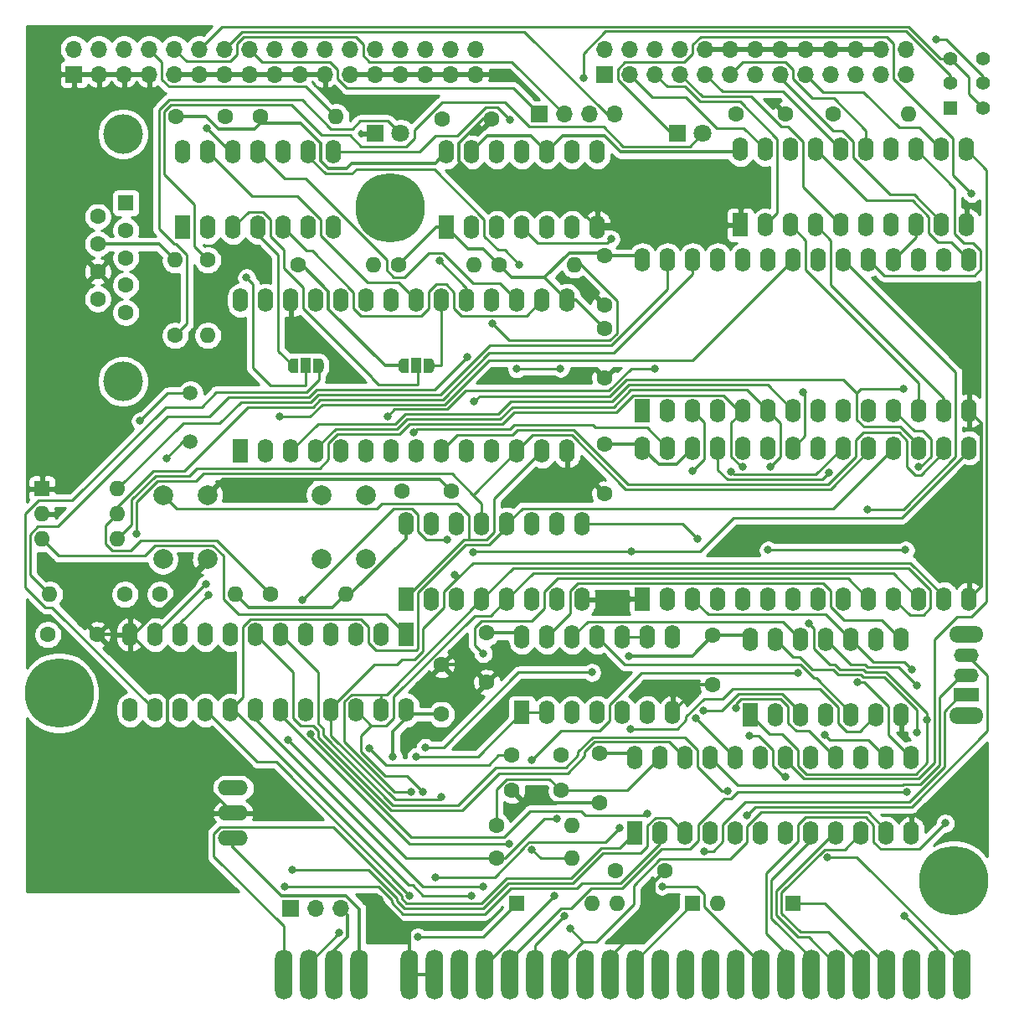
<source format=gbl>
G04 #@! TF.GenerationSoftware,KiCad,Pcbnew,(5.1.6)-1*
G04 #@! TF.CreationDate,2020-07-27T11:38:44+03:00*
G04 #@! TF.ProjectId,PlusD_Clone_MOD_1_2,506c7573-445f-4436-9c6f-6e655f4d4f44,rev?*
G04 #@! TF.SameCoordinates,Original*
G04 #@! TF.FileFunction,Copper,L2,Bot*
G04 #@! TF.FilePolarity,Positive*
%FSLAX46Y46*%
G04 Gerber Fmt 4.6, Leading zero omitted, Abs format (unit mm)*
G04 Created by KiCad (PCBNEW (5.1.6)-1) date 2020-07-27 11:38:44*
%MOMM*%
%LPD*%
G01*
G04 APERTURE LIST*
G04 #@! TA.AperFunction,ComponentPad*
%ADD10C,1.400000*%
G04 #@! TD*
G04 #@! TA.AperFunction,ComponentPad*
%ADD11R,1.400000X1.400000*%
G04 #@! TD*
G04 #@! TA.AperFunction,ComponentPad*
%ADD12O,1.600000X2.400000*%
G04 #@! TD*
G04 #@! TA.AperFunction,ComponentPad*
%ADD13R,1.600000X2.400000*%
G04 #@! TD*
G04 #@! TA.AperFunction,ComponentPad*
%ADD14O,3.500000X1.700000*%
G04 #@! TD*
G04 #@! TA.AperFunction,ComponentPad*
%ADD15O,2.500000X1.400000*%
G04 #@! TD*
G04 #@! TA.AperFunction,ComponentPad*
%ADD16R,2.500000X1.400000*%
G04 #@! TD*
G04 #@! TA.AperFunction,ComponentPad*
%ADD17O,1.600000X1.600000*%
G04 #@! TD*
G04 #@! TA.AperFunction,ComponentPad*
%ADD18C,1.600000*%
G04 #@! TD*
G04 #@! TA.AperFunction,ComponentPad*
%ADD19C,4.000000*%
G04 #@! TD*
G04 #@! TA.AperFunction,ComponentPad*
%ADD20R,1.600000X1.600000*%
G04 #@! TD*
G04 #@! TA.AperFunction,ComponentPad*
%ADD21O,3.048000X1.524000*%
G04 #@! TD*
G04 #@! TA.AperFunction,SMDPad,CuDef*
%ADD22R,1.000000X1.500000*%
G04 #@! TD*
G04 #@! TA.AperFunction,SMDPad,CuDef*
%ADD23C,0.100000*%
G04 #@! TD*
G04 #@! TA.AperFunction,ComponentPad*
%ADD24C,7.000000*%
G04 #@! TD*
G04 #@! TA.AperFunction,ComponentPad*
%ADD25C,0.800000*%
G04 #@! TD*
G04 #@! TA.AperFunction,ComponentPad*
%ADD26C,2.000000*%
G04 #@! TD*
G04 #@! TA.AperFunction,ComponentPad*
%ADD27O,1.700000X1.700000*%
G04 #@! TD*
G04 #@! TA.AperFunction,ComponentPad*
%ADD28R,1.700000X1.700000*%
G04 #@! TD*
G04 #@! TA.AperFunction,ConnectorPad*
%ADD29O,1.778000X5.080000*%
G04 #@! TD*
G04 #@! TA.AperFunction,ComponentPad*
%ADD30C,1.800000*%
G04 #@! TD*
G04 #@! TA.AperFunction,ComponentPad*
%ADD31R,1.800000X1.800000*%
G04 #@! TD*
G04 #@! TA.AperFunction,ComponentPad*
%ADD32C,1.500000*%
G04 #@! TD*
G04 #@! TA.AperFunction,ViaPad*
%ADD33C,0.800000*%
G04 #@! TD*
G04 #@! TA.AperFunction,Conductor*
%ADD34C,0.350000*%
G04 #@! TD*
G04 #@! TA.AperFunction,Conductor*
%ADD35C,0.250000*%
G04 #@! TD*
G04 #@! TA.AperFunction,Conductor*
%ADD36C,0.254000*%
G04 #@! TD*
G04 APERTURE END LIST*
D10*
X160907000Y-29417000D03*
X160907000Y-31917000D03*
X160907000Y-34417000D03*
X157607000Y-29417000D03*
X157607000Y-31917000D03*
D11*
X157607000Y-34417000D03*
D12*
X126500000Y-49760000D03*
X159520000Y-65000000D03*
X129040000Y-49760000D03*
X156980000Y-65000000D03*
X131580000Y-49760000D03*
X154440000Y-65000000D03*
X134120000Y-49760000D03*
X151900000Y-65000000D03*
X136660000Y-49760000D03*
X149360000Y-65000000D03*
X139200000Y-49760000D03*
X146820000Y-65000000D03*
X141740000Y-49760000D03*
X144280000Y-65000000D03*
X144280000Y-49760000D03*
X141740000Y-65000000D03*
X146820000Y-49760000D03*
X139200000Y-65000000D03*
X149360000Y-49760000D03*
X136660000Y-65000000D03*
X151900000Y-49760000D03*
X134120000Y-65000000D03*
X154440000Y-49760000D03*
X131580000Y-65000000D03*
X156980000Y-49760000D03*
X129040000Y-65000000D03*
X159520000Y-49760000D03*
D13*
X126500000Y-65000000D03*
D14*
X159258000Y-87626000D03*
X159258000Y-95826000D03*
D15*
X159258000Y-89726000D03*
X159258000Y-91726000D03*
D16*
X159258000Y-93726000D03*
D17*
X85344000Y-83566000D03*
D18*
X77724000Y-83566000D03*
D19*
X73950000Y-62040000D03*
X73950000Y-37040000D03*
D18*
X71410000Y-53695000D03*
X71410000Y-50925000D03*
X71410000Y-48155000D03*
X71410000Y-45385000D03*
X74250000Y-55080000D03*
X74250000Y-52310000D03*
X74250000Y-49540000D03*
X74250000Y-46770000D03*
D20*
X74250000Y-44000000D03*
D21*
X85090000Y-103124000D03*
X85090000Y-105664000D03*
X85090000Y-108204000D03*
D17*
X73406000Y-72898000D03*
X65786000Y-77978000D03*
X73406000Y-75438000D03*
X65786000Y-75438000D03*
X73406000Y-77978000D03*
D20*
X65786000Y-72898000D03*
D22*
X92456000Y-60452000D03*
G04 #@! TA.AperFunction,SMDPad,CuDef*
D23*
G36*
X93756000Y-59702602D02*
G01*
X93780534Y-59702602D01*
X93829365Y-59707412D01*
X93877490Y-59716984D01*
X93924445Y-59731228D01*
X93969778Y-59750005D01*
X94013051Y-59773136D01*
X94053850Y-59800396D01*
X94091779Y-59831524D01*
X94126476Y-59866221D01*
X94157604Y-59904150D01*
X94184864Y-59944949D01*
X94207995Y-59988222D01*
X94226772Y-60033555D01*
X94241016Y-60080510D01*
X94250588Y-60128635D01*
X94255398Y-60177466D01*
X94255398Y-60202000D01*
X94256000Y-60202000D01*
X94256000Y-60702000D01*
X94255398Y-60702000D01*
X94255398Y-60726534D01*
X94250588Y-60775365D01*
X94241016Y-60823490D01*
X94226772Y-60870445D01*
X94207995Y-60915778D01*
X94184864Y-60959051D01*
X94157604Y-60999850D01*
X94126476Y-61037779D01*
X94091779Y-61072476D01*
X94053850Y-61103604D01*
X94013051Y-61130864D01*
X93969778Y-61153995D01*
X93924445Y-61172772D01*
X93877490Y-61187016D01*
X93829365Y-61196588D01*
X93780534Y-61201398D01*
X93756000Y-61201398D01*
X93756000Y-61202000D01*
X93206000Y-61202000D01*
X93206000Y-59702000D01*
X93756000Y-59702000D01*
X93756000Y-59702602D01*
G37*
G04 #@! TD.AperFunction*
G04 #@! TA.AperFunction,SMDPad,CuDef*
G36*
X91706000Y-61202000D02*
G01*
X91156000Y-61202000D01*
X91156000Y-61201398D01*
X91131466Y-61201398D01*
X91082635Y-61196588D01*
X91034510Y-61187016D01*
X90987555Y-61172772D01*
X90942222Y-61153995D01*
X90898949Y-61130864D01*
X90858150Y-61103604D01*
X90820221Y-61072476D01*
X90785524Y-61037779D01*
X90754396Y-60999850D01*
X90727136Y-60959051D01*
X90704005Y-60915778D01*
X90685228Y-60870445D01*
X90670984Y-60823490D01*
X90661412Y-60775365D01*
X90656602Y-60726534D01*
X90656602Y-60702000D01*
X90656000Y-60702000D01*
X90656000Y-60202000D01*
X90656602Y-60202000D01*
X90656602Y-60177466D01*
X90661412Y-60128635D01*
X90670984Y-60080510D01*
X90685228Y-60033555D01*
X90704005Y-59988222D01*
X90727136Y-59944949D01*
X90754396Y-59904150D01*
X90785524Y-59866221D01*
X90820221Y-59831524D01*
X90858150Y-59800396D01*
X90898949Y-59773136D01*
X90942222Y-59750005D01*
X90987555Y-59731228D01*
X91034510Y-59716984D01*
X91082635Y-59707412D01*
X91131466Y-59702602D01*
X91156000Y-59702602D01*
X91156000Y-59702000D01*
X91706000Y-59702000D01*
X91706000Y-61202000D01*
G37*
G04 #@! TD.AperFunction*
D22*
X103632000Y-60452000D03*
G04 #@! TA.AperFunction,SMDPad,CuDef*
D23*
G36*
X102332000Y-61201398D02*
G01*
X102307466Y-61201398D01*
X102258635Y-61196588D01*
X102210510Y-61187016D01*
X102163555Y-61172772D01*
X102118222Y-61153995D01*
X102074949Y-61130864D01*
X102034150Y-61103604D01*
X101996221Y-61072476D01*
X101961524Y-61037779D01*
X101930396Y-60999850D01*
X101903136Y-60959051D01*
X101880005Y-60915778D01*
X101861228Y-60870445D01*
X101846984Y-60823490D01*
X101837412Y-60775365D01*
X101832602Y-60726534D01*
X101832602Y-60702000D01*
X101832000Y-60702000D01*
X101832000Y-60202000D01*
X101832602Y-60202000D01*
X101832602Y-60177466D01*
X101837412Y-60128635D01*
X101846984Y-60080510D01*
X101861228Y-60033555D01*
X101880005Y-59988222D01*
X101903136Y-59944949D01*
X101930396Y-59904150D01*
X101961524Y-59866221D01*
X101996221Y-59831524D01*
X102034150Y-59800396D01*
X102074949Y-59773136D01*
X102118222Y-59750005D01*
X102163555Y-59731228D01*
X102210510Y-59716984D01*
X102258635Y-59707412D01*
X102307466Y-59702602D01*
X102332000Y-59702602D01*
X102332000Y-59702000D01*
X102882000Y-59702000D01*
X102882000Y-61202000D01*
X102332000Y-61202000D01*
X102332000Y-61201398D01*
G37*
G04 #@! TD.AperFunction*
G04 #@! TA.AperFunction,SMDPad,CuDef*
G36*
X104382000Y-59702000D02*
G01*
X104932000Y-59702000D01*
X104932000Y-59702602D01*
X104956534Y-59702602D01*
X105005365Y-59707412D01*
X105053490Y-59716984D01*
X105100445Y-59731228D01*
X105145778Y-59750005D01*
X105189051Y-59773136D01*
X105229850Y-59800396D01*
X105267779Y-59831524D01*
X105302476Y-59866221D01*
X105333604Y-59904150D01*
X105360864Y-59944949D01*
X105383995Y-59988222D01*
X105402772Y-60033555D01*
X105417016Y-60080510D01*
X105426588Y-60128635D01*
X105431398Y-60177466D01*
X105431398Y-60202000D01*
X105432000Y-60202000D01*
X105432000Y-60702000D01*
X105431398Y-60702000D01*
X105431398Y-60726534D01*
X105426588Y-60775365D01*
X105417016Y-60823490D01*
X105402772Y-60870445D01*
X105383995Y-60915778D01*
X105360864Y-60959051D01*
X105333604Y-60999850D01*
X105302476Y-61037779D01*
X105267779Y-61072476D01*
X105229850Y-61103604D01*
X105189051Y-61130864D01*
X105145778Y-61153995D01*
X105100445Y-61172772D01*
X105053490Y-61187016D01*
X105005365Y-61196588D01*
X104956534Y-61201398D01*
X104932000Y-61201398D01*
X104932000Y-61202000D01*
X104382000Y-61202000D01*
X104382000Y-59702000D01*
G37*
G04 #@! TD.AperFunction*
D17*
X109474000Y-50292000D03*
D18*
X101854000Y-50292000D03*
D12*
X114300000Y-87884000D03*
X129540000Y-95504000D03*
X116840000Y-87884000D03*
X127000000Y-95504000D03*
X119380000Y-87884000D03*
X124460000Y-95504000D03*
X121920000Y-87884000D03*
X121920000Y-95504000D03*
X124460000Y-87884000D03*
X119380000Y-95504000D03*
X127000000Y-87884000D03*
X116840000Y-95504000D03*
X129540000Y-87884000D03*
D13*
X114300000Y-95504000D03*
D12*
X102616000Y-95250000D03*
X74676000Y-87630000D03*
X100076000Y-95250000D03*
X77216000Y-87630000D03*
X97536000Y-95250000D03*
X79756000Y-87630000D03*
X94996000Y-95250000D03*
X82296000Y-87630000D03*
X92456000Y-95250000D03*
X84836000Y-87630000D03*
X89916000Y-95250000D03*
X87376000Y-87630000D03*
X87376000Y-95250000D03*
X89916000Y-87630000D03*
X84836000Y-95250000D03*
X92456000Y-87630000D03*
X82296000Y-95250000D03*
X94996000Y-87630000D03*
X79756000Y-95250000D03*
X97536000Y-87630000D03*
X77216000Y-95250000D03*
X100076000Y-87630000D03*
X74676000Y-95250000D03*
D13*
X102616000Y-87630000D03*
D12*
X80010000Y-38862000D03*
X95250000Y-46482000D03*
X82550000Y-38862000D03*
X92710000Y-46482000D03*
X85090000Y-38862000D03*
X90170000Y-46482000D03*
X87630000Y-38862000D03*
X87630000Y-46482000D03*
X90170000Y-38862000D03*
X85090000Y-46482000D03*
X92710000Y-38862000D03*
X82550000Y-46482000D03*
X95250000Y-38862000D03*
D13*
X80010000Y-46482000D03*
D12*
X106680000Y-38862000D03*
X121920000Y-46482000D03*
X109220000Y-38862000D03*
X119380000Y-46482000D03*
X111760000Y-38862000D03*
X116840000Y-46482000D03*
X114300000Y-38862000D03*
X114300000Y-46482000D03*
X116840000Y-38862000D03*
X111760000Y-46482000D03*
X119380000Y-38862000D03*
X109220000Y-46482000D03*
X121920000Y-38862000D03*
D13*
X106680000Y-46482000D03*
D17*
X153416000Y-35052000D03*
D18*
X145796000Y-35052000D03*
D12*
X137414000Y-88138000D03*
X152654000Y-95758000D03*
X139954000Y-88138000D03*
X150114000Y-95758000D03*
X142494000Y-88138000D03*
X147574000Y-95758000D03*
X145034000Y-88138000D03*
X145034000Y-95758000D03*
X147574000Y-88138000D03*
X142494000Y-95758000D03*
X150114000Y-88138000D03*
X139954000Y-95758000D03*
X152654000Y-88138000D03*
D13*
X137414000Y-95758000D03*
D24*
X101000000Y-44500000D03*
D25*
X103625000Y-44500000D03*
X102856155Y-46356155D03*
X101000000Y-47125000D03*
X99143845Y-46356155D03*
X98375000Y-44500000D03*
X99143845Y-42643845D03*
X101000000Y-41875000D03*
X102856155Y-42643845D03*
X69356155Y-91643845D03*
X67500000Y-90875000D03*
X65643845Y-91643845D03*
X64875000Y-93500000D03*
X65643845Y-95356155D03*
X67500000Y-96125000D03*
X69356155Y-95356155D03*
X70125000Y-93500000D03*
D24*
X67500000Y-93500000D03*
D25*
X159856155Y-110643845D03*
X158000000Y-109875000D03*
X156143845Y-110643845D03*
X155375000Y-112500000D03*
X156143845Y-114356155D03*
X158000000Y-115125000D03*
X159856155Y-114356155D03*
X160625000Y-112500000D03*
D24*
X158000000Y-112500000D03*
D26*
X94000000Y-73500000D03*
X98500000Y-73500000D03*
X94000000Y-80000000D03*
X98500000Y-80000000D03*
X78000000Y-73500000D03*
X82500000Y-73500000D03*
X78000000Y-80000000D03*
X82500000Y-80000000D03*
D12*
X136398000Y-38608000D03*
X159258000Y-46228000D03*
X138938000Y-38608000D03*
X156718000Y-46228000D03*
X141478000Y-38608000D03*
X154178000Y-46228000D03*
X144018000Y-38608000D03*
X151638000Y-46228000D03*
X146558000Y-38608000D03*
X149098000Y-46228000D03*
X149098000Y-38608000D03*
X146558000Y-46228000D03*
X151638000Y-38608000D03*
X144018000Y-46228000D03*
X154178000Y-38608000D03*
X141478000Y-46228000D03*
X156718000Y-38608000D03*
X138938000Y-46228000D03*
X159258000Y-38608000D03*
D13*
X136398000Y-46228000D03*
D12*
X102616000Y-76454000D03*
X120396000Y-84074000D03*
X105156000Y-76454000D03*
X117856000Y-84074000D03*
X107696000Y-76454000D03*
X115316000Y-84074000D03*
X110236000Y-76454000D03*
X112776000Y-84074000D03*
X112776000Y-76454000D03*
X110236000Y-84074000D03*
X115316000Y-76454000D03*
X107696000Y-84074000D03*
X117856000Y-76454000D03*
X105156000Y-84074000D03*
X120396000Y-76454000D03*
D13*
X102616000Y-84074000D03*
D12*
X125730000Y-100076000D03*
X153670000Y-107696000D03*
X128270000Y-100076000D03*
X151130000Y-107696000D03*
X130810000Y-100076000D03*
X148590000Y-107696000D03*
X133350000Y-100076000D03*
X146050000Y-107696000D03*
X135890000Y-100076000D03*
X143510000Y-107696000D03*
X138430000Y-100076000D03*
X140970000Y-107696000D03*
X140970000Y-100076000D03*
X138430000Y-107696000D03*
X143510000Y-100076000D03*
X135890000Y-107696000D03*
X146050000Y-100076000D03*
X133350000Y-107696000D03*
X148590000Y-100076000D03*
X130810000Y-107696000D03*
X151130000Y-100076000D03*
X128270000Y-107696000D03*
X153670000Y-100076000D03*
D13*
X125730000Y-107696000D03*
D12*
X126500000Y-68760000D03*
X159520000Y-84000000D03*
X129040000Y-68760000D03*
X156980000Y-84000000D03*
X131580000Y-68760000D03*
X154440000Y-84000000D03*
X134120000Y-68760000D03*
X151900000Y-84000000D03*
X136660000Y-68760000D03*
X149360000Y-84000000D03*
X139200000Y-68760000D03*
X146820000Y-84000000D03*
X141740000Y-68760000D03*
X144280000Y-84000000D03*
X144280000Y-68760000D03*
X141740000Y-84000000D03*
X146820000Y-68760000D03*
X139200000Y-84000000D03*
X149360000Y-68760000D03*
X136660000Y-84000000D03*
X151900000Y-68760000D03*
X134120000Y-84000000D03*
X154440000Y-68760000D03*
X131580000Y-84000000D03*
X156980000Y-68760000D03*
X129040000Y-84000000D03*
X159520000Y-68760000D03*
D13*
X126500000Y-84000000D03*
D12*
X85852000Y-53848000D03*
X118872000Y-69088000D03*
X88392000Y-53848000D03*
X116332000Y-69088000D03*
X90932000Y-53848000D03*
X113792000Y-69088000D03*
X93472000Y-53848000D03*
X111252000Y-69088000D03*
X96012000Y-53848000D03*
X108712000Y-69088000D03*
X98552000Y-53848000D03*
X106172000Y-69088000D03*
X101092000Y-53848000D03*
X103632000Y-69088000D03*
X103632000Y-53848000D03*
X101092000Y-69088000D03*
X106172000Y-53848000D03*
X98552000Y-69088000D03*
X108712000Y-53848000D03*
X96012000Y-69088000D03*
X111252000Y-53848000D03*
X93472000Y-69088000D03*
X113792000Y-53848000D03*
X90932000Y-69088000D03*
X116332000Y-53848000D03*
X88392000Y-69088000D03*
X118872000Y-53848000D03*
D13*
X85852000Y-69088000D03*
D17*
X96520000Y-83566000D03*
D18*
X88900000Y-83566000D03*
D17*
X79248000Y-49784000D03*
D18*
X79248000Y-57404000D03*
D17*
X119380000Y-106934000D03*
D18*
X111760000Y-106934000D03*
D17*
X119380000Y-110236000D03*
D18*
X111760000Y-110236000D03*
D17*
X66548000Y-83566000D03*
D18*
X74168000Y-83566000D03*
D17*
X82550000Y-57404000D03*
D18*
X82550000Y-49784000D03*
D17*
X119634000Y-50292000D03*
D18*
X112014000Y-50292000D03*
D17*
X99314000Y-50292000D03*
D18*
X91694000Y-50292000D03*
D17*
X95504000Y-35306000D03*
D18*
X87884000Y-35306000D03*
D27*
X123698000Y-35052000D03*
X121158000Y-35052000D03*
X118618000Y-35052000D03*
D28*
X116078000Y-35052000D03*
D29*
X90218000Y-121960000D03*
X92758000Y-121960000D03*
X97838000Y-121960000D03*
X102918000Y-121960000D03*
X105458000Y-121960000D03*
X95298000Y-121960000D03*
X153718000Y-121960000D03*
X158798000Y-121960000D03*
X125778000Y-121960000D03*
X133398000Y-121960000D03*
X146098000Y-121960000D03*
X141018000Y-121960000D03*
X118158000Y-121960000D03*
X148638000Y-121960000D03*
X107998000Y-121960000D03*
X123238000Y-121960000D03*
X130858000Y-121960000D03*
X135938000Y-121960000D03*
X143558000Y-121960000D03*
X115618000Y-121960000D03*
X156258000Y-121960000D03*
X128318000Y-121960000D03*
X113078000Y-121960000D03*
X110538000Y-121960000D03*
X120698000Y-121960000D03*
X151178000Y-121960000D03*
X138478000Y-121960000D03*
D27*
X153162000Y-28460000D03*
X153162000Y-31000000D03*
X150622000Y-28460000D03*
X150622000Y-31000000D03*
X148082000Y-28460000D03*
X148082000Y-31000000D03*
X145542000Y-28460000D03*
X145542000Y-31000000D03*
X143002000Y-28460000D03*
X143002000Y-31000000D03*
X140462000Y-28460000D03*
X140462000Y-31000000D03*
X137922000Y-28460000D03*
X137922000Y-31000000D03*
X135382000Y-28460000D03*
X135382000Y-31000000D03*
X132842000Y-28460000D03*
X132842000Y-31000000D03*
X130302000Y-28460000D03*
X130302000Y-31000000D03*
X127762000Y-28460000D03*
X127762000Y-31000000D03*
X125222000Y-28460000D03*
X125222000Y-31000000D03*
X122682000Y-28460000D03*
D28*
X122682000Y-31000000D03*
D18*
X122682000Y-49356000D03*
X122682000Y-54356000D03*
X106172000Y-95678000D03*
X106172000Y-90678000D03*
X133604000Y-87710000D03*
X133604000Y-92710000D03*
X110744000Y-87456000D03*
X110744000Y-92456000D03*
X102188000Y-73152000D03*
X107188000Y-73152000D03*
X135970000Y-35052000D03*
X140970000Y-35052000D03*
X106252000Y-35560000D03*
X111252000Y-35560000D03*
X79328000Y-35306000D03*
X84328000Y-35306000D03*
X122174000Y-99648000D03*
X122174000Y-104648000D03*
X122682000Y-68406000D03*
X122682000Y-73406000D03*
X122682000Y-56722000D03*
X122682000Y-61722000D03*
X118284000Y-99822000D03*
X113284000Y-99822000D03*
D28*
X69000000Y-31000000D03*
D27*
X69000000Y-28460000D03*
X71540000Y-31000000D03*
X71540000Y-28460000D03*
X74080000Y-31000000D03*
X74080000Y-28460000D03*
X76620000Y-31000000D03*
X76620000Y-28460000D03*
X79160000Y-31000000D03*
X79160000Y-28460000D03*
X81700000Y-31000000D03*
X81700000Y-28460000D03*
X84240000Y-31000000D03*
X84240000Y-28460000D03*
X86780000Y-31000000D03*
X86780000Y-28460000D03*
X89320000Y-31000000D03*
X89320000Y-28460000D03*
X91860000Y-31000000D03*
X91860000Y-28460000D03*
X94400000Y-31000000D03*
X94400000Y-28460000D03*
X96940000Y-31000000D03*
X96940000Y-28460000D03*
X99480000Y-31000000D03*
X99480000Y-28460000D03*
X102020000Y-31000000D03*
X102020000Y-28460000D03*
X104560000Y-31000000D03*
X104560000Y-28460000D03*
X107100000Y-31000000D03*
X107100000Y-28460000D03*
X109640000Y-31000000D03*
X109640000Y-28460000D03*
D28*
X90932000Y-115316000D03*
D27*
X93472000Y-115316000D03*
X96012000Y-115316000D03*
D30*
X132540000Y-37000000D03*
D31*
X130000000Y-37000000D03*
D17*
X121412000Y-114808000D03*
D20*
X113792000Y-114808000D03*
D17*
X123952000Y-114808000D03*
D20*
X131572000Y-114808000D03*
X141732000Y-114808000D03*
D17*
X134112000Y-114808000D03*
D30*
X102040000Y-37000000D03*
D31*
X99500000Y-37000000D03*
D18*
X118284000Y-103378000D03*
X113284000Y-103378000D03*
X123778000Y-111506000D03*
X128778000Y-111506000D03*
X66374000Y-87630000D03*
X71374000Y-87630000D03*
D32*
X80772000Y-63246000D03*
X80772000Y-68146000D03*
D33*
X99890500Y-114345900D03*
X131898500Y-96084500D03*
X132019900Y-77944100D03*
X135484600Y-71187200D03*
X135934000Y-95045500D03*
X149227400Y-74987600D03*
X100726800Y-65580400D03*
X127770000Y-60714200D03*
X159781000Y-43053200D03*
X86454600Y-51552600D03*
X108812400Y-59529200D03*
X98851100Y-99103600D03*
X75698800Y-66044200D03*
X115326700Y-109367600D03*
X103618900Y-99956600D03*
X114035800Y-50236600D03*
X120508900Y-31396900D03*
X123306300Y-47655200D03*
X156206100Y-27478800D03*
X90687600Y-98302900D03*
X78382800Y-69777100D03*
X117802500Y-106244100D03*
X125282100Y-97187500D03*
X128463000Y-113041500D03*
X102934400Y-113976800D03*
X113792000Y-60754700D03*
X75344100Y-77438000D03*
X118207900Y-60720000D03*
X143334800Y-86495500D03*
X155253800Y-96258100D03*
X145212300Y-110107900D03*
X110383300Y-89537100D03*
X117567500Y-114016900D03*
X124152800Y-107166900D03*
X105515400Y-112143700D03*
X95839700Y-117764800D03*
X132637400Y-95323400D03*
X131580000Y-71054800D03*
X153741000Y-91183900D03*
X157098000Y-106670800D03*
X145342100Y-71294400D03*
X154219600Y-92762800D03*
X154256200Y-97496500D03*
X153006800Y-116053400D03*
X103135300Y-103494800D03*
X154368600Y-70693100D03*
X104309600Y-103538300D03*
X107517000Y-81551500D03*
X106168800Y-104038600D03*
X109391000Y-79315200D03*
X125393900Y-79201700D03*
X121367300Y-91438300D03*
X104561000Y-99028700D03*
X113001700Y-108718000D03*
X110393600Y-113060500D03*
X109488300Y-64092300D03*
X106778800Y-78029300D03*
X92132600Y-84091100D03*
X152914600Y-62809100D03*
X135084200Y-103384500D03*
X142700500Y-63125300D03*
X89789600Y-65609200D03*
X109158100Y-113973300D03*
X119175500Y-117327000D03*
X139418700Y-70675700D03*
X139200000Y-79075300D03*
X153092400Y-79075300D03*
X103316400Y-67226200D03*
X90292300Y-113105900D03*
X91110600Y-111379600D03*
X92914000Y-97631600D03*
X127014800Y-105743900D03*
X136660000Y-70686900D03*
X137301300Y-97818400D03*
X140941500Y-102027600D03*
X142192800Y-91519300D03*
X115317700Y-100258900D03*
X118572300Y-116043400D03*
X144930900Y-97753400D03*
X148270900Y-92403500D03*
X153190100Y-103482100D03*
X82401500Y-36485600D03*
X111334300Y-56212100D03*
X105937800Y-49860900D03*
X113067600Y-35637000D03*
X82318200Y-82547700D03*
X82608300Y-83598100D03*
X103776300Y-118186200D03*
X101275300Y-99949400D03*
X125086600Y-89788800D03*
X137065300Y-105840400D03*
X132694500Y-109525100D03*
D34*
X111252000Y-35560000D02*
X110370000Y-35560000D01*
X110370000Y-35560000D02*
X107950000Y-37980000D01*
X107950000Y-37980000D02*
X107950000Y-39782200D01*
X107950000Y-39782200D02*
X112154400Y-43986600D01*
X112154400Y-43986600D02*
X119424600Y-43986600D01*
X119424600Y-43986600D02*
X121920000Y-46482000D01*
X120396000Y-84074000D02*
X126426000Y-84074000D01*
X126426000Y-84074000D02*
X126500000Y-84000000D01*
X145542000Y-28460000D02*
X143002000Y-28460000D01*
X148082000Y-28460000D02*
X145542000Y-28460000D01*
X99890500Y-114345900D02*
X102918000Y-117373400D01*
X102918000Y-117373400D02*
X102918000Y-121960000D01*
X110744000Y-92456000D02*
X108966000Y-90678000D01*
X108966000Y-90678000D02*
X106172000Y-90678000D01*
X82500000Y-73500000D02*
X84073400Y-71926600D01*
X84073400Y-71926600D02*
X105962600Y-71926600D01*
X105962600Y-71926600D02*
X107188000Y-73152000D01*
X74932700Y-87772400D02*
X78486000Y-91325700D01*
X78486000Y-91325700D02*
X78486000Y-99060000D01*
X78486000Y-99060000D02*
X85090000Y-105664000D01*
X91860000Y-31000000D02*
X94400000Y-31000000D01*
X89320000Y-31000000D02*
X91860000Y-31000000D01*
X129540000Y-95504000D02*
X132334000Y-92710000D01*
X132334000Y-92710000D02*
X133604000Y-92710000D01*
X136398000Y-46228000D02*
X122174000Y-46228000D01*
X122174000Y-46228000D02*
X121920000Y-46482000D01*
X86780000Y-31000000D02*
X89320000Y-31000000D01*
X123238000Y-121960000D02*
X123238000Y-120220500D01*
X123238000Y-120220500D02*
X127637600Y-115820900D01*
X127637600Y-115820900D02*
X127637600Y-112646400D01*
X127637600Y-112646400D02*
X128778000Y-111506000D01*
X105458000Y-121960000D02*
X102918000Y-121960000D01*
X159520000Y-65000000D02*
X160757300Y-66237300D01*
X160757300Y-66237300D02*
X160757300Y-82762700D01*
X160757300Y-82762700D02*
X159520000Y-84000000D01*
X122174000Y-104648000D02*
X114554000Y-104648000D01*
X114554000Y-104648000D02*
X113284000Y-103378000D01*
X74080000Y-31000000D02*
X76620000Y-31000000D01*
X71540000Y-31000000D02*
X74080000Y-31000000D01*
X96940000Y-31000000D02*
X99480000Y-31000000D01*
X74932700Y-87772400D02*
X74790300Y-87630000D01*
X74790300Y-87630000D02*
X74676000Y-87630000D01*
X74932700Y-87772400D02*
X77053100Y-85652000D01*
X77053100Y-85652000D02*
X77371000Y-85652000D01*
X77371000Y-85652000D02*
X82500000Y-80523000D01*
X82500000Y-80523000D02*
X82500000Y-80000000D01*
X150622000Y-28460000D02*
X148082000Y-28460000D01*
X71374000Y-87630000D02*
X74676000Y-87630000D01*
X140462000Y-28460000D02*
X143002000Y-28460000D01*
X137922000Y-28460000D02*
X140462000Y-28460000D01*
X135382000Y-28460000D02*
X137922000Y-28460000D01*
X132842000Y-28460000D02*
X135382000Y-28460000D01*
X71540000Y-31000000D02*
X69000000Y-31000000D01*
X81700000Y-31000000D02*
X79160000Y-31000000D01*
X84240000Y-31000000D02*
X81700000Y-31000000D01*
X86780000Y-31000000D02*
X84240000Y-31000000D01*
X104560000Y-31000000D02*
X102020000Y-31000000D01*
X107100000Y-31000000D02*
X104560000Y-31000000D01*
X109640000Y-31000000D02*
X107100000Y-31000000D01*
D35*
X130810000Y-100076000D02*
X129203500Y-98469500D01*
X129203500Y-98469500D02*
X121661900Y-98469500D01*
X121661900Y-98469500D02*
X120645100Y-99486300D01*
X120645100Y-99486300D02*
X120645100Y-99895900D01*
X120645100Y-99895900D02*
X118900100Y-101640900D01*
X118900100Y-101640900D02*
X111967300Y-101640900D01*
X111967300Y-101640900D02*
X108227500Y-105380700D01*
X108227500Y-105380700D02*
X101078900Y-105380700D01*
X101078900Y-105380700D02*
X93689300Y-97991100D01*
X93689300Y-97991100D02*
X93689300Y-97310400D01*
X93689300Y-97310400D02*
X93235200Y-96856300D01*
X93235200Y-96856300D02*
X91966600Y-96856300D01*
X91966600Y-96856300D02*
X91186000Y-96075700D01*
X91186000Y-96075700D02*
X91186000Y-91440000D01*
X91186000Y-91440000D02*
X87376000Y-87630000D01*
X135890000Y-100076000D02*
X131898500Y-96084500D01*
X127000000Y-87884000D02*
X124460000Y-87884000D01*
X120396000Y-76454000D02*
X130529800Y-76454000D01*
X130529800Y-76454000D02*
X132019900Y-77944100D01*
X159258000Y-38608000D02*
X161307900Y-40657900D01*
X161307900Y-40657900D02*
X161307900Y-84285600D01*
X161307900Y-84285600D02*
X159755700Y-85837800D01*
X159755700Y-85837800D02*
X158345300Y-85837800D01*
X158345300Y-85837800D02*
X156046500Y-88136600D01*
X156046500Y-88136600D02*
X156046500Y-100557800D01*
X156046500Y-100557800D02*
X154412800Y-102191500D01*
X154412800Y-102191500D02*
X142831800Y-102191500D01*
X142831800Y-102191500D02*
X140970000Y-100329700D01*
X140970000Y-100329700D02*
X140970000Y-100076000D01*
X128270000Y-100076000D02*
X124968000Y-103378000D01*
X124968000Y-103378000D02*
X118284000Y-103378000D01*
X111760000Y-106934000D02*
X111760000Y-103233900D01*
X111760000Y-103233900D02*
X112793500Y-102200400D01*
X112793500Y-102200400D02*
X117106400Y-102200400D01*
X117106400Y-102200400D02*
X118284000Y-103378000D01*
X157607000Y-29417000D02*
X159482400Y-31292400D01*
X159482400Y-31292400D02*
X159482400Y-32992400D01*
X159482400Y-32992400D02*
X160907000Y-34417000D01*
X81700000Y-28460000D02*
X83990400Y-26169600D01*
X83990400Y-26169600D02*
X153380500Y-26169600D01*
X153380500Y-26169600D02*
X156627900Y-29417000D01*
X156627900Y-29417000D02*
X157607000Y-29417000D01*
X146050000Y-100076000D02*
X143345700Y-97371700D01*
X143345700Y-97371700D02*
X142019600Y-97371700D01*
X142019600Y-97371700D02*
X141224000Y-96576100D01*
X141224000Y-96576100D02*
X141224000Y-94912300D01*
X141224000Y-94912300D02*
X140454700Y-94143000D01*
X140454700Y-94143000D02*
X136423100Y-94143000D01*
X136423100Y-94143000D02*
X135934000Y-94632100D01*
X135934000Y-94632100D02*
X135934000Y-95045500D01*
X146820000Y-68760000D02*
X146695300Y-68760000D01*
X146695300Y-68760000D02*
X143993000Y-71462300D01*
X143993000Y-71462300D02*
X135759700Y-71462300D01*
X135759700Y-71462300D02*
X135484600Y-71187200D01*
X146820000Y-49760000D02*
X158170900Y-61110900D01*
X158170900Y-61110900D02*
X158170900Y-69670000D01*
X158170900Y-69670000D02*
X152853300Y-74987600D01*
X152853300Y-74987600D02*
X149227400Y-74987600D01*
X132540000Y-37000000D02*
X131264600Y-38275400D01*
X131264600Y-38275400D02*
X124514800Y-38275400D01*
X124514800Y-38275400D02*
X122564800Y-36325400D01*
X122564800Y-36325400D02*
X115080200Y-36325400D01*
X115080200Y-36325400D02*
X112622300Y-33867500D01*
X112622300Y-33867500D02*
X106215000Y-33867500D01*
X106215000Y-33867500D02*
X103432300Y-36650200D01*
X103432300Y-36650200D02*
X103432300Y-37462900D01*
X103432300Y-37462900D02*
X102619800Y-38275400D01*
X102619800Y-38275400D02*
X98042900Y-38275400D01*
X98042900Y-38275400D02*
X96926600Y-37159100D01*
X96926600Y-37159100D02*
X94029800Y-37159100D01*
X94029800Y-37159100D02*
X90996300Y-34125600D01*
X90996300Y-34125600D02*
X78812300Y-34125600D01*
X78812300Y-34125600D02*
X78152600Y-34785300D01*
X78152600Y-34785300D02*
X78152600Y-41125000D01*
X78152600Y-41125000D02*
X81185400Y-44157800D01*
X81185400Y-44157800D02*
X81185400Y-48419400D01*
X81185400Y-48419400D02*
X82550000Y-49784000D01*
X159258000Y-91726000D02*
X158743300Y-91726000D01*
X158743300Y-91726000D02*
X156547000Y-93922300D01*
X156547000Y-93922300D02*
X156547000Y-100765000D01*
X156547000Y-100765000D02*
X154605200Y-102706800D01*
X154605200Y-102706800D02*
X152869000Y-102706800D01*
X152869000Y-102706800D02*
X152760900Y-102814900D01*
X152760900Y-102814900D02*
X136088900Y-102814900D01*
X136088900Y-102814900D02*
X133350000Y-100076000D01*
X130000000Y-37000000D02*
X129449300Y-37000000D01*
X129449300Y-37000000D02*
X123977000Y-31527700D01*
X123977000Y-31527700D02*
X123977000Y-30512100D01*
X123977000Y-30512100D02*
X124714400Y-29774700D01*
X124714400Y-29774700D02*
X130734900Y-29774700D01*
X130734900Y-29774700D02*
X131572000Y-28937600D01*
X131572000Y-28937600D02*
X131572000Y-27988200D01*
X131572000Y-27988200D02*
X132376000Y-27184200D01*
X132376000Y-27184200D02*
X151180500Y-27184200D01*
X151180500Y-27184200D02*
X151892000Y-27895700D01*
X151892000Y-27895700D02*
X151892000Y-31485200D01*
X151892000Y-31485200D02*
X157893400Y-37486600D01*
X157893400Y-37486600D02*
X157893400Y-41165600D01*
X157893400Y-41165600D02*
X159781000Y-43053200D01*
X108593200Y-62981500D02*
X106717645Y-64857055D01*
X123084600Y-62981500D02*
X108593200Y-62981500D01*
X125351900Y-60714200D02*
X123084600Y-62981500D01*
X127770000Y-60714200D02*
X125351900Y-60714200D01*
X101450145Y-64857055D02*
X100726800Y-65580400D01*
X106717645Y-64857055D02*
X101450145Y-64857055D01*
X102040000Y-37000000D02*
X100764600Y-35724600D01*
X100764600Y-35724600D02*
X97937900Y-35724600D01*
X97937900Y-35724600D02*
X97159500Y-36503000D01*
X97159500Y-36503000D02*
X94942100Y-36503000D01*
X94942100Y-36503000D02*
X92053000Y-33613900D01*
X92053000Y-33613900D02*
X78616300Y-33613900D01*
X78616300Y-33613900D02*
X77619300Y-34610900D01*
X77619300Y-34610900D02*
X77619300Y-46635100D01*
X77619300Y-46635100D02*
X79140100Y-48155900D01*
X79140100Y-48155900D02*
X79332400Y-48155900D01*
X79332400Y-48155900D02*
X80433900Y-49257400D01*
X80433900Y-49257400D02*
X80433900Y-56218100D01*
X80433900Y-56218100D02*
X79248000Y-57404000D01*
X76620000Y-28460000D02*
X77890000Y-29730000D01*
X77890000Y-29730000D02*
X77890000Y-31523600D01*
X77890000Y-31523600D02*
X78591800Y-32225400D01*
X78591800Y-32225400D02*
X92423400Y-32225400D01*
X92423400Y-32225400D02*
X95504000Y-35306000D01*
X86780000Y-28460000D02*
X88050000Y-29730000D01*
X88050000Y-29730000D02*
X94877700Y-29730000D01*
X94877700Y-29730000D02*
X95670000Y-30522300D01*
X95670000Y-30522300D02*
X95670000Y-31480400D01*
X95670000Y-31480400D02*
X96609600Y-32420000D01*
X96609600Y-32420000D02*
X113446000Y-32420000D01*
X113446000Y-32420000D02*
X116078000Y-35052000D01*
X88900000Y-62484000D02*
X92456000Y-62484000D01*
X92456000Y-62484000D02*
X92456000Y-60452000D01*
X87122000Y-60706000D02*
X88900000Y-62484000D01*
X86454600Y-51552600D02*
X87122000Y-52220000D01*
X87122000Y-52220000D02*
X87122000Y-60706000D01*
X64096600Y-82855700D02*
X66096200Y-84855300D01*
X92536111Y-63111011D02*
X83394289Y-63111011D01*
X65455000Y-74073400D02*
X64096600Y-75431800D01*
X66096200Y-84855300D02*
X66821300Y-84855300D01*
X64096600Y-75431800D02*
X64096600Y-82855700D01*
X66821300Y-84855300D02*
X77216000Y-95250000D01*
X68846700Y-74073400D02*
X65455000Y-74073400D01*
X78312200Y-64607900D02*
X68846700Y-74073400D01*
X81897400Y-64607900D02*
X78312200Y-64607900D01*
X93756000Y-60452000D02*
X93756000Y-61891122D01*
X83394289Y-63111011D02*
X81897400Y-64607900D01*
X93756000Y-61891122D02*
X92536111Y-63111011D01*
X105484589Y-62857011D02*
X93497233Y-62857011D01*
X64596900Y-81614900D02*
X66548000Y-83566000D01*
X92743222Y-63611022D02*
X84649478Y-63611022D01*
X82662800Y-65597700D02*
X78454900Y-65597700D01*
X93497233Y-62857011D02*
X92743222Y-63611022D01*
X67344600Y-76708000D02*
X65369700Y-76708000D01*
X64596900Y-77480800D02*
X64596900Y-81614900D01*
X65369700Y-76708000D02*
X64596900Y-77480800D01*
X84649478Y-63611022D02*
X82662800Y-65597700D01*
X108812400Y-59529200D02*
X105484589Y-62857011D01*
X78454900Y-65597700D02*
X67344600Y-76708000D01*
X113284000Y-99822000D02*
X111913200Y-99822000D01*
X111913200Y-99822000D02*
X110949800Y-100785400D01*
X110949800Y-100785400D02*
X100532900Y-100785400D01*
X100532900Y-100785400D02*
X98851100Y-99103600D01*
X80772000Y-63246000D02*
X78497000Y-63246000D01*
X78497000Y-63246000D02*
X75698800Y-66044200D01*
X119380000Y-110236000D02*
X116195100Y-110236000D01*
X116195100Y-110236000D02*
X115326700Y-109367600D01*
X114300000Y-95504000D02*
X109847400Y-99956600D01*
X109847400Y-99956600D02*
X103618900Y-99956600D01*
X116840000Y-95504000D02*
X114300000Y-95504000D01*
X114035800Y-50236600D02*
X112563200Y-48764000D01*
X112563200Y-48764000D02*
X111902700Y-48764000D01*
X111902700Y-48764000D02*
X110490000Y-47351300D01*
X110490000Y-47351300D02*
X110490000Y-45671600D01*
X110490000Y-45671600D02*
X105440100Y-40621700D01*
X105440100Y-40621700D02*
X97568100Y-40621700D01*
X97568100Y-40621700D02*
X97123200Y-41066600D01*
X97123200Y-41066600D02*
X94450500Y-41066600D01*
X94450500Y-41066600D02*
X92710000Y-39326100D01*
X92710000Y-39326100D02*
X92710000Y-38862000D01*
X85090000Y-46482000D02*
X86682000Y-44890000D01*
X86682000Y-44890000D02*
X88110600Y-44890000D01*
X88110600Y-44890000D02*
X88900000Y-45679400D01*
X88900000Y-45679400D02*
X88900000Y-47355500D01*
X88900000Y-47355500D02*
X90257200Y-48712700D01*
X90257200Y-48712700D02*
X90257200Y-50566800D01*
X90257200Y-50566800D02*
X92202000Y-52511600D01*
X92202000Y-52511600D02*
X92202000Y-54697700D01*
X92202000Y-54697700D02*
X99118400Y-61614100D01*
X99118400Y-61614100D02*
X99118400Y-61653400D01*
X99118400Y-61653400D02*
X99822000Y-62357000D01*
X99822000Y-62357000D02*
X103759000Y-62357000D01*
X103759000Y-60579000D02*
X103632000Y-60452000D01*
X103759000Y-62357000D02*
X103759000Y-60579000D01*
X87630000Y-46482000D02*
X87630000Y-47189500D01*
X87630000Y-47189500D02*
X89662000Y-49221500D01*
X89662000Y-49221500D02*
X89662000Y-58958000D01*
X89662000Y-58958000D02*
X91156000Y-60452000D01*
X157607000Y-31917000D02*
X157607000Y-31145100D01*
X157607000Y-31145100D02*
X153137300Y-26675400D01*
X153137300Y-26675400D02*
X122733400Y-26675400D01*
X122733400Y-26675400D02*
X120509000Y-28899800D01*
X120509000Y-28899800D02*
X120509000Y-31396900D01*
X120509000Y-31396900D02*
X120508900Y-31396900D01*
X114300000Y-46482000D02*
X115875400Y-48057400D01*
X115875400Y-48057400D02*
X122904100Y-48057400D01*
X122904100Y-48057400D02*
X123306300Y-47655200D01*
X156206100Y-27478800D02*
X157208600Y-27478800D01*
X157208600Y-27478800D02*
X160907000Y-31177200D01*
X160907000Y-31177200D02*
X160907000Y-31917000D01*
X152654000Y-88138000D02*
X150689800Y-86173800D01*
X150689800Y-86173800D02*
X146885800Y-86173800D01*
X146885800Y-86173800D02*
X145550000Y-84838000D01*
X145550000Y-84838000D02*
X145550000Y-83178700D01*
X145550000Y-83178700D02*
X144792000Y-82420700D01*
X144792000Y-82420700D02*
X119969500Y-82420700D01*
X119969500Y-82420700D02*
X119220600Y-83169600D01*
X119220600Y-83169600D02*
X119220600Y-85503400D01*
X119220600Y-85503400D02*
X116840000Y-87884000D01*
X142494000Y-88138000D02*
X140664200Y-86308200D01*
X140664200Y-86308200D02*
X120955800Y-86308200D01*
X120955800Y-86308200D02*
X119380000Y-87884000D01*
X111760000Y-110236000D02*
X102620700Y-110236000D01*
X102620700Y-110236000D02*
X90687600Y-98302900D01*
X80772000Y-68146000D02*
X80013900Y-68146000D01*
X80013900Y-68146000D02*
X78382800Y-69777100D01*
X111760000Y-110236000D02*
X112594400Y-110236000D01*
X112594400Y-110236000D02*
X116586300Y-106244100D01*
X116586300Y-106244100D02*
X117802500Y-106244100D01*
X147574000Y-95758000D02*
X147574000Y-95522200D01*
X147574000Y-95522200D02*
X144053400Y-92001600D01*
X144053400Y-92001600D02*
X143817500Y-92001600D01*
X143817500Y-92001600D02*
X142478800Y-90662900D01*
X142478800Y-90662900D02*
X124698900Y-90662900D01*
X124698900Y-90662900D02*
X121920000Y-87884000D01*
X150114000Y-95758000D02*
X148495700Y-97376300D01*
X148495700Y-97376300D02*
X147130000Y-97376300D01*
X147130000Y-97376300D02*
X146304000Y-96550300D01*
X146304000Y-96550300D02*
X146304000Y-94960300D01*
X146304000Y-94960300D02*
X144453700Y-93110000D01*
X144453700Y-93110000D02*
X135598900Y-93110000D01*
X135598900Y-93110000D02*
X134617500Y-94091400D01*
X134617500Y-94091400D02*
X132710600Y-94091400D01*
X132710600Y-94091400D02*
X130911900Y-95890100D01*
X130911900Y-95890100D02*
X130911900Y-96261900D01*
X130911900Y-96261900D02*
X129986300Y-97187500D01*
X129986300Y-97187500D02*
X125282100Y-97187500D01*
X79160000Y-28460000D02*
X80385400Y-29685400D01*
X80385400Y-29685400D02*
X84829500Y-29685400D01*
X84829500Y-29685400D02*
X85510000Y-29004900D01*
X85510000Y-29004900D02*
X85510000Y-27897700D01*
X85510000Y-27897700D02*
X86175200Y-27232500D01*
X86175200Y-27232500D02*
X97503500Y-27232500D01*
X97503500Y-27232500D02*
X98254600Y-27983600D01*
X98254600Y-27983600D02*
X98254600Y-29075200D01*
X98254600Y-29075200D02*
X98909400Y-29730000D01*
X98909400Y-29730000D02*
X113296000Y-29730000D01*
X113296000Y-29730000D02*
X118618000Y-35052000D01*
X84240000Y-28460000D02*
X85967900Y-26732100D01*
X85967900Y-26732100D02*
X114571100Y-26732100D01*
X114571100Y-26732100D02*
X122891000Y-35052000D01*
X122891000Y-35052000D02*
X123698000Y-35052000D01*
X65786000Y-77978000D02*
X67471100Y-79663100D01*
X67471100Y-79663100D02*
X76158700Y-79663100D01*
X76158700Y-79663100D02*
X77203900Y-78617900D01*
X77203900Y-78617900D02*
X83072000Y-78617900D01*
X83072000Y-78617900D02*
X84118700Y-79664600D01*
X84118700Y-79664600D02*
X84118700Y-84017200D01*
X84118700Y-84017200D02*
X85641200Y-85539700D01*
X85641200Y-85539700D02*
X100525700Y-85539700D01*
X100525700Y-85539700D02*
X102616000Y-87630000D01*
X108916700Y-78039600D02*
X110742200Y-78039600D01*
X110742200Y-78039600D02*
X111506000Y-77275800D01*
X111506000Y-77275800D02*
X111506000Y-73914000D01*
X111506000Y-73914000D02*
X116332000Y-69088000D01*
X102616000Y-84074000D02*
X102616000Y-83842500D01*
X102616000Y-83842500D02*
X108418900Y-78039600D01*
X108418900Y-78039600D02*
X108916700Y-78039600D01*
X78000000Y-73500000D02*
X79378800Y-74878800D01*
X79378800Y-74878800D02*
X99601500Y-74878800D01*
X99601500Y-74878800D02*
X100102100Y-74378200D01*
X100102100Y-74378200D02*
X107728700Y-74378200D01*
X107728700Y-74378200D02*
X108916700Y-75566200D01*
X108916700Y-75566200D02*
X108916700Y-78039600D01*
X128463000Y-113041500D02*
X131985700Y-113041500D01*
X131985700Y-113041500D02*
X132747400Y-113803200D01*
X132747400Y-113803200D02*
X132747400Y-115139300D01*
X132747400Y-115139300D02*
X138478000Y-120869900D01*
X138478000Y-120869900D02*
X138478000Y-121960000D01*
X149360000Y-68760000D02*
X149360000Y-69091700D01*
X149360000Y-69091700D02*
X145488400Y-72963300D01*
X145488400Y-72963300D02*
X124817000Y-72963300D01*
X124817000Y-72963300D02*
X119318100Y-67464400D01*
X119318100Y-67464400D02*
X115415600Y-67464400D01*
X115415600Y-67464400D02*
X113792000Y-69088000D01*
X109359100Y-73520900D02*
X113792000Y-69088000D01*
X118207900Y-60720000D02*
X113826700Y-60720000D01*
X113826700Y-60720000D02*
X113792000Y-60754700D01*
X82296000Y-95250000D02*
X87544300Y-100498300D01*
X87544300Y-100498300D02*
X89455900Y-100498300D01*
X89455900Y-100498300D02*
X102934400Y-113976800D01*
X109359100Y-73520900D02*
X110236000Y-74397900D01*
X110236000Y-74397900D02*
X110236000Y-76454000D01*
X75344100Y-77438000D02*
X75344100Y-74208800D01*
X75344100Y-74208800D02*
X77454200Y-72098700D01*
X77454200Y-72098700D02*
X81346000Y-72098700D01*
X81346000Y-72098700D02*
X82068500Y-71376200D01*
X82068500Y-71376200D02*
X107214300Y-71376200D01*
X107214300Y-71376200D02*
X109359100Y-73520900D01*
X149360000Y-49760000D02*
X150949500Y-51349500D01*
X150949500Y-51349500D02*
X160053900Y-51349500D01*
X160053900Y-51349500D02*
X160712200Y-50691200D01*
X160712200Y-50691200D02*
X160712200Y-48856100D01*
X160712200Y-48856100D02*
X159910900Y-48054800D01*
X159910900Y-48054800D02*
X159020100Y-48054800D01*
X159020100Y-48054800D02*
X158082600Y-47117300D01*
X158082600Y-47117300D02*
X158082600Y-42512600D01*
X158082600Y-42512600D02*
X154178000Y-38608000D01*
X155253800Y-96258100D02*
X155253800Y-95524400D01*
X155253800Y-95524400D02*
X151114300Y-91384900D01*
X151114300Y-91384900D02*
X149056400Y-91384900D01*
X149056400Y-91384900D02*
X148799400Y-91127900D01*
X148799400Y-91127900D02*
X146458100Y-91127900D01*
X146458100Y-91127900D02*
X145957800Y-90627600D01*
X145957800Y-90627600D02*
X145450900Y-90627600D01*
X145450900Y-90627600D02*
X143858600Y-89035300D01*
X143858600Y-89035300D02*
X143858600Y-87019300D01*
X143858600Y-87019300D02*
X143334800Y-86495500D01*
X137414000Y-95758000D02*
X139329100Y-97673100D01*
X139329100Y-97673100D02*
X140634800Y-97673100D01*
X140634800Y-97673100D02*
X142240000Y-99278300D01*
X142240000Y-99278300D02*
X142240000Y-100884900D01*
X142240000Y-100884900D02*
X143046200Y-101691100D01*
X143046200Y-101691100D02*
X154131000Y-101691100D01*
X154131000Y-101691100D02*
X155253700Y-100568400D01*
X155253700Y-100568400D02*
X155253700Y-96258100D01*
X155253700Y-96258100D02*
X155253800Y-96258100D01*
X158798000Y-121960000D02*
X158798000Y-120725700D01*
X158798000Y-120725700D02*
X148180200Y-110107900D01*
X148180200Y-110107900D02*
X145212300Y-110107900D01*
X110538000Y-121960000D02*
X110538000Y-121046400D01*
X110538000Y-121046400D02*
X117567500Y-114016900D01*
X149360000Y-84000000D02*
X147271200Y-81911200D01*
X147271200Y-81911200D02*
X117934200Y-81911200D01*
X117934200Y-81911200D02*
X116586000Y-83259400D01*
X116586000Y-83259400D02*
X116586000Y-84933200D01*
X116586000Y-84933200D02*
X115269300Y-86249900D01*
X115269300Y-86249900D02*
X110244400Y-86249900D01*
X110244400Y-86249900D02*
X109539100Y-86955200D01*
X109539100Y-86955200D02*
X109539100Y-88692900D01*
X109539100Y-88692900D02*
X110383300Y-89537100D01*
X124152800Y-107166900D02*
X122727400Y-108592300D01*
X122727400Y-108592300D02*
X115005600Y-108592300D01*
X115005600Y-108592300D02*
X114551400Y-109046500D01*
X114551400Y-109046500D02*
X114551400Y-109140100D01*
X114551400Y-109140100D02*
X111547800Y-112143700D01*
X111547800Y-112143700D02*
X105515400Y-112143700D01*
X142494000Y-95758000D02*
X142494000Y-95474600D01*
X142494000Y-95474600D02*
X140641400Y-93622000D01*
X140641400Y-93622000D02*
X136228800Y-93622000D01*
X136228800Y-93622000D02*
X134527400Y-95323400D01*
X134527400Y-95323400D02*
X132637400Y-95323400D01*
X92758000Y-121960000D02*
X92758000Y-120846500D01*
X92758000Y-120846500D02*
X95839700Y-117764800D01*
X131580000Y-65000000D02*
X132755600Y-66175600D01*
X132755600Y-66175600D02*
X132755600Y-69879200D01*
X132755600Y-69879200D02*
X131580000Y-71054800D01*
X153741000Y-91183900D02*
X152941300Y-90384200D01*
X152941300Y-90384200D02*
X149820200Y-90384200D01*
X149820200Y-90384200D02*
X147574000Y-88138000D01*
X141018000Y-121960000D02*
X141018000Y-119828000D01*
X141018000Y-119828000D02*
X139002500Y-117812500D01*
X139002500Y-117812500D02*
X139002500Y-111761300D01*
X139002500Y-111761300D02*
X142240000Y-108523800D01*
X142240000Y-108523800D02*
X142240000Y-106835100D01*
X142240000Y-106835100D02*
X142984800Y-106090300D01*
X142984800Y-106090300D02*
X149076100Y-106090300D01*
X149076100Y-106090300D02*
X149860000Y-106874200D01*
X149860000Y-106874200D02*
X149860000Y-108554100D01*
X149860000Y-108554100D02*
X150598800Y-109292900D01*
X150598800Y-109292900D02*
X154475900Y-109292900D01*
X154475900Y-109292900D02*
X157098000Y-106670800D01*
X131580000Y-84000000D02*
X133155300Y-85575300D01*
X133155300Y-85575300D02*
X145011300Y-85575300D01*
X145011300Y-85575300D02*
X147574000Y-88138000D01*
X145342100Y-71294400D02*
X144673900Y-71962600D01*
X144673900Y-71962600D02*
X135106500Y-71962600D01*
X135106500Y-71962600D02*
X134120000Y-70976100D01*
X134120000Y-70976100D02*
X134120000Y-68760000D01*
X154219600Y-92762800D02*
X152341400Y-90884600D01*
X152341400Y-90884600D02*
X149263700Y-90884600D01*
X149263700Y-90884600D02*
X149006700Y-90627600D01*
X149006700Y-90627600D02*
X147523600Y-90627600D01*
X147523600Y-90627600D02*
X145034000Y-88138000D01*
X154256200Y-97496500D02*
X154256200Y-95234500D01*
X154256200Y-95234500D02*
X150906900Y-91885200D01*
X150906900Y-91885200D02*
X148849100Y-91885200D01*
X148849100Y-91885200D02*
X148592100Y-91628200D01*
X148592100Y-91628200D02*
X146250800Y-91628200D01*
X146250800Y-91628200D02*
X145750500Y-91127900D01*
X145750500Y-91127900D02*
X143651500Y-91127900D01*
X143651500Y-91127900D02*
X142384600Y-89861000D01*
X142384600Y-89861000D02*
X141677000Y-89861000D01*
X141677000Y-89861000D02*
X139954000Y-88138000D01*
X156258000Y-121960000D02*
X156258000Y-119304600D01*
X156258000Y-119304600D02*
X153006800Y-116053400D01*
X100076000Y-93672300D02*
X97051400Y-93672300D01*
X97051400Y-93672300D02*
X96336200Y-94387500D01*
X96336200Y-94387500D02*
X96336200Y-98429200D01*
X96336200Y-98429200D02*
X101401800Y-103494800D01*
X101401800Y-103494800D02*
X103135300Y-103494800D01*
X100076000Y-93672300D02*
X100637700Y-93672300D01*
X100637700Y-93672300D02*
X110236000Y-84074000D01*
X100076000Y-95250000D02*
X100076000Y-93672300D01*
X154368600Y-70693100D02*
X154607500Y-70693100D01*
X154607500Y-70693100D02*
X155642900Y-69657700D01*
X155642900Y-69657700D02*
X155642900Y-67900800D01*
X155642900Y-67900800D02*
X154799100Y-67057000D01*
X154799100Y-67057000D02*
X153957000Y-67057000D01*
X153957000Y-67057000D02*
X151900000Y-65000000D01*
X110236000Y-84074000D02*
X113417200Y-80892800D01*
X113417200Y-80892800D02*
X153424600Y-80892800D01*
X153424600Y-80892800D02*
X155622400Y-83090600D01*
X155622400Y-83090600D02*
X155622400Y-84922800D01*
X155622400Y-84922800D02*
X154915800Y-85629400D01*
X154915800Y-85629400D02*
X153529400Y-85629400D01*
X153529400Y-85629400D02*
X151900000Y-84000000D01*
X104309600Y-103538300D02*
X102649500Y-101878200D01*
X102649500Y-101878200D02*
X100492800Y-101878200D01*
X100492800Y-101878200D02*
X98050800Y-99436200D01*
X98050800Y-99436200D02*
X98050800Y-97860500D01*
X98050800Y-97860500D02*
X99077200Y-96834100D01*
X154440000Y-65000000D02*
X154440000Y-62170200D01*
X154440000Y-62170200D02*
X143010000Y-50740200D01*
X143010000Y-50740200D02*
X143010000Y-47760000D01*
X143010000Y-47760000D02*
X141478000Y-46228000D01*
X99077200Y-96834100D02*
X100596700Y-96834100D01*
X100596700Y-96834100D02*
X101346000Y-96084800D01*
X101346000Y-96084800D02*
X101346000Y-93841800D01*
X101346000Y-93841800D02*
X109495900Y-85691900D01*
X109495900Y-85691900D02*
X111158100Y-85691900D01*
X111158100Y-85691900D02*
X112776000Y-84074000D01*
X112776000Y-84074000D02*
X115456500Y-81393500D01*
X115456500Y-81393500D02*
X151833500Y-81393500D01*
X151833500Y-81393500D02*
X154440000Y-84000000D01*
X99077200Y-96834100D02*
X99077200Y-96791200D01*
X99077200Y-96791200D02*
X97536000Y-95250000D01*
X106168800Y-104038600D02*
X105893700Y-104313700D01*
X105893700Y-104313700D02*
X101497800Y-104313700D01*
X101497800Y-104313700D02*
X94996000Y-97811900D01*
X94996000Y-97811900D02*
X94996000Y-95250000D01*
X94996000Y-95250000D02*
X94996000Y-95003100D01*
X94996000Y-95003100D02*
X99392200Y-90606900D01*
X99392200Y-90606900D02*
X101647800Y-90606900D01*
X101647800Y-90606900D02*
X102148100Y-90106600D01*
X102148100Y-90106600D02*
X103443700Y-90106600D01*
X103443700Y-90106600D02*
X104296500Y-89253800D01*
X104296500Y-89253800D02*
X104296500Y-87039800D01*
X104296500Y-87039800D02*
X106426000Y-84910300D01*
X106426000Y-84910300D02*
X106426000Y-83279200D01*
X106426000Y-83279200D02*
X107835400Y-81869800D01*
X107835400Y-81869800D02*
X109347100Y-80358100D01*
X109347100Y-80358100D02*
X153597700Y-80358100D01*
X153597700Y-80358100D02*
X156980000Y-83740400D01*
X156980000Y-83740400D02*
X156980000Y-84000000D01*
X107835400Y-81869800D02*
X107517000Y-81551500D01*
X156980000Y-65000000D02*
X156980000Y-63683900D01*
X156980000Y-63683900D02*
X145550000Y-52253900D01*
X145550000Y-52253900D02*
X145550000Y-47760000D01*
X145550000Y-47760000D02*
X144018000Y-46228000D01*
X125393900Y-79201700D02*
X132282900Y-79201700D01*
X132282900Y-79201700D02*
X135684100Y-75800500D01*
X135684100Y-75800500D02*
X152754000Y-75800500D01*
X152754000Y-75800500D02*
X159520000Y-69034500D01*
X159520000Y-69034500D02*
X159520000Y-68760000D01*
X121367300Y-91438300D02*
X113969600Y-91438300D01*
X113969600Y-91438300D02*
X106379200Y-99028700D01*
X106379200Y-99028700D02*
X104561000Y-99028700D01*
X125393900Y-79201700D02*
X109504500Y-79201700D01*
X109504500Y-79201700D02*
X109391000Y-79315200D01*
X159520000Y-49760000D02*
X157693200Y-47933200D01*
X157693200Y-47933200D02*
X156335900Y-47933200D01*
X156335900Y-47933200D02*
X155448000Y-47045300D01*
X155448000Y-47045300D02*
X155448000Y-45399300D01*
X155448000Y-45399300D02*
X153781400Y-43732700D01*
X153781400Y-43732700D02*
X149142700Y-43732700D01*
X149142700Y-43732700D02*
X144018000Y-38608000D01*
X156980000Y-68760000D02*
X156980000Y-69178200D01*
X156980000Y-69178200D02*
X154678700Y-71479500D01*
X154678700Y-71479500D02*
X154032300Y-71479500D01*
X154032300Y-71479500D02*
X153237700Y-70684900D01*
X153237700Y-70684900D02*
X153237700Y-68000100D01*
X153237700Y-68000100D02*
X152422200Y-67184600D01*
X152422200Y-67184600D02*
X148839100Y-67184600D01*
X148839100Y-67184600D02*
X148090000Y-67933700D01*
X148090000Y-67933700D02*
X148090000Y-69642900D01*
X148090000Y-69642900D02*
X145270000Y-72462900D01*
X145270000Y-72462900D02*
X125024400Y-72462900D01*
X125024400Y-72462900D02*
X119525500Y-66964000D01*
X119525500Y-66964000D02*
X113846100Y-66964000D01*
X113846100Y-66964000D02*
X113346100Y-67464000D01*
X113346100Y-67464000D02*
X107796000Y-67464000D01*
X107796000Y-67464000D02*
X106172000Y-69088000D01*
X113001700Y-108718000D02*
X102903800Y-108718000D01*
X102903800Y-108718000D02*
X89916000Y-95730200D01*
X89916000Y-95730200D02*
X89916000Y-95250000D01*
X87376000Y-95250000D02*
X87376000Y-96169900D01*
X87376000Y-96169900D02*
X104266600Y-113060500D01*
X104266600Y-113060500D02*
X110393600Y-113060500D01*
X148170600Y-63242000D02*
X146820200Y-61891600D01*
X146820200Y-61891600D02*
X124882000Y-61891600D01*
X124882000Y-61891600D02*
X123201900Y-63571700D01*
X123201900Y-63571700D02*
X110008900Y-63571700D01*
X110008900Y-63571700D02*
X109488300Y-64092300D01*
X154440000Y-68760000D02*
X154440000Y-68494700D01*
X154440000Y-68494700D02*
X152569400Y-66624100D01*
X152569400Y-66624100D02*
X148897200Y-66624100D01*
X148897200Y-66624100D02*
X148170600Y-65897500D01*
X148170600Y-65897500D02*
X148170600Y-63242000D01*
X152914600Y-62809100D02*
X148603500Y-62809100D01*
X148603500Y-62809100D02*
X148170600Y-63242000D01*
X92132600Y-84091100D02*
X101345100Y-74878600D01*
X101345100Y-74878600D02*
X103169200Y-74878600D01*
X103169200Y-74878600D02*
X103791400Y-75500800D01*
X103791400Y-75500800D02*
X103791400Y-77200300D01*
X103791400Y-77200300D02*
X104620400Y-78029300D01*
X104620400Y-78029300D02*
X106778800Y-78029300D01*
X135084200Y-103384500D02*
X134523800Y-103384500D01*
X134523800Y-103384500D02*
X132080000Y-100940700D01*
X132080000Y-100940700D02*
X132080000Y-99263400D01*
X132080000Y-99263400D02*
X130785700Y-97969100D01*
X130785700Y-97969100D02*
X121454600Y-97969100D01*
X121454600Y-97969100D02*
X119979100Y-99444600D01*
X119979100Y-99444600D02*
X119979100Y-99821700D01*
X119979100Y-99821700D02*
X118758800Y-101042000D01*
X118758800Y-101042000D02*
X111629800Y-101042000D01*
X111629800Y-101042000D02*
X107834500Y-104837300D01*
X107834500Y-104837300D02*
X101243100Y-104837300D01*
X101243100Y-104837300D02*
X94189600Y-97783800D01*
X94189600Y-97783800D02*
X94189600Y-97103100D01*
X94189600Y-97103100D02*
X93726000Y-96639500D01*
X93726000Y-96639500D02*
X93726000Y-91440000D01*
X93726000Y-91440000D02*
X89916000Y-87630000D01*
X142700500Y-63125300D02*
X142932600Y-63357400D01*
X142932600Y-63357400D02*
X142932600Y-67567400D01*
X142932600Y-67567400D02*
X141740000Y-68760000D01*
X131583300Y-59916700D02*
X110950400Y-59916700D01*
X106510056Y-64357044D02*
X94118566Y-64357044D01*
X92866410Y-65609200D02*
X89789600Y-65609200D01*
X110950400Y-59916700D02*
X106510056Y-64357044D01*
X141740000Y-49760000D02*
X131583300Y-59916700D01*
X94118566Y-64357044D02*
X92866410Y-65609200D01*
X84836000Y-95250000D02*
X85188400Y-95250000D01*
X85188400Y-95250000D02*
X102866700Y-112928300D01*
X102866700Y-112928300D02*
X103255600Y-112928300D01*
X103255600Y-112928300D02*
X104300600Y-113973300D01*
X104300600Y-113973300D02*
X109158100Y-113973300D01*
X112776000Y-76454000D02*
X114354600Y-74875400D01*
X114354600Y-74875400D02*
X145784600Y-74875400D01*
X145784600Y-74875400D02*
X151900000Y-68760000D01*
X84836000Y-95250000D02*
X86106000Y-93980000D01*
X86106000Y-93980000D02*
X86106000Y-86819800D01*
X86106000Y-86819800D02*
X86885700Y-86040100D01*
X86885700Y-86040100D02*
X98044100Y-86040100D01*
X98044100Y-86040100D02*
X98806000Y-86802000D01*
X98806000Y-86802000D02*
X98806000Y-88446500D01*
X98806000Y-88446500D02*
X99564900Y-89205400D01*
X99564900Y-89205400D02*
X103637200Y-89205400D01*
X103637200Y-89205400D02*
X103796100Y-89046500D01*
X103796100Y-89046500D02*
X103796100Y-83370100D01*
X103796100Y-83370100D02*
X108626300Y-78539900D01*
X108626300Y-78539900D02*
X110955400Y-78539900D01*
X110955400Y-78539900D02*
X112776000Y-76719300D01*
X112776000Y-76719300D02*
X112776000Y-76454000D01*
X151900000Y-49760000D02*
X154178000Y-47482000D01*
X154178000Y-47482000D02*
X154178000Y-46228000D01*
X90932000Y-69088000D02*
X93664300Y-66355700D01*
X93664300Y-66355700D02*
X101492300Y-66355700D01*
X101492300Y-66355700D02*
X102480000Y-65368000D01*
X102480000Y-65368000D02*
X111895000Y-65368000D01*
X111895000Y-65368000D02*
X113190900Y-64072100D01*
X113190900Y-64072100D02*
X123409100Y-64072100D01*
X123409100Y-64072100D02*
X125089300Y-62391900D01*
X125089300Y-62391900D02*
X139131900Y-62391900D01*
X139131900Y-62391900D02*
X141740000Y-65000000D01*
X120492000Y-118643500D02*
X121798300Y-118643500D01*
X121798300Y-118643500D02*
X125593000Y-114848800D01*
X125593000Y-114848800D02*
X125593000Y-112991500D01*
X125593000Y-112991500D02*
X128268200Y-110316300D01*
X128268200Y-110316300D02*
X135374800Y-110316300D01*
X135374800Y-110316300D02*
X137065400Y-108625700D01*
X137065400Y-108625700D02*
X137065400Y-106972100D01*
X137065400Y-106972100D02*
X138490800Y-105546700D01*
X138490800Y-105546700D02*
X149293500Y-105546700D01*
X149293500Y-105546700D02*
X151130000Y-107383200D01*
X151130000Y-107383200D02*
X151130000Y-107696000D01*
X118158000Y-121960000D02*
X118158000Y-120977500D01*
X118158000Y-120977500D02*
X120492000Y-118643500D01*
X120492000Y-118643500D02*
X119175500Y-117327000D01*
X139418700Y-70675700D02*
X140421400Y-69673000D01*
X140421400Y-69673000D02*
X140421400Y-66221400D01*
X140421400Y-66221400D02*
X139200000Y-65000000D01*
X93472000Y-69088000D02*
X93472000Y-68826500D01*
X93472000Y-68826500D02*
X95442500Y-66856000D01*
X95442500Y-66856000D02*
X101699600Y-66856000D01*
X101699600Y-66856000D02*
X102687300Y-65868300D01*
X102687300Y-65868300D02*
X112102400Y-65868300D01*
X112102400Y-65868300D02*
X113341900Y-64628800D01*
X113341900Y-64628800D02*
X123560100Y-64628800D01*
X123560100Y-64628800D02*
X125296600Y-62892300D01*
X125296600Y-62892300D02*
X137092300Y-62892300D01*
X137092300Y-62892300D02*
X139200000Y-65000000D01*
X139200000Y-79075300D02*
X153092400Y-79075300D01*
X148590000Y-107696000D02*
X146953400Y-109332600D01*
X146953400Y-109332600D02*
X144891200Y-109332600D01*
X144891200Y-109332600D02*
X140556600Y-113667200D01*
X140556600Y-113667200D02*
X140556600Y-115763300D01*
X140556600Y-115763300D02*
X142476400Y-117683100D01*
X142476400Y-117683100D02*
X145260200Y-117683100D01*
X145260200Y-117683100D02*
X148638000Y-121060900D01*
X148638000Y-121060900D02*
X148638000Y-121960000D01*
X129040000Y-68760000D02*
X126993900Y-66713900D01*
X126993900Y-66713900D02*
X121756900Y-66713900D01*
X121756900Y-66713900D02*
X121506600Y-66463600D01*
X121506600Y-66463600D02*
X113530900Y-66463600D01*
X113530900Y-66463600D02*
X113125500Y-66869000D01*
X113125500Y-66869000D02*
X103673600Y-66869000D01*
X103673600Y-66869000D02*
X103316400Y-67226200D01*
X128270000Y-107696000D02*
X128270000Y-108742300D01*
X128270000Y-108742300D02*
X124261000Y-112751300D01*
X124261000Y-112751300D02*
X120369500Y-112751300D01*
X120369500Y-112751300D02*
X119879400Y-113241400D01*
X119879400Y-113241400D02*
X113162500Y-113241400D01*
X113162500Y-113241400D02*
X110554200Y-115849700D01*
X110554200Y-115849700D02*
X102295700Y-115849700D01*
X102295700Y-115849700D02*
X101158500Y-114712500D01*
X101158500Y-114712500D02*
X101158500Y-114439300D01*
X101158500Y-114439300D02*
X99825100Y-113105900D01*
X99825100Y-113105900D02*
X90292300Y-113105900D01*
X130810000Y-107696000D02*
X129223000Y-106109000D01*
X129223000Y-106109000D02*
X127782000Y-106109000D01*
X127782000Y-106109000D02*
X127000000Y-106891000D01*
X127000000Y-106891000D02*
X127000000Y-108974200D01*
X127000000Y-108974200D02*
X126260700Y-109713500D01*
X126260700Y-109713500D02*
X122498800Y-109713500D01*
X122498800Y-109713500D02*
X119471400Y-112740900D01*
X119471400Y-112740900D02*
X112955400Y-112740900D01*
X112955400Y-112740900D02*
X110413100Y-115283200D01*
X110413100Y-115283200D02*
X102436800Y-115283200D01*
X102436800Y-115283200D02*
X101658800Y-114505200D01*
X101658800Y-114505200D02*
X101658800Y-114232000D01*
X101658800Y-114232000D02*
X98806400Y-111379600D01*
X98806400Y-111379600D02*
X91110600Y-111379600D01*
X127014800Y-105743900D02*
X126862600Y-105896100D01*
X126862600Y-105896100D02*
X120744200Y-105896100D01*
X120744200Y-105896100D02*
X120316900Y-105468800D01*
X120316900Y-105468800D02*
X115154500Y-105468800D01*
X115154500Y-105468800D02*
X112512700Y-108110600D01*
X112512700Y-108110600D02*
X103101200Y-108110600D01*
X103101200Y-108110600D02*
X92914000Y-97923400D01*
X92914000Y-97923400D02*
X92914000Y-97631600D01*
X125730000Y-107696000D02*
X124212800Y-109213200D01*
X124212800Y-109213200D02*
X122291500Y-109213200D01*
X122291500Y-109213200D02*
X119264100Y-112240600D01*
X119264100Y-112240600D02*
X112748100Y-112240600D01*
X112748100Y-112240600D02*
X110215900Y-114772800D01*
X110215900Y-114772800D02*
X102634000Y-114772800D01*
X102634000Y-114772800D02*
X102159100Y-114297900D01*
X102159100Y-114297900D02*
X102159100Y-114024700D01*
X102159100Y-114024700D02*
X95195900Y-107061500D01*
X95195900Y-107061500D02*
X83822600Y-107061500D01*
X83822600Y-107061500D02*
X83160600Y-107723500D01*
X83160600Y-107723500D02*
X83160600Y-110039900D01*
X83160600Y-110039900D02*
X90218000Y-117097300D01*
X90218000Y-117097300D02*
X90218000Y-121960000D01*
X73406000Y-77978000D02*
X74843700Y-76540300D01*
X74843700Y-76540300D02*
X74843700Y-73994300D01*
X74843700Y-73994300D02*
X77268400Y-71569600D01*
X77268400Y-71569600D02*
X80662200Y-71569600D01*
X80662200Y-71569600D02*
X81443500Y-70788300D01*
X81443500Y-70788300D02*
X93868000Y-70788300D01*
X93868000Y-70788300D02*
X94742000Y-69914300D01*
X94742000Y-69914300D02*
X94742000Y-68266200D01*
X94742000Y-68266200D02*
X95651900Y-67356300D01*
X95651900Y-67356300D02*
X101907000Y-67356300D01*
X101907000Y-67356300D02*
X102894700Y-66368600D01*
X102894700Y-66368600D02*
X112309600Y-66368600D01*
X112309600Y-66368600D02*
X113549000Y-65129200D01*
X113549000Y-65129200D02*
X123808700Y-65129200D01*
X123808700Y-65129200D02*
X125513300Y-63424600D01*
X125513300Y-63424600D02*
X134668800Y-63424600D01*
X134668800Y-63424600D02*
X136452100Y-65207900D01*
X136452100Y-65207900D02*
X135459800Y-66200200D01*
X135459800Y-66200200D02*
X135459800Y-69625900D01*
X135459800Y-69625900D02*
X136520800Y-70686900D01*
X136520800Y-70686900D02*
X136660000Y-70686900D01*
X136452100Y-65207900D02*
X136660000Y-65000000D01*
X146050000Y-107696000D02*
X145820200Y-107696000D01*
X145820200Y-107696000D02*
X140023600Y-113492600D01*
X140023600Y-113492600D02*
X140023600Y-115988800D01*
X140023600Y-115988800D02*
X142218300Y-118183500D01*
X142218300Y-118183500D02*
X143284300Y-118183500D01*
X143284300Y-118183500D02*
X146098000Y-120997200D01*
X146098000Y-120997200D02*
X146098000Y-121960000D01*
X143558000Y-121960000D02*
X143558000Y-120302000D01*
X143558000Y-120302000D02*
X139523200Y-116267200D01*
X139523200Y-116267200D02*
X139523200Y-112390400D01*
X139523200Y-112390400D02*
X143510000Y-108403600D01*
X143510000Y-108403600D02*
X143510000Y-107696000D01*
X140941500Y-102027600D02*
X140806500Y-102027600D01*
X140806500Y-102027600D02*
X139700000Y-100921100D01*
X139700000Y-100921100D02*
X139700000Y-99273300D01*
X139700000Y-99273300D02*
X138245100Y-97818400D01*
X138245100Y-97818400D02*
X137301300Y-97818400D01*
X115317700Y-100258900D02*
X118223300Y-97353300D01*
X118223300Y-97353300D02*
X122155700Y-97353300D01*
X122155700Y-97353300D02*
X123190000Y-96319000D01*
X123190000Y-96319000D02*
X123190000Y-94675600D01*
X123190000Y-94675600D02*
X126346300Y-91519300D01*
X126346300Y-91519300D02*
X142192800Y-91519300D01*
X115618000Y-121960000D02*
X115618000Y-118997700D01*
X115618000Y-118997700D02*
X118572300Y-116043400D01*
X144930900Y-97753400D02*
X145431100Y-98253600D01*
X145431100Y-98253600D02*
X149307600Y-98253600D01*
X149307600Y-98253600D02*
X151130000Y-100076000D01*
X113078000Y-121960000D02*
X113078000Y-120441300D01*
X113078000Y-120441300D02*
X118251200Y-115268100D01*
X118251200Y-115268100D02*
X119261800Y-115268100D01*
X119261800Y-115268100D02*
X121278200Y-113251700D01*
X121278200Y-113251700D02*
X124468300Y-113251700D01*
X124468300Y-113251700D02*
X128433800Y-109286200D01*
X128433800Y-109286200D02*
X131294500Y-109286200D01*
X131294500Y-109286200D02*
X132174600Y-108406100D01*
X132174600Y-108406100D02*
X132174600Y-106784300D01*
X132174600Y-106784300D02*
X134799100Y-104159800D01*
X134799100Y-104159800D02*
X135405300Y-104159800D01*
X135405300Y-104159800D02*
X136083000Y-103482100D01*
X136083000Y-103482100D02*
X153190100Y-103482100D01*
X153670000Y-100076000D02*
X151384000Y-97790000D01*
X151384000Y-97790000D02*
X151384000Y-94907200D01*
X151384000Y-94907200D02*
X148880300Y-92403500D01*
X148880300Y-92403500D02*
X148270900Y-92403500D01*
X82401500Y-36485600D02*
X84777900Y-38862000D01*
X84777900Y-38862000D02*
X85090000Y-38862000D01*
X111334300Y-56212100D02*
X113033600Y-57911400D01*
X113033600Y-57911400D02*
X123168600Y-57911400D01*
X123168600Y-57911400D02*
X123896300Y-57183700D01*
X123896300Y-57183700D02*
X123896300Y-53860300D01*
X123896300Y-53860300D02*
X120328000Y-50292000D01*
X120328000Y-50292000D02*
X119634000Y-50292000D01*
X105937800Y-49860900D02*
X108712000Y-52635100D01*
X108712000Y-52635100D02*
X108712000Y-53848000D01*
X82550000Y-38862000D02*
X86997900Y-43309900D01*
X86997900Y-43309900D02*
X91610800Y-43309900D01*
X91610800Y-43309900D02*
X93980000Y-45679100D01*
X93980000Y-45679100D02*
X93980000Y-47283700D01*
X93980000Y-47283700D02*
X98711400Y-52015100D01*
X98711400Y-52015100D02*
X101799100Y-52015100D01*
X101799100Y-52015100D02*
X103632000Y-53848000D01*
X90170000Y-46482000D02*
X92545900Y-48857900D01*
X92545900Y-48857900D02*
X93090500Y-48857900D01*
X93090500Y-48857900D02*
X97282000Y-53049400D01*
X97282000Y-53049400D02*
X97282000Y-54681500D01*
X97282000Y-54681500D02*
X98026700Y-55426200D01*
X98026700Y-55426200D02*
X104122600Y-55426200D01*
X104122600Y-55426200D02*
X104902000Y-54646800D01*
X104902000Y-54646800D02*
X104902000Y-52994600D01*
X104902000Y-52994600D02*
X105677300Y-52219300D01*
X105677300Y-52219300D02*
X106616700Y-52219300D01*
X106616700Y-52219300D02*
X107448600Y-53051200D01*
X107448600Y-53051200D02*
X107448600Y-54686700D01*
X107448600Y-54686700D02*
X108191900Y-55430000D01*
X108191900Y-55430000D02*
X114750000Y-55430000D01*
X114750000Y-55430000D02*
X116332000Y-53848000D01*
X87630000Y-38862000D02*
X90335000Y-41567000D01*
X90335000Y-41567000D02*
X92418700Y-41567000D01*
X92418700Y-41567000D02*
X100607600Y-49755900D01*
X100607600Y-49755900D02*
X100607600Y-50773300D01*
X100607600Y-50773300D02*
X101325300Y-51491000D01*
X101325300Y-51491000D02*
X102418100Y-51491000D01*
X102418100Y-51491000D02*
X104840500Y-49068600D01*
X104840500Y-49068600D02*
X106312600Y-49068600D01*
X106312600Y-49068600D02*
X109348000Y-52104000D01*
X109348000Y-52104000D02*
X112048000Y-52104000D01*
X112048000Y-52104000D02*
X113792000Y-53848000D01*
X104932000Y-60452000D02*
X106172000Y-60452000D01*
X106172000Y-60452000D02*
X106172000Y-53848000D01*
X113067600Y-35637000D02*
X111808300Y-34377700D01*
X111808300Y-34377700D02*
X110623300Y-34377700D01*
X110623300Y-34377700D02*
X107766700Y-37234300D01*
X107766700Y-37234300D02*
X105544500Y-37234300D01*
X105544500Y-37234300D02*
X103916800Y-38862000D01*
X103916800Y-38862000D02*
X95250000Y-38862000D01*
X143002000Y-31000000D02*
X144778200Y-32776200D01*
X144778200Y-32776200D02*
X148841300Y-32776200D01*
X148841300Y-32776200D02*
X152424200Y-36359100D01*
X152424200Y-36359100D02*
X154469100Y-36359100D01*
X154469100Y-36359100D02*
X156718000Y-38608000D01*
X140462000Y-31000000D02*
X140462000Y-31380600D01*
X140462000Y-31380600D02*
X145786400Y-36705000D01*
X145786400Y-36705000D02*
X146718600Y-36705000D01*
X146718600Y-36705000D02*
X147828000Y-37814400D01*
X147828000Y-37814400D02*
X147828000Y-39448900D01*
X147828000Y-39448900D02*
X151545200Y-43166100D01*
X151545200Y-43166100D02*
X153970400Y-43166100D01*
X153970400Y-43166100D02*
X156718000Y-45913700D01*
X156718000Y-45913700D02*
X156718000Y-46228000D01*
X135382000Y-31000000D02*
X136607400Y-29774600D01*
X136607400Y-29774600D02*
X140973500Y-29774600D01*
X140973500Y-29774600D02*
X141732000Y-30533100D01*
X141732000Y-30533100D02*
X141732000Y-31472500D01*
X141732000Y-31472500D02*
X143659100Y-33399600D01*
X143659100Y-33399600D02*
X145819200Y-33399600D01*
X145819200Y-33399600D02*
X149098000Y-36678400D01*
X149098000Y-36678400D02*
X149098000Y-38608000D01*
X132842000Y-31000000D02*
X134567700Y-32725700D01*
X134567700Y-32725700D02*
X140675700Y-32725700D01*
X140675700Y-32725700D02*
X146558000Y-38608000D01*
X130302000Y-31000000D02*
X132528000Y-33226000D01*
X132528000Y-33226000D02*
X137435700Y-33226000D01*
X137435700Y-33226000D02*
X140485100Y-36275400D01*
X140485100Y-36275400D02*
X141218400Y-36275400D01*
X141218400Y-36275400D02*
X142748000Y-37805000D01*
X142748000Y-37805000D02*
X142748000Y-42418000D01*
X142748000Y-42418000D02*
X146558000Y-46228000D01*
X127762000Y-31000000D02*
X128987400Y-32225400D01*
X128987400Y-32225400D02*
X130768500Y-32225400D01*
X130768500Y-32225400D02*
X132269400Y-33726300D01*
X132269400Y-33726300D02*
X136333200Y-33726300D01*
X136333200Y-33726300D02*
X140128600Y-37521700D01*
X140128600Y-37521700D02*
X140128600Y-45037400D01*
X140128600Y-45037400D02*
X138938000Y-46228000D01*
X125222000Y-31000000D02*
X127514000Y-33292000D01*
X127514000Y-33292000D02*
X130880000Y-33292000D01*
X130880000Y-33292000D02*
X134004000Y-36416000D01*
X134004000Y-36416000D02*
X136746000Y-36416000D01*
X136746000Y-36416000D02*
X138938000Y-38608000D01*
X77216000Y-87630000D02*
X82298300Y-82547700D01*
X82298300Y-82547700D02*
X82318200Y-82547700D01*
X79756000Y-87630000D02*
X79756000Y-86450400D01*
X79756000Y-86450400D02*
X82608300Y-83598100D01*
X141732000Y-114808000D02*
X144945900Y-114808000D01*
X144945900Y-114808000D02*
X151178000Y-121040100D01*
X151178000Y-121040100D02*
X151178000Y-121960000D01*
X125778000Y-121960000D02*
X125778000Y-120602000D01*
X125778000Y-120602000D02*
X131572000Y-114808000D01*
X113792000Y-114808000D02*
X110413800Y-118186200D01*
X110413800Y-118186200D02*
X103776300Y-118186200D01*
X129040000Y-49760000D02*
X129040000Y-52747600D01*
X106094778Y-63357022D02*
X93704344Y-63357022D01*
X83742800Y-66250700D02*
X80053300Y-66250700D01*
X111040000Y-58411800D02*
X106094778Y-63357022D01*
X129040000Y-52747600D02*
X123375800Y-58411800D01*
X93704344Y-63357022D02*
X92950333Y-64111033D01*
X123375800Y-58411800D02*
X111040000Y-58411800D01*
X85882467Y-64111033D02*
X83742800Y-66250700D01*
X80053300Y-66250700D02*
X73406000Y-72898000D01*
X92950333Y-64111033D02*
X85882467Y-64111033D01*
X73406000Y-75438000D02*
X72220800Y-76623200D01*
X72220800Y-76623200D02*
X72220800Y-78471700D01*
X72220800Y-78471700D02*
X72911900Y-79162800D01*
X72911900Y-79162800D02*
X74715800Y-79162800D01*
X74715800Y-79162800D02*
X75792800Y-78085800D01*
X75792800Y-78085800D02*
X83419800Y-78085800D01*
X83419800Y-78085800D02*
X88900000Y-83566000D01*
X73406000Y-74724300D02*
X77061000Y-71069300D01*
X77061000Y-71069300D02*
X80156600Y-71069300D01*
X86614856Y-64611044D02*
X93157444Y-64611044D01*
X80156600Y-71069300D02*
X86614856Y-64611044D01*
X73406000Y-75438000D02*
X73406000Y-74724300D01*
X131580000Y-51210000D02*
X131580000Y-49760000D01*
X110973500Y-59186000D02*
X123604000Y-59186000D01*
X106302467Y-63857033D02*
X110973500Y-59186000D01*
X93911455Y-63857033D02*
X106302467Y-63857033D01*
X123604000Y-59186000D02*
X131580000Y-51210000D01*
X93157444Y-64611044D02*
X93911455Y-63857033D01*
D34*
X95298000Y-121960000D02*
X95298000Y-119506900D01*
X95298000Y-119506900D02*
X96668500Y-118136400D01*
X96668500Y-118136400D02*
X96668500Y-115972500D01*
X96668500Y-115972500D02*
X96012000Y-115316000D01*
X85090000Y-108204000D02*
X85090000Y-109090100D01*
X85090000Y-109090100D02*
X89990700Y-113990800D01*
X89990700Y-113990800D02*
X96498000Y-113990800D01*
X96498000Y-113990800D02*
X97838000Y-115330800D01*
X97838000Y-115330800D02*
X97838000Y-121960000D01*
X109220000Y-38862000D02*
X110845400Y-37236600D01*
X110845400Y-37236600D02*
X115214600Y-37236600D01*
X115214600Y-37236600D02*
X116840000Y-38862000D01*
X136398000Y-38608000D02*
X136157900Y-38848100D01*
X136157900Y-38848100D02*
X124309100Y-38848100D01*
X124309100Y-38848100D02*
X122697600Y-37236600D01*
X122697600Y-37236600D02*
X118465400Y-37236600D01*
X118465400Y-37236600D02*
X116840000Y-38862000D01*
X126500000Y-68760000D02*
X128128500Y-70388500D01*
X128128500Y-70388500D02*
X129951500Y-70388500D01*
X129951500Y-70388500D02*
X131580000Y-68760000D01*
X122682000Y-68406000D02*
X126146000Y-68406000D01*
X126146000Y-68406000D02*
X126500000Y-68760000D01*
X103044000Y-95678000D02*
X101275300Y-97446700D01*
X101275300Y-97446700D02*
X101275300Y-99949400D01*
X103044000Y-95678000D02*
X102616000Y-95250000D01*
X106172000Y-95678000D02*
X103044000Y-95678000D01*
X125086600Y-89788800D02*
X131525200Y-89788800D01*
X131525200Y-89788800D02*
X133604000Y-87710000D01*
X122682000Y-49356000D02*
X126096000Y-49356000D01*
X126096000Y-49356000D02*
X126500000Y-49760000D01*
X116577600Y-51553600D02*
X119064600Y-49066600D01*
X119064600Y-49066600D02*
X122392600Y-49066600D01*
X122392600Y-49066600D02*
X122682000Y-49356000D01*
X110744000Y-87456000D02*
X113872000Y-87456000D01*
X113872000Y-87456000D02*
X114300000Y-87884000D01*
X102616000Y-76454000D02*
X102616000Y-77911800D01*
X102616000Y-77911800D02*
X96961800Y-83566000D01*
X96961800Y-83566000D02*
X96520000Y-83566000D01*
X122682000Y-56722000D02*
X119808000Y-53848000D01*
X119808000Y-53848000D02*
X118872000Y-53848000D01*
X133604000Y-87710000D02*
X136986000Y-87710000D01*
X136986000Y-87710000D02*
X137414000Y-88138000D01*
X85344000Y-83566000D02*
X86694400Y-84916400D01*
X86694400Y-84916400D02*
X95169600Y-84916400D01*
X95169600Y-84916400D02*
X96520000Y-83566000D01*
X122174000Y-99648000D02*
X125302000Y-99648000D01*
X125302000Y-99648000D02*
X125730000Y-100076000D01*
X91694000Y-50292000D02*
X92056000Y-50292000D01*
X92056000Y-50292000D02*
X94742000Y-52978000D01*
X94742000Y-52978000D02*
X94742000Y-54713800D01*
X94742000Y-54713800D02*
X100480200Y-60452000D01*
X100480200Y-60452000D02*
X102332000Y-60452000D01*
X116577600Y-51553600D02*
X118872000Y-53848000D01*
X112014000Y-50292000D02*
X113275600Y-51553600D01*
X113275600Y-51553600D02*
X116577600Y-51553600D01*
X106680000Y-46482000D02*
X108827300Y-48629300D01*
X108827300Y-48629300D02*
X110351300Y-48629300D01*
X110351300Y-48629300D02*
X112014000Y-50292000D01*
X106680000Y-46482000D02*
X105664000Y-46482000D01*
X105664000Y-46482000D02*
X101854000Y-50292000D01*
X87884000Y-35929700D02*
X87260200Y-36553500D01*
X87260200Y-36553500D02*
X83636600Y-36553500D01*
X83636600Y-36553500D02*
X82389100Y-35306000D01*
X82389100Y-35306000D02*
X79328000Y-35306000D01*
X106680000Y-38862000D02*
X105546200Y-39995800D01*
X105546200Y-39995800D02*
X97059700Y-39995800D01*
X97059700Y-39995800D02*
X96540700Y-40514800D01*
X96540700Y-40514800D02*
X94711800Y-40514800D01*
X94711800Y-40514800D02*
X93980000Y-39783000D01*
X93980000Y-39783000D02*
X93980000Y-37998700D01*
X93980000Y-37998700D02*
X91911000Y-35929700D01*
X91911000Y-35929700D02*
X87884000Y-35929700D01*
X87884000Y-35306000D02*
X87884000Y-35929700D01*
X71410000Y-48155000D02*
X77619000Y-48155000D01*
X77619000Y-48155000D02*
X79248000Y-49784000D01*
D35*
X159258000Y-89726000D02*
X159343600Y-89726000D01*
X159343600Y-89726000D02*
X161389400Y-91771800D01*
X161389400Y-91771800D02*
X161389400Y-97359900D01*
X161389400Y-97359900D02*
X153707000Y-105042300D01*
X153707000Y-105042300D02*
X137863400Y-105042300D01*
X137863400Y-105042300D02*
X137065300Y-105840400D01*
X132694500Y-109525100D02*
X133627400Y-109525100D01*
X133627400Y-109525100D02*
X134620000Y-108532500D01*
X134620000Y-108532500D02*
X134620000Y-106834000D01*
X134620000Y-106834000D02*
X136912100Y-104541900D01*
X136912100Y-104541900D02*
X153499700Y-104541900D01*
X153499700Y-104541900D02*
X157047400Y-100994200D01*
X157047400Y-100994200D02*
X157047400Y-95352000D01*
X157047400Y-95352000D02*
X158673400Y-93726000D01*
X158673400Y-93726000D02*
X159258000Y-93726000D01*
D36*
G36*
X127541329Y-112247514D02*
G01*
X127736121Y-112304668D01*
X127659063Y-112381726D01*
X127545795Y-112551244D01*
X127467774Y-112739602D01*
X127428000Y-112939561D01*
X127428000Y-113143439D01*
X127467774Y-113343398D01*
X127545795Y-113531756D01*
X127659063Y-113701274D01*
X127803226Y-113845437D01*
X127972744Y-113958705D01*
X128161102Y-114036726D01*
X128361061Y-114076500D01*
X128564939Y-114076500D01*
X128764898Y-114036726D01*
X128953256Y-113958705D01*
X129122774Y-113845437D01*
X129166711Y-113801500D01*
X130171068Y-113801500D01*
X130146188Y-113883518D01*
X130133928Y-114008000D01*
X130133928Y-115171269D01*
X126560199Y-118745000D01*
X122771602Y-118745000D01*
X126104004Y-115412598D01*
X126133001Y-115388801D01*
X126227974Y-115273076D01*
X126298546Y-115141047D01*
X126342003Y-114997786D01*
X126353000Y-114886133D01*
X126353000Y-114886124D01*
X126356676Y-114848801D01*
X126353000Y-114811478D01*
X126353000Y-113306301D01*
X127496206Y-112163095D01*
X127541329Y-112247514D01*
G37*
X127541329Y-112247514D02*
X127736121Y-112304668D01*
X127659063Y-112381726D01*
X127545795Y-112551244D01*
X127467774Y-112739602D01*
X127428000Y-112939561D01*
X127428000Y-113143439D01*
X127467774Y-113343398D01*
X127545795Y-113531756D01*
X127659063Y-113701274D01*
X127803226Y-113845437D01*
X127972744Y-113958705D01*
X128161102Y-114036726D01*
X128361061Y-114076500D01*
X128564939Y-114076500D01*
X128764898Y-114036726D01*
X128953256Y-113958705D01*
X129122774Y-113845437D01*
X129166711Y-113801500D01*
X130171068Y-113801500D01*
X130146188Y-113883518D01*
X130133928Y-114008000D01*
X130133928Y-115171269D01*
X126560199Y-118745000D01*
X122771602Y-118745000D01*
X126104004Y-115412598D01*
X126133001Y-115388801D01*
X126227974Y-115273076D01*
X126298546Y-115141047D01*
X126342003Y-114997786D01*
X126353000Y-114886133D01*
X126353000Y-114886124D01*
X126356676Y-114848801D01*
X126353000Y-114811478D01*
X126353000Y-113306301D01*
X127496206Y-112163095D01*
X127541329Y-112247514D01*
G36*
X100398966Y-114754568D02*
G01*
X100409497Y-114861485D01*
X100448770Y-114990953D01*
X100452954Y-115004746D01*
X100523526Y-115136776D01*
X100550579Y-115169740D01*
X100618499Y-115252501D01*
X100647502Y-115276304D01*
X101731901Y-116360703D01*
X101755699Y-116389701D01*
X101871424Y-116484674D01*
X102003453Y-116555246D01*
X102146714Y-116598703D01*
X102258367Y-116609700D01*
X102258375Y-116609700D01*
X102295700Y-116613376D01*
X102333025Y-116609700D01*
X110516878Y-116609700D01*
X110554200Y-116613376D01*
X110591522Y-116609700D01*
X110591533Y-116609700D01*
X110703186Y-116598703D01*
X110846447Y-116555246D01*
X110978476Y-116484674D01*
X111094201Y-116389701D01*
X111118004Y-116360697D01*
X112353928Y-115124773D01*
X112353928Y-115171270D01*
X110098999Y-117426200D01*
X104480011Y-117426200D01*
X104436074Y-117382263D01*
X104266556Y-117268995D01*
X104078198Y-117190974D01*
X103878239Y-117151200D01*
X103674361Y-117151200D01*
X103474402Y-117190974D01*
X103286044Y-117268995D01*
X103116526Y-117382263D01*
X102972363Y-117526426D01*
X102859095Y-117695944D01*
X102781074Y-117884302D01*
X102741300Y-118084261D01*
X102741300Y-118288139D01*
X102781074Y-118488098D01*
X102859095Y-118676456D01*
X102904895Y-118745000D01*
X98648000Y-118745000D01*
X98648000Y-115370587D01*
X98651919Y-115330799D01*
X98647231Y-115283199D01*
X98636280Y-115172012D01*
X98589963Y-115019327D01*
X98541936Y-114929475D01*
X98514749Y-114878610D01*
X98467335Y-114820837D01*
X98413528Y-114755272D01*
X98382619Y-114729906D01*
X97518612Y-113865900D01*
X99510299Y-113865900D01*
X100398966Y-114754568D01*
G37*
X100398966Y-114754568D02*
X100409497Y-114861485D01*
X100448770Y-114990953D01*
X100452954Y-115004746D01*
X100523526Y-115136776D01*
X100550579Y-115169740D01*
X100618499Y-115252501D01*
X100647502Y-115276304D01*
X101731901Y-116360703D01*
X101755699Y-116389701D01*
X101871424Y-116484674D01*
X102003453Y-116555246D01*
X102146714Y-116598703D01*
X102258367Y-116609700D01*
X102258375Y-116609700D01*
X102295700Y-116613376D01*
X102333025Y-116609700D01*
X110516878Y-116609700D01*
X110554200Y-116613376D01*
X110591522Y-116609700D01*
X110591533Y-116609700D01*
X110703186Y-116598703D01*
X110846447Y-116555246D01*
X110978476Y-116484674D01*
X111094201Y-116389701D01*
X111118004Y-116360697D01*
X112353928Y-115124773D01*
X112353928Y-115171270D01*
X110098999Y-117426200D01*
X104480011Y-117426200D01*
X104436074Y-117382263D01*
X104266556Y-117268995D01*
X104078198Y-117190974D01*
X103878239Y-117151200D01*
X103674361Y-117151200D01*
X103474402Y-117190974D01*
X103286044Y-117268995D01*
X103116526Y-117382263D01*
X102972363Y-117526426D01*
X102859095Y-117695944D01*
X102781074Y-117884302D01*
X102741300Y-118084261D01*
X102741300Y-118288139D01*
X102781074Y-118488098D01*
X102859095Y-118676456D01*
X102904895Y-118745000D01*
X98648000Y-118745000D01*
X98648000Y-115370587D01*
X98651919Y-115330799D01*
X98647231Y-115283199D01*
X98636280Y-115172012D01*
X98589963Y-115019327D01*
X98541936Y-114929475D01*
X98514749Y-114878610D01*
X98467335Y-114820837D01*
X98413528Y-114755272D01*
X98382619Y-114729906D01*
X97518612Y-113865900D01*
X99510299Y-113865900D01*
X100398966Y-114754568D01*
G36*
X65532405Y-85366308D02*
G01*
X65556199Y-85395301D01*
X65585192Y-85419095D01*
X65585196Y-85419099D01*
X65650844Y-85472974D01*
X65671924Y-85490274D01*
X65803953Y-85560846D01*
X65947214Y-85604303D01*
X66058867Y-85615300D01*
X66058876Y-85615300D01*
X66096199Y-85618976D01*
X66133522Y-85615300D01*
X66506499Y-85615300D01*
X74342726Y-93451528D01*
X74124193Y-93517818D01*
X73874900Y-93651068D01*
X73656393Y-93830392D01*
X73477068Y-94048899D01*
X73343818Y-94298192D01*
X73261764Y-94568691D01*
X73241000Y-94779508D01*
X73241000Y-95720491D01*
X73261764Y-95931308D01*
X73343818Y-96201807D01*
X73477068Y-96451100D01*
X73656392Y-96669607D01*
X73874899Y-96848932D01*
X74124192Y-96982182D01*
X74394691Y-97064236D01*
X74676000Y-97091943D01*
X74957308Y-97064236D01*
X75227807Y-96982182D01*
X75477100Y-96848932D01*
X75695607Y-96669608D01*
X75874932Y-96451101D01*
X75946000Y-96318142D01*
X76017068Y-96451100D01*
X76196392Y-96669607D01*
X76414899Y-96848932D01*
X76664192Y-96982182D01*
X76934691Y-97064236D01*
X77216000Y-97091943D01*
X77497308Y-97064236D01*
X77767807Y-96982182D01*
X78017100Y-96848932D01*
X78235607Y-96669608D01*
X78414932Y-96451101D01*
X78486000Y-96318142D01*
X78557068Y-96451100D01*
X78736392Y-96669607D01*
X78954899Y-96848932D01*
X79204192Y-96982182D01*
X79474691Y-97064236D01*
X79756000Y-97091943D01*
X80037308Y-97064236D01*
X80307807Y-96982182D01*
X80557100Y-96848932D01*
X80775607Y-96669608D01*
X80954932Y-96451101D01*
X81026000Y-96318142D01*
X81097068Y-96451100D01*
X81276392Y-96669607D01*
X81494899Y-96848932D01*
X81744192Y-96982182D01*
X82014691Y-97064236D01*
X82296000Y-97091943D01*
X82577308Y-97064236D01*
X82847807Y-96982182D01*
X82916607Y-96945408D01*
X86980500Y-101009302D01*
X87004299Y-101038301D01*
X87033297Y-101062099D01*
X87120023Y-101133274D01*
X87202103Y-101177147D01*
X87252053Y-101203846D01*
X87395314Y-101247303D01*
X87506967Y-101258300D01*
X87506976Y-101258300D01*
X87544299Y-101261976D01*
X87581622Y-101258300D01*
X89141099Y-101258300D01*
X94184299Y-106301500D01*
X87098097Y-106301500D01*
X87191262Y-106081276D01*
X87206220Y-106007070D01*
X87083720Y-105791000D01*
X85217000Y-105791000D01*
X85217000Y-105811000D01*
X84963000Y-105811000D01*
X84963000Y-105791000D01*
X83096280Y-105791000D01*
X82973780Y-106007070D01*
X82988738Y-106081276D01*
X83095878Y-106334535D01*
X83249116Y-106560182D01*
X82649602Y-107159697D01*
X82620599Y-107183499D01*
X82565471Y-107250674D01*
X82525626Y-107299224D01*
X82458871Y-107424113D01*
X82455054Y-107431254D01*
X82411597Y-107574515D01*
X82400600Y-107686168D01*
X82400600Y-107686178D01*
X82396924Y-107723500D01*
X82400600Y-107760823D01*
X82400601Y-110002568D01*
X82396924Y-110039900D01*
X82400601Y-110077233D01*
X82411598Y-110188886D01*
X82417954Y-110209839D01*
X82455054Y-110332146D01*
X82525626Y-110464176D01*
X82581433Y-110532176D01*
X82620600Y-110579901D01*
X82649598Y-110603699D01*
X85635899Y-113590000D01*
X64210000Y-113590000D01*
X64210000Y-103124000D01*
X82924241Y-103124000D01*
X82951214Y-103397860D01*
X83031096Y-103661195D01*
X83160817Y-103903887D01*
X83335392Y-104116608D01*
X83548113Y-104291183D01*
X83742413Y-104395038D01*
X83676058Y-104421941D01*
X83446271Y-104572994D01*
X83250368Y-104765974D01*
X83095878Y-104993465D01*
X82988738Y-105246724D01*
X82973780Y-105320930D01*
X83096280Y-105537000D01*
X84963000Y-105537000D01*
X84963000Y-105517000D01*
X85217000Y-105517000D01*
X85217000Y-105537000D01*
X87083720Y-105537000D01*
X87206220Y-105320930D01*
X87191262Y-105246724D01*
X87084122Y-104993465D01*
X86929632Y-104765974D01*
X86733729Y-104572994D01*
X86503942Y-104421941D01*
X86437587Y-104395038D01*
X86631887Y-104291183D01*
X86844608Y-104116608D01*
X87019183Y-103903887D01*
X87148904Y-103661195D01*
X87228786Y-103397860D01*
X87255759Y-103124000D01*
X87228786Y-102850140D01*
X87148904Y-102586805D01*
X87019183Y-102344113D01*
X86844608Y-102131392D01*
X86631887Y-101956817D01*
X86389195Y-101827096D01*
X86125860Y-101747214D01*
X85920625Y-101727000D01*
X84259375Y-101727000D01*
X84054140Y-101747214D01*
X83790805Y-101827096D01*
X83548113Y-101956817D01*
X83335392Y-102131392D01*
X83160817Y-102344113D01*
X83031096Y-102586805D01*
X82951214Y-102850140D01*
X82924241Y-103124000D01*
X64210000Y-103124000D01*
X64210000Y-96018970D01*
X64288136Y-96135909D01*
X64864091Y-96711864D01*
X65541343Y-97164389D01*
X66293865Y-97476094D01*
X67092738Y-97635000D01*
X67907262Y-97635000D01*
X68706135Y-97476094D01*
X69458657Y-97164389D01*
X70135909Y-96711864D01*
X70711864Y-96135909D01*
X71164389Y-95458657D01*
X71476094Y-94706135D01*
X71635000Y-93907262D01*
X71635000Y-93092738D01*
X71476094Y-92293865D01*
X71164389Y-91541343D01*
X70711864Y-90864091D01*
X70135909Y-90288136D01*
X69458657Y-89835611D01*
X68706135Y-89523906D01*
X67907262Y-89365000D01*
X67092738Y-89365000D01*
X66293865Y-89523906D01*
X65541343Y-89835611D01*
X64864091Y-90288136D01*
X64288136Y-90864091D01*
X64210000Y-90981030D01*
X64210000Y-87488665D01*
X64939000Y-87488665D01*
X64939000Y-87771335D01*
X64994147Y-88048574D01*
X65102320Y-88309727D01*
X65259363Y-88544759D01*
X65459241Y-88744637D01*
X65694273Y-88901680D01*
X65955426Y-89009853D01*
X66232665Y-89065000D01*
X66515335Y-89065000D01*
X66792574Y-89009853D01*
X67053727Y-88901680D01*
X67288759Y-88744637D01*
X67488637Y-88544759D01*
X67645680Y-88309727D01*
X67753853Y-88048574D01*
X67809000Y-87771335D01*
X67809000Y-87488665D01*
X67753853Y-87211426D01*
X67645680Y-86950273D01*
X67488637Y-86715241D01*
X67288759Y-86515363D01*
X67053727Y-86358320D01*
X66792574Y-86250147D01*
X66515335Y-86195000D01*
X66232665Y-86195000D01*
X65955426Y-86250147D01*
X65694273Y-86358320D01*
X65459241Y-86515363D01*
X65259363Y-86715241D01*
X65102320Y-86950273D01*
X64994147Y-87211426D01*
X64939000Y-87488665D01*
X64210000Y-87488665D01*
X64210000Y-84043902D01*
X65532405Y-85366308D01*
G37*
X65532405Y-85366308D02*
X65556199Y-85395301D01*
X65585192Y-85419095D01*
X65585196Y-85419099D01*
X65650844Y-85472974D01*
X65671924Y-85490274D01*
X65803953Y-85560846D01*
X65947214Y-85604303D01*
X66058867Y-85615300D01*
X66058876Y-85615300D01*
X66096199Y-85618976D01*
X66133522Y-85615300D01*
X66506499Y-85615300D01*
X74342726Y-93451528D01*
X74124193Y-93517818D01*
X73874900Y-93651068D01*
X73656393Y-93830392D01*
X73477068Y-94048899D01*
X73343818Y-94298192D01*
X73261764Y-94568691D01*
X73241000Y-94779508D01*
X73241000Y-95720491D01*
X73261764Y-95931308D01*
X73343818Y-96201807D01*
X73477068Y-96451100D01*
X73656392Y-96669607D01*
X73874899Y-96848932D01*
X74124192Y-96982182D01*
X74394691Y-97064236D01*
X74676000Y-97091943D01*
X74957308Y-97064236D01*
X75227807Y-96982182D01*
X75477100Y-96848932D01*
X75695607Y-96669608D01*
X75874932Y-96451101D01*
X75946000Y-96318142D01*
X76017068Y-96451100D01*
X76196392Y-96669607D01*
X76414899Y-96848932D01*
X76664192Y-96982182D01*
X76934691Y-97064236D01*
X77216000Y-97091943D01*
X77497308Y-97064236D01*
X77767807Y-96982182D01*
X78017100Y-96848932D01*
X78235607Y-96669608D01*
X78414932Y-96451101D01*
X78486000Y-96318142D01*
X78557068Y-96451100D01*
X78736392Y-96669607D01*
X78954899Y-96848932D01*
X79204192Y-96982182D01*
X79474691Y-97064236D01*
X79756000Y-97091943D01*
X80037308Y-97064236D01*
X80307807Y-96982182D01*
X80557100Y-96848932D01*
X80775607Y-96669608D01*
X80954932Y-96451101D01*
X81026000Y-96318142D01*
X81097068Y-96451100D01*
X81276392Y-96669607D01*
X81494899Y-96848932D01*
X81744192Y-96982182D01*
X82014691Y-97064236D01*
X82296000Y-97091943D01*
X82577308Y-97064236D01*
X82847807Y-96982182D01*
X82916607Y-96945408D01*
X86980500Y-101009302D01*
X87004299Y-101038301D01*
X87033297Y-101062099D01*
X87120023Y-101133274D01*
X87202103Y-101177147D01*
X87252053Y-101203846D01*
X87395314Y-101247303D01*
X87506967Y-101258300D01*
X87506976Y-101258300D01*
X87544299Y-101261976D01*
X87581622Y-101258300D01*
X89141099Y-101258300D01*
X94184299Y-106301500D01*
X87098097Y-106301500D01*
X87191262Y-106081276D01*
X87206220Y-106007070D01*
X87083720Y-105791000D01*
X85217000Y-105791000D01*
X85217000Y-105811000D01*
X84963000Y-105811000D01*
X84963000Y-105791000D01*
X83096280Y-105791000D01*
X82973780Y-106007070D01*
X82988738Y-106081276D01*
X83095878Y-106334535D01*
X83249116Y-106560182D01*
X82649602Y-107159697D01*
X82620599Y-107183499D01*
X82565471Y-107250674D01*
X82525626Y-107299224D01*
X82458871Y-107424113D01*
X82455054Y-107431254D01*
X82411597Y-107574515D01*
X82400600Y-107686168D01*
X82400600Y-107686178D01*
X82396924Y-107723500D01*
X82400600Y-107760823D01*
X82400601Y-110002568D01*
X82396924Y-110039900D01*
X82400601Y-110077233D01*
X82411598Y-110188886D01*
X82417954Y-110209839D01*
X82455054Y-110332146D01*
X82525626Y-110464176D01*
X82581433Y-110532176D01*
X82620600Y-110579901D01*
X82649598Y-110603699D01*
X85635899Y-113590000D01*
X64210000Y-113590000D01*
X64210000Y-103124000D01*
X82924241Y-103124000D01*
X82951214Y-103397860D01*
X83031096Y-103661195D01*
X83160817Y-103903887D01*
X83335392Y-104116608D01*
X83548113Y-104291183D01*
X83742413Y-104395038D01*
X83676058Y-104421941D01*
X83446271Y-104572994D01*
X83250368Y-104765974D01*
X83095878Y-104993465D01*
X82988738Y-105246724D01*
X82973780Y-105320930D01*
X83096280Y-105537000D01*
X84963000Y-105537000D01*
X84963000Y-105517000D01*
X85217000Y-105517000D01*
X85217000Y-105537000D01*
X87083720Y-105537000D01*
X87206220Y-105320930D01*
X87191262Y-105246724D01*
X87084122Y-104993465D01*
X86929632Y-104765974D01*
X86733729Y-104572994D01*
X86503942Y-104421941D01*
X86437587Y-104395038D01*
X86631887Y-104291183D01*
X86844608Y-104116608D01*
X87019183Y-103903887D01*
X87148904Y-103661195D01*
X87228786Y-103397860D01*
X87255759Y-103124000D01*
X87228786Y-102850140D01*
X87148904Y-102586805D01*
X87019183Y-102344113D01*
X86844608Y-102131392D01*
X86631887Y-101956817D01*
X86389195Y-101827096D01*
X86125860Y-101747214D01*
X85920625Y-101727000D01*
X84259375Y-101727000D01*
X84054140Y-101747214D01*
X83790805Y-101827096D01*
X83548113Y-101956817D01*
X83335392Y-102131392D01*
X83160817Y-102344113D01*
X83031096Y-102586805D01*
X82951214Y-102850140D01*
X82924241Y-103124000D01*
X64210000Y-103124000D01*
X64210000Y-96018970D01*
X64288136Y-96135909D01*
X64864091Y-96711864D01*
X65541343Y-97164389D01*
X66293865Y-97476094D01*
X67092738Y-97635000D01*
X67907262Y-97635000D01*
X68706135Y-97476094D01*
X69458657Y-97164389D01*
X70135909Y-96711864D01*
X70711864Y-96135909D01*
X71164389Y-95458657D01*
X71476094Y-94706135D01*
X71635000Y-93907262D01*
X71635000Y-93092738D01*
X71476094Y-92293865D01*
X71164389Y-91541343D01*
X70711864Y-90864091D01*
X70135909Y-90288136D01*
X69458657Y-89835611D01*
X68706135Y-89523906D01*
X67907262Y-89365000D01*
X67092738Y-89365000D01*
X66293865Y-89523906D01*
X65541343Y-89835611D01*
X64864091Y-90288136D01*
X64288136Y-90864091D01*
X64210000Y-90981030D01*
X64210000Y-87488665D01*
X64939000Y-87488665D01*
X64939000Y-87771335D01*
X64994147Y-88048574D01*
X65102320Y-88309727D01*
X65259363Y-88544759D01*
X65459241Y-88744637D01*
X65694273Y-88901680D01*
X65955426Y-89009853D01*
X66232665Y-89065000D01*
X66515335Y-89065000D01*
X66792574Y-89009853D01*
X67053727Y-88901680D01*
X67288759Y-88744637D01*
X67488637Y-88544759D01*
X67645680Y-88309727D01*
X67753853Y-88048574D01*
X67809000Y-87771335D01*
X67809000Y-87488665D01*
X67753853Y-87211426D01*
X67645680Y-86950273D01*
X67488637Y-86715241D01*
X67288759Y-86515363D01*
X67053727Y-86358320D01*
X66792574Y-86250147D01*
X66515335Y-86195000D01*
X66232665Y-86195000D01*
X65955426Y-86250147D01*
X65694273Y-86358320D01*
X65459241Y-86515363D01*
X65259363Y-86715241D01*
X65102320Y-86950273D01*
X64994147Y-87211426D01*
X64939000Y-87488665D01*
X64210000Y-87488665D01*
X64210000Y-84043902D01*
X65532405Y-85366308D01*
G36*
X128971748Y-111491858D02*
G01*
X128957605Y-111506000D01*
X128971748Y-111520143D01*
X128792143Y-111699748D01*
X128778000Y-111685605D01*
X128763858Y-111699748D01*
X128584253Y-111520143D01*
X128598395Y-111506000D01*
X128584253Y-111491858D01*
X128763858Y-111312253D01*
X128778000Y-111326395D01*
X128792143Y-111312253D01*
X128971748Y-111491858D01*
G37*
X128971748Y-111491858D02*
X128957605Y-111506000D01*
X128971748Y-111520143D01*
X128792143Y-111699748D01*
X128778000Y-111685605D01*
X128763858Y-111699748D01*
X128584253Y-111520143D01*
X128598395Y-111506000D01*
X128584253Y-111491858D01*
X128763858Y-111312253D01*
X128778000Y-111326395D01*
X128792143Y-111312253D01*
X128971748Y-111491858D01*
G36*
X161342000Y-110058854D02*
G01*
X161211864Y-109864091D01*
X160635909Y-109288136D01*
X159958657Y-108835611D01*
X159206135Y-108523906D01*
X158407262Y-108365000D01*
X157592738Y-108365000D01*
X156793865Y-108523906D01*
X156041343Y-108835611D01*
X155940830Y-108902771D01*
X157137803Y-107705800D01*
X157199939Y-107705800D01*
X157399898Y-107666026D01*
X157588256Y-107588005D01*
X157757774Y-107474737D01*
X157901937Y-107330574D01*
X158015205Y-107161056D01*
X158093226Y-106972698D01*
X158133000Y-106772739D01*
X158133000Y-106568861D01*
X158093226Y-106368902D01*
X158015205Y-106180544D01*
X157901937Y-106011026D01*
X157757774Y-105866863D01*
X157588256Y-105753595D01*
X157399898Y-105675574D01*
X157199939Y-105635800D01*
X156996061Y-105635800D01*
X156796102Y-105675574D01*
X156607744Y-105753595D01*
X156438226Y-105866863D01*
X156294063Y-106011026D01*
X156180795Y-106180544D01*
X156102774Y-106368902D01*
X156063000Y-106568861D01*
X156063000Y-106630997D01*
X155105000Y-107588998D01*
X155105000Y-107169000D01*
X155052650Y-106891486D01*
X154947166Y-106629517D01*
X154792601Y-106393161D01*
X154594895Y-106191500D01*
X154361646Y-106032285D01*
X154101818Y-105921633D01*
X154019039Y-105904096D01*
X153797000Y-106026085D01*
X153797000Y-107569000D01*
X153817000Y-107569000D01*
X153817000Y-107823000D01*
X153797000Y-107823000D01*
X153797000Y-107843000D01*
X153543000Y-107843000D01*
X153543000Y-107823000D01*
X153523000Y-107823000D01*
X153523000Y-107569000D01*
X153543000Y-107569000D01*
X153543000Y-106026085D01*
X153320961Y-105904096D01*
X153238182Y-105921633D01*
X152978354Y-106032285D01*
X152745105Y-106191500D01*
X152547399Y-106393161D01*
X152397265Y-106622741D01*
X152328932Y-106494899D01*
X152149607Y-106276392D01*
X151931100Y-106097068D01*
X151681807Y-105963818D01*
X151411308Y-105881764D01*
X151130000Y-105854057D01*
X150848691Y-105881764D01*
X150737189Y-105915587D01*
X150623901Y-105802300D01*
X153669678Y-105802300D01*
X153707000Y-105805976D01*
X153744322Y-105802300D01*
X153744333Y-105802300D01*
X153855986Y-105791303D01*
X153999247Y-105747846D01*
X154131276Y-105677274D01*
X154247001Y-105582301D01*
X154270804Y-105553297D01*
X161342000Y-98482102D01*
X161342000Y-110058854D01*
G37*
X161342000Y-110058854D02*
X161211864Y-109864091D01*
X160635909Y-109288136D01*
X159958657Y-108835611D01*
X159206135Y-108523906D01*
X158407262Y-108365000D01*
X157592738Y-108365000D01*
X156793865Y-108523906D01*
X156041343Y-108835611D01*
X155940830Y-108902771D01*
X157137803Y-107705800D01*
X157199939Y-107705800D01*
X157399898Y-107666026D01*
X157588256Y-107588005D01*
X157757774Y-107474737D01*
X157901937Y-107330574D01*
X158015205Y-107161056D01*
X158093226Y-106972698D01*
X158133000Y-106772739D01*
X158133000Y-106568861D01*
X158093226Y-106368902D01*
X158015205Y-106180544D01*
X157901937Y-106011026D01*
X157757774Y-105866863D01*
X157588256Y-105753595D01*
X157399898Y-105675574D01*
X157199939Y-105635800D01*
X156996061Y-105635800D01*
X156796102Y-105675574D01*
X156607744Y-105753595D01*
X156438226Y-105866863D01*
X156294063Y-106011026D01*
X156180795Y-106180544D01*
X156102774Y-106368902D01*
X156063000Y-106568861D01*
X156063000Y-106630997D01*
X155105000Y-107588998D01*
X155105000Y-107169000D01*
X155052650Y-106891486D01*
X154947166Y-106629517D01*
X154792601Y-106393161D01*
X154594895Y-106191500D01*
X154361646Y-106032285D01*
X154101818Y-105921633D01*
X154019039Y-105904096D01*
X153797000Y-106026085D01*
X153797000Y-107569000D01*
X153817000Y-107569000D01*
X153817000Y-107823000D01*
X153797000Y-107823000D01*
X153797000Y-107843000D01*
X153543000Y-107843000D01*
X153543000Y-107823000D01*
X153523000Y-107823000D01*
X153523000Y-107569000D01*
X153543000Y-107569000D01*
X153543000Y-106026085D01*
X153320961Y-105904096D01*
X153238182Y-105921633D01*
X152978354Y-106032285D01*
X152745105Y-106191500D01*
X152547399Y-106393161D01*
X152397265Y-106622741D01*
X152328932Y-106494899D01*
X152149607Y-106276392D01*
X151931100Y-106097068D01*
X151681807Y-105963818D01*
X151411308Y-105881764D01*
X151130000Y-105854057D01*
X150848691Y-105881764D01*
X150737189Y-105915587D01*
X150623901Y-105802300D01*
X153669678Y-105802300D01*
X153707000Y-105805976D01*
X153744322Y-105802300D01*
X153744333Y-105802300D01*
X153855986Y-105791303D01*
X153999247Y-105747846D01*
X154131276Y-105677274D01*
X154247001Y-105582301D01*
X154270804Y-105553297D01*
X161342000Y-98482102D01*
X161342000Y-110058854D01*
G36*
X116885312Y-103054114D02*
G01*
X116849000Y-103236665D01*
X116849000Y-103519335D01*
X116904147Y-103796574D01*
X117012320Y-104057727D01*
X117169363Y-104292759D01*
X117369241Y-104492637D01*
X117604273Y-104649680D01*
X117747001Y-104708800D01*
X115191822Y-104708800D01*
X115154499Y-104705124D01*
X115117176Y-104708800D01*
X115117167Y-104708800D01*
X115005514Y-104719797D01*
X114862253Y-104763254D01*
X114730224Y-104833826D01*
X114730222Y-104833827D01*
X114730223Y-104833827D01*
X114643496Y-104905001D01*
X114643492Y-104905005D01*
X114614499Y-104928799D01*
X114590705Y-104957792D01*
X113108578Y-106439921D01*
X113031680Y-106254273D01*
X112874637Y-106019241D01*
X112674759Y-105819363D01*
X112520000Y-105715957D01*
X112520000Y-104538034D01*
X112542486Y-104614671D01*
X112797996Y-104735571D01*
X113072184Y-104804300D01*
X113354512Y-104818217D01*
X113634130Y-104776787D01*
X113900292Y-104681603D01*
X114025514Y-104614671D01*
X114097097Y-104370702D01*
X113284000Y-103557605D01*
X113269858Y-103571748D01*
X113090253Y-103392143D01*
X113104395Y-103378000D01*
X113090253Y-103363858D01*
X113269858Y-103184253D01*
X113284000Y-103198395D01*
X113298143Y-103184253D01*
X113477748Y-103363858D01*
X113463605Y-103378000D01*
X114276702Y-104191097D01*
X114520671Y-104119514D01*
X114641571Y-103864004D01*
X114710300Y-103589816D01*
X114724217Y-103307488D01*
X114682787Y-103027870D01*
X114658659Y-102960400D01*
X116791599Y-102960400D01*
X116885312Y-103054114D01*
G37*
X116885312Y-103054114D02*
X116849000Y-103236665D01*
X116849000Y-103519335D01*
X116904147Y-103796574D01*
X117012320Y-104057727D01*
X117169363Y-104292759D01*
X117369241Y-104492637D01*
X117604273Y-104649680D01*
X117747001Y-104708800D01*
X115191822Y-104708800D01*
X115154499Y-104705124D01*
X115117176Y-104708800D01*
X115117167Y-104708800D01*
X115005514Y-104719797D01*
X114862253Y-104763254D01*
X114730224Y-104833826D01*
X114730222Y-104833827D01*
X114730223Y-104833827D01*
X114643496Y-104905001D01*
X114643492Y-104905005D01*
X114614499Y-104928799D01*
X114590705Y-104957792D01*
X113108578Y-106439921D01*
X113031680Y-106254273D01*
X112874637Y-106019241D01*
X112674759Y-105819363D01*
X112520000Y-105715957D01*
X112520000Y-104538034D01*
X112542486Y-104614671D01*
X112797996Y-104735571D01*
X113072184Y-104804300D01*
X113354512Y-104818217D01*
X113634130Y-104776787D01*
X113900292Y-104681603D01*
X114025514Y-104614671D01*
X114097097Y-104370702D01*
X113284000Y-103557605D01*
X113269858Y-103571748D01*
X113090253Y-103392143D01*
X113104395Y-103378000D01*
X113090253Y-103363858D01*
X113269858Y-103184253D01*
X113284000Y-103198395D01*
X113298143Y-103184253D01*
X113477748Y-103363858D01*
X113463605Y-103378000D01*
X114276702Y-104191097D01*
X114520671Y-104119514D01*
X114641571Y-103864004D01*
X114710300Y-103589816D01*
X114724217Y-103307488D01*
X114682787Y-103027870D01*
X114658659Y-102960400D01*
X116791599Y-102960400D01*
X116885312Y-103054114D01*
G36*
X122367748Y-104633858D02*
G01*
X122353605Y-104648000D01*
X122367748Y-104662143D01*
X122188143Y-104841748D01*
X122174000Y-104827605D01*
X122159858Y-104841748D01*
X121980253Y-104662143D01*
X121994395Y-104648000D01*
X121980253Y-104633858D01*
X122159858Y-104454253D01*
X122174000Y-104468395D01*
X122188143Y-104454253D01*
X122367748Y-104633858D01*
G37*
X122367748Y-104633858D02*
X122353605Y-104648000D01*
X122367748Y-104662143D01*
X122188143Y-104841748D01*
X122174000Y-104827605D01*
X122159858Y-104841748D01*
X121980253Y-104662143D01*
X121994395Y-104648000D01*
X121980253Y-104633858D01*
X122159858Y-104454253D01*
X122174000Y-104468395D01*
X122188143Y-104454253D01*
X122367748Y-104633858D01*
G36*
X108779101Y-88655568D02*
G01*
X108775424Y-88692900D01*
X108779101Y-88730233D01*
X108790098Y-88841886D01*
X108790602Y-88843546D01*
X108833554Y-88985146D01*
X108904126Y-89117176D01*
X108968393Y-89195485D01*
X108999100Y-89232901D01*
X109028098Y-89256699D01*
X109348300Y-89576901D01*
X109348300Y-89639039D01*
X109388074Y-89838998D01*
X109466095Y-90027356D01*
X109579363Y-90196874D01*
X109723526Y-90341037D01*
X109893044Y-90454305D01*
X110081402Y-90532326D01*
X110281361Y-90572100D01*
X110485239Y-90572100D01*
X110685198Y-90532326D01*
X110873556Y-90454305D01*
X111043074Y-90341037D01*
X111187237Y-90196874D01*
X111300505Y-90027356D01*
X111378526Y-89838998D01*
X111418300Y-89639039D01*
X111418300Y-89435161D01*
X111378526Y-89235202D01*
X111300505Y-89046844D01*
X111187237Y-88877326D01*
X111148553Y-88838642D01*
X111162574Y-88835853D01*
X111423727Y-88727680D01*
X111658759Y-88570637D01*
X111858637Y-88370759D01*
X111928635Y-88266000D01*
X112865000Y-88266000D01*
X112865000Y-88354492D01*
X112885764Y-88565309D01*
X112967818Y-88835808D01*
X113101068Y-89085101D01*
X113280393Y-89303608D01*
X113498900Y-89482932D01*
X113748193Y-89616182D01*
X114018692Y-89698236D01*
X114300000Y-89725943D01*
X114581309Y-89698236D01*
X114851808Y-89616182D01*
X115101101Y-89482932D01*
X115319608Y-89303608D01*
X115498932Y-89085101D01*
X115570000Y-88952142D01*
X115641068Y-89085101D01*
X115820393Y-89303608D01*
X116038900Y-89482932D01*
X116288193Y-89616182D01*
X116558692Y-89698236D01*
X116840000Y-89725943D01*
X117121309Y-89698236D01*
X117391808Y-89616182D01*
X117641101Y-89482932D01*
X117859608Y-89303608D01*
X118038932Y-89085101D01*
X118110000Y-88952142D01*
X118181068Y-89085101D01*
X118360393Y-89303608D01*
X118578900Y-89482932D01*
X118828193Y-89616182D01*
X119098692Y-89698236D01*
X119380000Y-89725943D01*
X119661309Y-89698236D01*
X119931808Y-89616182D01*
X120181101Y-89482932D01*
X120399608Y-89303608D01*
X120578932Y-89085101D01*
X120650000Y-88952142D01*
X120721068Y-89085101D01*
X120900393Y-89303608D01*
X121118900Y-89482932D01*
X121368193Y-89616182D01*
X121638692Y-89698236D01*
X121920000Y-89725943D01*
X122201309Y-89698236D01*
X122471808Y-89616182D01*
X122540607Y-89579408D01*
X124135100Y-91173902D01*
X124158899Y-91202901D01*
X124187897Y-91226699D01*
X124274623Y-91297874D01*
X124367509Y-91347523D01*
X124406653Y-91368446D01*
X124549914Y-91411903D01*
X124661567Y-91422900D01*
X124661576Y-91422900D01*
X124698899Y-91426576D01*
X124736222Y-91422900D01*
X125367898Y-91422900D01*
X122811523Y-93979276D01*
X122721100Y-93905068D01*
X122471807Y-93771818D01*
X122201308Y-93689764D01*
X121920000Y-93662057D01*
X121638691Y-93689764D01*
X121368192Y-93771818D01*
X121118899Y-93905068D01*
X120900392Y-94084393D01*
X120721068Y-94302900D01*
X120650000Y-94435858D01*
X120578932Y-94302899D01*
X120399607Y-94084392D01*
X120181100Y-93905068D01*
X119931807Y-93771818D01*
X119661308Y-93689764D01*
X119380000Y-93662057D01*
X119098691Y-93689764D01*
X118828192Y-93771818D01*
X118578899Y-93905068D01*
X118360392Y-94084393D01*
X118181068Y-94302900D01*
X118110000Y-94435858D01*
X118038932Y-94302899D01*
X117859607Y-94084392D01*
X117641100Y-93905068D01*
X117391807Y-93771818D01*
X117121308Y-93689764D01*
X116840000Y-93662057D01*
X116558691Y-93689764D01*
X116288192Y-93771818D01*
X116038899Y-93905068D01*
X115820392Y-94084393D01*
X115727581Y-94197483D01*
X115725812Y-94179518D01*
X115689502Y-94059820D01*
X115630537Y-93949506D01*
X115551185Y-93852815D01*
X115454494Y-93773463D01*
X115344180Y-93714498D01*
X115224482Y-93678188D01*
X115100000Y-93665928D01*
X113500000Y-93665928D01*
X113375518Y-93678188D01*
X113255820Y-93714498D01*
X113145506Y-93773463D01*
X113048815Y-93852815D01*
X112969463Y-93949506D01*
X112910498Y-94059820D01*
X112874188Y-94179518D01*
X112861928Y-94304000D01*
X112861928Y-95867270D01*
X109532599Y-99196600D01*
X107286101Y-99196600D01*
X114284402Y-92198300D01*
X120663589Y-92198300D01*
X120707526Y-92242237D01*
X120877044Y-92355505D01*
X121065402Y-92433526D01*
X121265361Y-92473300D01*
X121469239Y-92473300D01*
X121669198Y-92433526D01*
X121857556Y-92355505D01*
X122027074Y-92242237D01*
X122171237Y-92098074D01*
X122284505Y-91928556D01*
X122362526Y-91740198D01*
X122402300Y-91540239D01*
X122402300Y-91336361D01*
X122362526Y-91136402D01*
X122284505Y-90948044D01*
X122171237Y-90778526D01*
X122027074Y-90634363D01*
X121857556Y-90521095D01*
X121669198Y-90443074D01*
X121469239Y-90403300D01*
X121265361Y-90403300D01*
X121065402Y-90443074D01*
X120877044Y-90521095D01*
X120707526Y-90634363D01*
X120663589Y-90678300D01*
X114006933Y-90678300D01*
X113969600Y-90674623D01*
X113932267Y-90678300D01*
X113820614Y-90689297D01*
X113677353Y-90732754D01*
X113545324Y-90803326D01*
X113429599Y-90898299D01*
X113405801Y-90927297D01*
X112153684Y-92179414D01*
X112142787Y-92105870D01*
X112047603Y-91839708D01*
X111980671Y-91714486D01*
X111736702Y-91642903D01*
X110923605Y-92456000D01*
X110937748Y-92470143D01*
X110758143Y-92649748D01*
X110744000Y-92635605D01*
X109930903Y-93448702D01*
X110002486Y-93692671D01*
X110257996Y-93813571D01*
X110467110Y-93865988D01*
X106064399Y-98268700D01*
X105264711Y-98268700D01*
X105220774Y-98224763D01*
X105051256Y-98111495D01*
X104862898Y-98033474D01*
X104662939Y-97993700D01*
X104459061Y-97993700D01*
X104259102Y-98033474D01*
X104070744Y-98111495D01*
X103901226Y-98224763D01*
X103757063Y-98368926D01*
X103643795Y-98538444D01*
X103565774Y-98726802D01*
X103527027Y-98921600D01*
X103516961Y-98921600D01*
X103317002Y-98961374D01*
X103128644Y-99039395D01*
X102959126Y-99152663D01*
X102814963Y-99296826D01*
X102701695Y-99466344D01*
X102623674Y-99654702D01*
X102583900Y-99854661D01*
X102583900Y-100025400D01*
X102310300Y-100025400D01*
X102310300Y-99847461D01*
X102270526Y-99647502D01*
X102192505Y-99459144D01*
X102085300Y-99298700D01*
X102085300Y-97782212D01*
X102793003Y-97074509D01*
X102897308Y-97064236D01*
X103167807Y-96982182D01*
X103417100Y-96848932D01*
X103635607Y-96669608D01*
X103784650Y-96488000D01*
X104987365Y-96488000D01*
X105057363Y-96592759D01*
X105257241Y-96792637D01*
X105492273Y-96949680D01*
X105753426Y-97057853D01*
X106030665Y-97113000D01*
X106313335Y-97113000D01*
X106590574Y-97057853D01*
X106851727Y-96949680D01*
X107086759Y-96792637D01*
X107286637Y-96592759D01*
X107443680Y-96357727D01*
X107551853Y-96096574D01*
X107607000Y-95819335D01*
X107607000Y-95536665D01*
X107551853Y-95259426D01*
X107443680Y-94998273D01*
X107286637Y-94763241D01*
X107086759Y-94563363D01*
X106851727Y-94406320D01*
X106590574Y-94298147D01*
X106313335Y-94243000D01*
X106030665Y-94243000D01*
X105753426Y-94298147D01*
X105492273Y-94406320D01*
X105257241Y-94563363D01*
X105057363Y-94763241D01*
X104987365Y-94868000D01*
X104051000Y-94868000D01*
X104051000Y-94779509D01*
X104030236Y-94568691D01*
X103948182Y-94298192D01*
X103814932Y-94048899D01*
X103635608Y-93830392D01*
X103417101Y-93651068D01*
X103167808Y-93517818D01*
X102897309Y-93435764D01*
X102833156Y-93429445D01*
X103736089Y-92526512D01*
X109303783Y-92526512D01*
X109345213Y-92806130D01*
X109440397Y-93072292D01*
X109507329Y-93197514D01*
X109751298Y-93269097D01*
X110564395Y-92456000D01*
X109751298Y-91642903D01*
X109507329Y-91714486D01*
X109386429Y-91969996D01*
X109317700Y-92244184D01*
X109303783Y-92526512D01*
X103736089Y-92526512D01*
X104591899Y-91670702D01*
X105358903Y-91670702D01*
X105430486Y-91914671D01*
X105685996Y-92035571D01*
X105960184Y-92104300D01*
X106242512Y-92118217D01*
X106522130Y-92076787D01*
X106788292Y-91981603D01*
X106913514Y-91914671D01*
X106985097Y-91670702D01*
X106172000Y-90857605D01*
X105358903Y-91670702D01*
X104591899Y-91670702D01*
X104903199Y-91359402D01*
X104935329Y-91419514D01*
X105179298Y-91491097D01*
X105992395Y-90678000D01*
X106351605Y-90678000D01*
X107164702Y-91491097D01*
X107259446Y-91463298D01*
X109930903Y-91463298D01*
X110744000Y-92276395D01*
X111557097Y-91463298D01*
X111485514Y-91219329D01*
X111230004Y-91098429D01*
X110955816Y-91029700D01*
X110673488Y-91015783D01*
X110393870Y-91057213D01*
X110127708Y-91152397D01*
X110002486Y-91219329D01*
X109930903Y-91463298D01*
X107259446Y-91463298D01*
X107408671Y-91419514D01*
X107529571Y-91164004D01*
X107598300Y-90889816D01*
X107612217Y-90607488D01*
X107570787Y-90327870D01*
X107475603Y-90061708D01*
X107408671Y-89936486D01*
X107164702Y-89864903D01*
X106351605Y-90678000D01*
X105992395Y-90678000D01*
X105978253Y-90663858D01*
X106157858Y-90484253D01*
X106172000Y-90498395D01*
X106985097Y-89685298D01*
X106913514Y-89441329D01*
X106850900Y-89411702D01*
X108779100Y-87483502D01*
X108779101Y-88655568D01*
G37*
X108779101Y-88655568D02*
X108775424Y-88692900D01*
X108779101Y-88730233D01*
X108790098Y-88841886D01*
X108790602Y-88843546D01*
X108833554Y-88985146D01*
X108904126Y-89117176D01*
X108968393Y-89195485D01*
X108999100Y-89232901D01*
X109028098Y-89256699D01*
X109348300Y-89576901D01*
X109348300Y-89639039D01*
X109388074Y-89838998D01*
X109466095Y-90027356D01*
X109579363Y-90196874D01*
X109723526Y-90341037D01*
X109893044Y-90454305D01*
X110081402Y-90532326D01*
X110281361Y-90572100D01*
X110485239Y-90572100D01*
X110685198Y-90532326D01*
X110873556Y-90454305D01*
X111043074Y-90341037D01*
X111187237Y-90196874D01*
X111300505Y-90027356D01*
X111378526Y-89838998D01*
X111418300Y-89639039D01*
X111418300Y-89435161D01*
X111378526Y-89235202D01*
X111300505Y-89046844D01*
X111187237Y-88877326D01*
X111148553Y-88838642D01*
X111162574Y-88835853D01*
X111423727Y-88727680D01*
X111658759Y-88570637D01*
X111858637Y-88370759D01*
X111928635Y-88266000D01*
X112865000Y-88266000D01*
X112865000Y-88354492D01*
X112885764Y-88565309D01*
X112967818Y-88835808D01*
X113101068Y-89085101D01*
X113280393Y-89303608D01*
X113498900Y-89482932D01*
X113748193Y-89616182D01*
X114018692Y-89698236D01*
X114300000Y-89725943D01*
X114581309Y-89698236D01*
X114851808Y-89616182D01*
X115101101Y-89482932D01*
X115319608Y-89303608D01*
X115498932Y-89085101D01*
X115570000Y-88952142D01*
X115641068Y-89085101D01*
X115820393Y-89303608D01*
X116038900Y-89482932D01*
X116288193Y-89616182D01*
X116558692Y-89698236D01*
X116840000Y-89725943D01*
X117121309Y-89698236D01*
X117391808Y-89616182D01*
X117641101Y-89482932D01*
X117859608Y-89303608D01*
X118038932Y-89085101D01*
X118110000Y-88952142D01*
X118181068Y-89085101D01*
X118360393Y-89303608D01*
X118578900Y-89482932D01*
X118828193Y-89616182D01*
X119098692Y-89698236D01*
X119380000Y-89725943D01*
X119661309Y-89698236D01*
X119931808Y-89616182D01*
X120181101Y-89482932D01*
X120399608Y-89303608D01*
X120578932Y-89085101D01*
X120650000Y-88952142D01*
X120721068Y-89085101D01*
X120900393Y-89303608D01*
X121118900Y-89482932D01*
X121368193Y-89616182D01*
X121638692Y-89698236D01*
X121920000Y-89725943D01*
X122201309Y-89698236D01*
X122471808Y-89616182D01*
X122540607Y-89579408D01*
X124135100Y-91173902D01*
X124158899Y-91202901D01*
X124187897Y-91226699D01*
X124274623Y-91297874D01*
X124367509Y-91347523D01*
X124406653Y-91368446D01*
X124549914Y-91411903D01*
X124661567Y-91422900D01*
X124661576Y-91422900D01*
X124698899Y-91426576D01*
X124736222Y-91422900D01*
X125367898Y-91422900D01*
X122811523Y-93979276D01*
X122721100Y-93905068D01*
X122471807Y-93771818D01*
X122201308Y-93689764D01*
X121920000Y-93662057D01*
X121638691Y-93689764D01*
X121368192Y-93771818D01*
X121118899Y-93905068D01*
X120900392Y-94084393D01*
X120721068Y-94302900D01*
X120650000Y-94435858D01*
X120578932Y-94302899D01*
X120399607Y-94084392D01*
X120181100Y-93905068D01*
X119931807Y-93771818D01*
X119661308Y-93689764D01*
X119380000Y-93662057D01*
X119098691Y-93689764D01*
X118828192Y-93771818D01*
X118578899Y-93905068D01*
X118360392Y-94084393D01*
X118181068Y-94302900D01*
X118110000Y-94435858D01*
X118038932Y-94302899D01*
X117859607Y-94084392D01*
X117641100Y-93905068D01*
X117391807Y-93771818D01*
X117121308Y-93689764D01*
X116840000Y-93662057D01*
X116558691Y-93689764D01*
X116288192Y-93771818D01*
X116038899Y-93905068D01*
X115820392Y-94084393D01*
X115727581Y-94197483D01*
X115725812Y-94179518D01*
X115689502Y-94059820D01*
X115630537Y-93949506D01*
X115551185Y-93852815D01*
X115454494Y-93773463D01*
X115344180Y-93714498D01*
X115224482Y-93678188D01*
X115100000Y-93665928D01*
X113500000Y-93665928D01*
X113375518Y-93678188D01*
X113255820Y-93714498D01*
X113145506Y-93773463D01*
X113048815Y-93852815D01*
X112969463Y-93949506D01*
X112910498Y-94059820D01*
X112874188Y-94179518D01*
X112861928Y-94304000D01*
X112861928Y-95867270D01*
X109532599Y-99196600D01*
X107286101Y-99196600D01*
X114284402Y-92198300D01*
X120663589Y-92198300D01*
X120707526Y-92242237D01*
X120877044Y-92355505D01*
X121065402Y-92433526D01*
X121265361Y-92473300D01*
X121469239Y-92473300D01*
X121669198Y-92433526D01*
X121857556Y-92355505D01*
X122027074Y-92242237D01*
X122171237Y-92098074D01*
X122284505Y-91928556D01*
X122362526Y-91740198D01*
X122402300Y-91540239D01*
X122402300Y-91336361D01*
X122362526Y-91136402D01*
X122284505Y-90948044D01*
X122171237Y-90778526D01*
X122027074Y-90634363D01*
X121857556Y-90521095D01*
X121669198Y-90443074D01*
X121469239Y-90403300D01*
X121265361Y-90403300D01*
X121065402Y-90443074D01*
X120877044Y-90521095D01*
X120707526Y-90634363D01*
X120663589Y-90678300D01*
X114006933Y-90678300D01*
X113969600Y-90674623D01*
X113932267Y-90678300D01*
X113820614Y-90689297D01*
X113677353Y-90732754D01*
X113545324Y-90803326D01*
X113429599Y-90898299D01*
X113405801Y-90927297D01*
X112153684Y-92179414D01*
X112142787Y-92105870D01*
X112047603Y-91839708D01*
X111980671Y-91714486D01*
X111736702Y-91642903D01*
X110923605Y-92456000D01*
X110937748Y-92470143D01*
X110758143Y-92649748D01*
X110744000Y-92635605D01*
X109930903Y-93448702D01*
X110002486Y-93692671D01*
X110257996Y-93813571D01*
X110467110Y-93865988D01*
X106064399Y-98268700D01*
X105264711Y-98268700D01*
X105220774Y-98224763D01*
X105051256Y-98111495D01*
X104862898Y-98033474D01*
X104662939Y-97993700D01*
X104459061Y-97993700D01*
X104259102Y-98033474D01*
X104070744Y-98111495D01*
X103901226Y-98224763D01*
X103757063Y-98368926D01*
X103643795Y-98538444D01*
X103565774Y-98726802D01*
X103527027Y-98921600D01*
X103516961Y-98921600D01*
X103317002Y-98961374D01*
X103128644Y-99039395D01*
X102959126Y-99152663D01*
X102814963Y-99296826D01*
X102701695Y-99466344D01*
X102623674Y-99654702D01*
X102583900Y-99854661D01*
X102583900Y-100025400D01*
X102310300Y-100025400D01*
X102310300Y-99847461D01*
X102270526Y-99647502D01*
X102192505Y-99459144D01*
X102085300Y-99298700D01*
X102085300Y-97782212D01*
X102793003Y-97074509D01*
X102897308Y-97064236D01*
X103167807Y-96982182D01*
X103417100Y-96848932D01*
X103635607Y-96669608D01*
X103784650Y-96488000D01*
X104987365Y-96488000D01*
X105057363Y-96592759D01*
X105257241Y-96792637D01*
X105492273Y-96949680D01*
X105753426Y-97057853D01*
X106030665Y-97113000D01*
X106313335Y-97113000D01*
X106590574Y-97057853D01*
X106851727Y-96949680D01*
X107086759Y-96792637D01*
X107286637Y-96592759D01*
X107443680Y-96357727D01*
X107551853Y-96096574D01*
X107607000Y-95819335D01*
X107607000Y-95536665D01*
X107551853Y-95259426D01*
X107443680Y-94998273D01*
X107286637Y-94763241D01*
X107086759Y-94563363D01*
X106851727Y-94406320D01*
X106590574Y-94298147D01*
X106313335Y-94243000D01*
X106030665Y-94243000D01*
X105753426Y-94298147D01*
X105492273Y-94406320D01*
X105257241Y-94563363D01*
X105057363Y-94763241D01*
X104987365Y-94868000D01*
X104051000Y-94868000D01*
X104051000Y-94779509D01*
X104030236Y-94568691D01*
X103948182Y-94298192D01*
X103814932Y-94048899D01*
X103635608Y-93830392D01*
X103417101Y-93651068D01*
X103167808Y-93517818D01*
X102897309Y-93435764D01*
X102833156Y-93429445D01*
X103736089Y-92526512D01*
X109303783Y-92526512D01*
X109345213Y-92806130D01*
X109440397Y-93072292D01*
X109507329Y-93197514D01*
X109751298Y-93269097D01*
X110564395Y-92456000D01*
X109751298Y-91642903D01*
X109507329Y-91714486D01*
X109386429Y-91969996D01*
X109317700Y-92244184D01*
X109303783Y-92526512D01*
X103736089Y-92526512D01*
X104591899Y-91670702D01*
X105358903Y-91670702D01*
X105430486Y-91914671D01*
X105685996Y-92035571D01*
X105960184Y-92104300D01*
X106242512Y-92118217D01*
X106522130Y-92076787D01*
X106788292Y-91981603D01*
X106913514Y-91914671D01*
X106985097Y-91670702D01*
X106172000Y-90857605D01*
X105358903Y-91670702D01*
X104591899Y-91670702D01*
X104903199Y-91359402D01*
X104935329Y-91419514D01*
X105179298Y-91491097D01*
X105992395Y-90678000D01*
X106351605Y-90678000D01*
X107164702Y-91491097D01*
X107259446Y-91463298D01*
X109930903Y-91463298D01*
X110744000Y-92276395D01*
X111557097Y-91463298D01*
X111485514Y-91219329D01*
X111230004Y-91098429D01*
X110955816Y-91029700D01*
X110673488Y-91015783D01*
X110393870Y-91057213D01*
X110127708Y-91152397D01*
X110002486Y-91219329D01*
X109930903Y-91463298D01*
X107259446Y-91463298D01*
X107408671Y-91419514D01*
X107529571Y-91164004D01*
X107598300Y-90889816D01*
X107612217Y-90607488D01*
X107570787Y-90327870D01*
X107475603Y-90061708D01*
X107408671Y-89936486D01*
X107164702Y-89864903D01*
X106351605Y-90678000D01*
X105992395Y-90678000D01*
X105978253Y-90663858D01*
X106157858Y-90484253D01*
X106172000Y-90498395D01*
X106985097Y-89685298D01*
X106913514Y-89441329D01*
X106850900Y-89411702D01*
X108779100Y-87483502D01*
X108779101Y-88655568D01*
G36*
X152781000Y-95631000D02*
G01*
X152801000Y-95631000D01*
X152801000Y-95885000D01*
X152781000Y-95885000D01*
X152781000Y-97427915D01*
X153003039Y-97549904D01*
X153085818Y-97532367D01*
X153221200Y-97474712D01*
X153221200Y-97598439D01*
X153260974Y-97798398D01*
X153338995Y-97986756D01*
X153452263Y-98156274D01*
X153542595Y-98246606D01*
X153388691Y-98261764D01*
X153118192Y-98343818D01*
X153049393Y-98380592D01*
X152185581Y-97516780D01*
X152222182Y-97532367D01*
X152304961Y-97549904D01*
X152527000Y-97427915D01*
X152527000Y-95885000D01*
X152507000Y-95885000D01*
X152507000Y-95631000D01*
X152527000Y-95631000D01*
X152527000Y-95611000D01*
X152781000Y-95611000D01*
X152781000Y-95631000D01*
G37*
X152781000Y-95631000D02*
X152801000Y-95631000D01*
X152801000Y-95885000D01*
X152781000Y-95885000D01*
X152781000Y-97427915D01*
X153003039Y-97549904D01*
X153085818Y-97532367D01*
X153221200Y-97474712D01*
X153221200Y-97598439D01*
X153260974Y-97798398D01*
X153338995Y-97986756D01*
X153452263Y-98156274D01*
X153542595Y-98246606D01*
X153388691Y-98261764D01*
X153118192Y-98343818D01*
X153049393Y-98380592D01*
X152185581Y-97516780D01*
X152222182Y-97532367D01*
X152304961Y-97549904D01*
X152527000Y-97427915D01*
X152527000Y-95885000D01*
X152507000Y-95885000D01*
X152507000Y-95631000D01*
X152527000Y-95631000D01*
X152527000Y-95611000D01*
X152781000Y-95611000D01*
X152781000Y-95631000D01*
G36*
X132177700Y-92498184D02*
G01*
X132163783Y-92780512D01*
X132205213Y-93060130D01*
X132300397Y-93326292D01*
X132351370Y-93421657D01*
X132286323Y-93456426D01*
X132205085Y-93523097D01*
X132170599Y-93551399D01*
X132146801Y-93580397D01*
X130939324Y-94787875D01*
X130922650Y-94699486D01*
X130817166Y-94437517D01*
X130662601Y-94201161D01*
X130464895Y-93999500D01*
X130231646Y-93840285D01*
X129971818Y-93729633D01*
X129889039Y-93712096D01*
X129667000Y-93834085D01*
X129667000Y-95377000D01*
X129687000Y-95377000D01*
X129687000Y-95631000D01*
X129667000Y-95631000D01*
X129667000Y-95651000D01*
X129413000Y-95651000D01*
X129413000Y-95631000D01*
X129393000Y-95631000D01*
X129393000Y-95377000D01*
X129413000Y-95377000D01*
X129413000Y-93834085D01*
X129190961Y-93712096D01*
X129108182Y-93729633D01*
X128848354Y-93840285D01*
X128615105Y-93999500D01*
X128417399Y-94201161D01*
X128267265Y-94430741D01*
X128198932Y-94302899D01*
X128019607Y-94084392D01*
X127801100Y-93905068D01*
X127551807Y-93771818D01*
X127281308Y-93689764D01*
X127000000Y-93662057D01*
X126718691Y-93689764D01*
X126448192Y-93771818D01*
X126198899Y-93905068D01*
X125980392Y-94084393D01*
X125801068Y-94302900D01*
X125730000Y-94435858D01*
X125658932Y-94302899D01*
X125479607Y-94084392D01*
X125261100Y-93905068D01*
X125113974Y-93826427D01*
X126661102Y-92279300D01*
X132232566Y-92279300D01*
X132177700Y-92498184D01*
G37*
X132177700Y-92498184D02*
X132163783Y-92780512D01*
X132205213Y-93060130D01*
X132300397Y-93326292D01*
X132351370Y-93421657D01*
X132286323Y-93456426D01*
X132205085Y-93523097D01*
X132170599Y-93551399D01*
X132146801Y-93580397D01*
X130939324Y-94787875D01*
X130922650Y-94699486D01*
X130817166Y-94437517D01*
X130662601Y-94201161D01*
X130464895Y-93999500D01*
X130231646Y-93840285D01*
X129971818Y-93729633D01*
X129889039Y-93712096D01*
X129667000Y-93834085D01*
X129667000Y-95377000D01*
X129687000Y-95377000D01*
X129687000Y-95631000D01*
X129667000Y-95631000D01*
X129667000Y-95651000D01*
X129413000Y-95651000D01*
X129413000Y-95631000D01*
X129393000Y-95631000D01*
X129393000Y-95377000D01*
X129413000Y-95377000D01*
X129413000Y-93834085D01*
X129190961Y-93712096D01*
X129108182Y-93729633D01*
X128848354Y-93840285D01*
X128615105Y-93999500D01*
X128417399Y-94201161D01*
X128267265Y-94430741D01*
X128198932Y-94302899D01*
X128019607Y-94084392D01*
X127801100Y-93905068D01*
X127551807Y-93771818D01*
X127281308Y-93689764D01*
X127000000Y-93662057D01*
X126718691Y-93689764D01*
X126448192Y-93771818D01*
X126198899Y-93905068D01*
X125980392Y-94084393D01*
X125801068Y-94302900D01*
X125730000Y-94435858D01*
X125658932Y-94302899D01*
X125479607Y-94084392D01*
X125261100Y-93905068D01*
X125113974Y-93826427D01*
X126661102Y-92279300D01*
X132232566Y-92279300D01*
X132177700Y-92498184D01*
G36*
X65367426Y-79357853D02*
G01*
X65644665Y-79413000D01*
X65927335Y-79413000D01*
X66109886Y-79376688D01*
X66907301Y-80174103D01*
X66931099Y-80203101D01*
X67046824Y-80298074D01*
X67178853Y-80368646D01*
X67322114Y-80412103D01*
X67433767Y-80423100D01*
X67433776Y-80423100D01*
X67471099Y-80426776D01*
X67508422Y-80423100D01*
X76121378Y-80423100D01*
X76158700Y-80426776D01*
X76196022Y-80423100D01*
X76196033Y-80423100D01*
X76307686Y-80412103D01*
X76408837Y-80381420D01*
X76427832Y-80476912D01*
X76551082Y-80774463D01*
X76730013Y-81042252D01*
X76957748Y-81269987D01*
X77225537Y-81448918D01*
X77523088Y-81572168D01*
X77838967Y-81635000D01*
X78161033Y-81635000D01*
X78476912Y-81572168D01*
X78774463Y-81448918D01*
X79042252Y-81269987D01*
X79269987Y-81042252D01*
X79448918Y-80774463D01*
X79572168Y-80476912D01*
X79635000Y-80161033D01*
X79635000Y-79838967D01*
X79572168Y-79523088D01*
X79512029Y-79377900D01*
X80984433Y-79377900D01*
X80959296Y-79429571D01*
X80877616Y-79741108D01*
X80858282Y-80062595D01*
X80902039Y-80381675D01*
X81007205Y-80686088D01*
X81100186Y-80860044D01*
X81364587Y-80955808D01*
X82320395Y-80000000D01*
X82306253Y-79985858D01*
X82485858Y-79806253D01*
X82500000Y-79820395D01*
X82514143Y-79806253D01*
X82693748Y-79985858D01*
X82679605Y-80000000D01*
X82693748Y-80014143D01*
X82514143Y-80193748D01*
X82500000Y-80179605D01*
X81544192Y-81135413D01*
X81639956Y-81399814D01*
X81929571Y-81540704D01*
X82000085Y-81559192D01*
X81827944Y-81630495D01*
X81658426Y-81743763D01*
X81514263Y-81887926D01*
X81400995Y-82057444D01*
X81322974Y-82245802D01*
X81283200Y-82445761D01*
X81283200Y-82487998D01*
X77836607Y-85934592D01*
X77767808Y-85897818D01*
X77497309Y-85815764D01*
X77216000Y-85788057D01*
X76934692Y-85815764D01*
X76664193Y-85897818D01*
X76414900Y-86031068D01*
X76196393Y-86210392D01*
X76017068Y-86428899D01*
X75948735Y-86556741D01*
X75798601Y-86327161D01*
X75600895Y-86125500D01*
X75367646Y-85966285D01*
X75107818Y-85855633D01*
X75025039Y-85838096D01*
X74803000Y-85960085D01*
X74803000Y-87503000D01*
X74823000Y-87503000D01*
X74823000Y-87757000D01*
X74803000Y-87757000D01*
X74803000Y-89299915D01*
X75025039Y-89421904D01*
X75107818Y-89404367D01*
X75367646Y-89293715D01*
X75600895Y-89134500D01*
X75798601Y-88932839D01*
X75948735Y-88703258D01*
X76017068Y-88831100D01*
X76196392Y-89049607D01*
X76414899Y-89228932D01*
X76664192Y-89362182D01*
X76934691Y-89444236D01*
X77216000Y-89471943D01*
X77497308Y-89444236D01*
X77767807Y-89362182D01*
X78017100Y-89228932D01*
X78235607Y-89049608D01*
X78414932Y-88831101D01*
X78486000Y-88698142D01*
X78557068Y-88831100D01*
X78736392Y-89049607D01*
X78954899Y-89228932D01*
X79204192Y-89362182D01*
X79474691Y-89444236D01*
X79756000Y-89471943D01*
X80037308Y-89444236D01*
X80307807Y-89362182D01*
X80557100Y-89228932D01*
X80775607Y-89049608D01*
X80954932Y-88831101D01*
X81026000Y-88698142D01*
X81097068Y-88831100D01*
X81276392Y-89049607D01*
X81494899Y-89228932D01*
X81744192Y-89362182D01*
X82014691Y-89444236D01*
X82296000Y-89471943D01*
X82577308Y-89444236D01*
X82847807Y-89362182D01*
X83097100Y-89228932D01*
X83315607Y-89049608D01*
X83494932Y-88831101D01*
X83566000Y-88698142D01*
X83637068Y-88831100D01*
X83816392Y-89049607D01*
X84034899Y-89228932D01*
X84284192Y-89362182D01*
X84554691Y-89444236D01*
X84836000Y-89471943D01*
X85117308Y-89444236D01*
X85346001Y-89374864D01*
X85346000Y-93505136D01*
X85117309Y-93435764D01*
X84836000Y-93408057D01*
X84554692Y-93435764D01*
X84284193Y-93517818D01*
X84034900Y-93651068D01*
X83816393Y-93830392D01*
X83637068Y-94048899D01*
X83566000Y-94181858D01*
X83494932Y-94048899D01*
X83315608Y-93830392D01*
X83097101Y-93651068D01*
X82847808Y-93517818D01*
X82577309Y-93435764D01*
X82296000Y-93408057D01*
X82014692Y-93435764D01*
X81744193Y-93517818D01*
X81494900Y-93651068D01*
X81276393Y-93830392D01*
X81097068Y-94048899D01*
X81026000Y-94181858D01*
X80954932Y-94048899D01*
X80775608Y-93830392D01*
X80557101Y-93651068D01*
X80307808Y-93517818D01*
X80037309Y-93435764D01*
X79756000Y-93408057D01*
X79474692Y-93435764D01*
X79204193Y-93517818D01*
X78954900Y-93651068D01*
X78736393Y-93830392D01*
X78557068Y-94048899D01*
X78486000Y-94181858D01*
X78414932Y-94048899D01*
X78235608Y-93830392D01*
X78017101Y-93651068D01*
X77767808Y-93517818D01*
X77497309Y-93435764D01*
X77216000Y-93408057D01*
X76934692Y-93435764D01*
X76664193Y-93517818D01*
X76595394Y-93554592D01*
X71978589Y-88937788D01*
X71990292Y-88933603D01*
X72115514Y-88866671D01*
X72187097Y-88622702D01*
X71374000Y-87809605D01*
X71359858Y-87823748D01*
X71180253Y-87644143D01*
X71194395Y-87630000D01*
X71553605Y-87630000D01*
X72366702Y-88443097D01*
X72610671Y-88371514D01*
X72731571Y-88116004D01*
X72800300Y-87841816D01*
X72804480Y-87757000D01*
X73241000Y-87757000D01*
X73241000Y-88157000D01*
X73293350Y-88434514D01*
X73398834Y-88696483D01*
X73553399Y-88932839D01*
X73751105Y-89134500D01*
X73984354Y-89293715D01*
X74244182Y-89404367D01*
X74326961Y-89421904D01*
X74549000Y-89299915D01*
X74549000Y-87757000D01*
X73241000Y-87757000D01*
X72804480Y-87757000D01*
X72814217Y-87559488D01*
X72772787Y-87279870D01*
X72709536Y-87103000D01*
X73241000Y-87103000D01*
X73241000Y-87503000D01*
X74549000Y-87503000D01*
X74549000Y-85960085D01*
X74326961Y-85838096D01*
X74244182Y-85855633D01*
X73984354Y-85966285D01*
X73751105Y-86125500D01*
X73553399Y-86327161D01*
X73398834Y-86563517D01*
X73293350Y-86825486D01*
X73241000Y-87103000D01*
X72709536Y-87103000D01*
X72677603Y-87013708D01*
X72610671Y-86888486D01*
X72366702Y-86816903D01*
X71553605Y-87630000D01*
X71194395Y-87630000D01*
X70381298Y-86816903D01*
X70137329Y-86888486D01*
X70070508Y-87029706D01*
X69678100Y-86637298D01*
X70560903Y-86637298D01*
X71374000Y-87450395D01*
X72187097Y-86637298D01*
X72115514Y-86393329D01*
X71860004Y-86272429D01*
X71585816Y-86203700D01*
X71303488Y-86189783D01*
X71023870Y-86231213D01*
X70757708Y-86326397D01*
X70632486Y-86393329D01*
X70560903Y-86637298D01*
X69678100Y-86637298D01*
X67592099Y-84551297D01*
X67662637Y-84480759D01*
X67819680Y-84245727D01*
X67927853Y-83984574D01*
X67983000Y-83707335D01*
X67983000Y-83424665D01*
X72733000Y-83424665D01*
X72733000Y-83707335D01*
X72788147Y-83984574D01*
X72896320Y-84245727D01*
X73053363Y-84480759D01*
X73253241Y-84680637D01*
X73488273Y-84837680D01*
X73749426Y-84945853D01*
X74026665Y-85001000D01*
X74309335Y-85001000D01*
X74586574Y-84945853D01*
X74847727Y-84837680D01*
X75082759Y-84680637D01*
X75282637Y-84480759D01*
X75439680Y-84245727D01*
X75547853Y-83984574D01*
X75603000Y-83707335D01*
X75603000Y-83424665D01*
X76289000Y-83424665D01*
X76289000Y-83707335D01*
X76344147Y-83984574D01*
X76452320Y-84245727D01*
X76609363Y-84480759D01*
X76809241Y-84680637D01*
X77044273Y-84837680D01*
X77305426Y-84945853D01*
X77582665Y-85001000D01*
X77865335Y-85001000D01*
X78142574Y-84945853D01*
X78403727Y-84837680D01*
X78638759Y-84680637D01*
X78838637Y-84480759D01*
X78995680Y-84245727D01*
X79103853Y-83984574D01*
X79159000Y-83707335D01*
X79159000Y-83424665D01*
X79103853Y-83147426D01*
X78995680Y-82886273D01*
X78838637Y-82651241D01*
X78638759Y-82451363D01*
X78403727Y-82294320D01*
X78142574Y-82186147D01*
X77865335Y-82131000D01*
X77582665Y-82131000D01*
X77305426Y-82186147D01*
X77044273Y-82294320D01*
X76809241Y-82451363D01*
X76609363Y-82651241D01*
X76452320Y-82886273D01*
X76344147Y-83147426D01*
X76289000Y-83424665D01*
X75603000Y-83424665D01*
X75547853Y-83147426D01*
X75439680Y-82886273D01*
X75282637Y-82651241D01*
X75082759Y-82451363D01*
X74847727Y-82294320D01*
X74586574Y-82186147D01*
X74309335Y-82131000D01*
X74026665Y-82131000D01*
X73749426Y-82186147D01*
X73488273Y-82294320D01*
X73253241Y-82451363D01*
X73053363Y-82651241D01*
X72896320Y-82886273D01*
X72788147Y-83147426D01*
X72733000Y-83424665D01*
X67983000Y-83424665D01*
X67927853Y-83147426D01*
X67819680Y-82886273D01*
X67662637Y-82651241D01*
X67462759Y-82451363D01*
X67227727Y-82294320D01*
X66966574Y-82186147D01*
X66689335Y-82131000D01*
X66406665Y-82131000D01*
X66224114Y-82167312D01*
X65356900Y-81300099D01*
X65356900Y-79353493D01*
X65367426Y-79357853D01*
G37*
X65367426Y-79357853D02*
X65644665Y-79413000D01*
X65927335Y-79413000D01*
X66109886Y-79376688D01*
X66907301Y-80174103D01*
X66931099Y-80203101D01*
X67046824Y-80298074D01*
X67178853Y-80368646D01*
X67322114Y-80412103D01*
X67433767Y-80423100D01*
X67433776Y-80423100D01*
X67471099Y-80426776D01*
X67508422Y-80423100D01*
X76121378Y-80423100D01*
X76158700Y-80426776D01*
X76196022Y-80423100D01*
X76196033Y-80423100D01*
X76307686Y-80412103D01*
X76408837Y-80381420D01*
X76427832Y-80476912D01*
X76551082Y-80774463D01*
X76730013Y-81042252D01*
X76957748Y-81269987D01*
X77225537Y-81448918D01*
X77523088Y-81572168D01*
X77838967Y-81635000D01*
X78161033Y-81635000D01*
X78476912Y-81572168D01*
X78774463Y-81448918D01*
X79042252Y-81269987D01*
X79269987Y-81042252D01*
X79448918Y-80774463D01*
X79572168Y-80476912D01*
X79635000Y-80161033D01*
X79635000Y-79838967D01*
X79572168Y-79523088D01*
X79512029Y-79377900D01*
X80984433Y-79377900D01*
X80959296Y-79429571D01*
X80877616Y-79741108D01*
X80858282Y-80062595D01*
X80902039Y-80381675D01*
X81007205Y-80686088D01*
X81100186Y-80860044D01*
X81364587Y-80955808D01*
X82320395Y-80000000D01*
X82306253Y-79985858D01*
X82485858Y-79806253D01*
X82500000Y-79820395D01*
X82514143Y-79806253D01*
X82693748Y-79985858D01*
X82679605Y-80000000D01*
X82693748Y-80014143D01*
X82514143Y-80193748D01*
X82500000Y-80179605D01*
X81544192Y-81135413D01*
X81639956Y-81399814D01*
X81929571Y-81540704D01*
X82000085Y-81559192D01*
X81827944Y-81630495D01*
X81658426Y-81743763D01*
X81514263Y-81887926D01*
X81400995Y-82057444D01*
X81322974Y-82245802D01*
X81283200Y-82445761D01*
X81283200Y-82487998D01*
X77836607Y-85934592D01*
X77767808Y-85897818D01*
X77497309Y-85815764D01*
X77216000Y-85788057D01*
X76934692Y-85815764D01*
X76664193Y-85897818D01*
X76414900Y-86031068D01*
X76196393Y-86210392D01*
X76017068Y-86428899D01*
X75948735Y-86556741D01*
X75798601Y-86327161D01*
X75600895Y-86125500D01*
X75367646Y-85966285D01*
X75107818Y-85855633D01*
X75025039Y-85838096D01*
X74803000Y-85960085D01*
X74803000Y-87503000D01*
X74823000Y-87503000D01*
X74823000Y-87757000D01*
X74803000Y-87757000D01*
X74803000Y-89299915D01*
X75025039Y-89421904D01*
X75107818Y-89404367D01*
X75367646Y-89293715D01*
X75600895Y-89134500D01*
X75798601Y-88932839D01*
X75948735Y-88703258D01*
X76017068Y-88831100D01*
X76196392Y-89049607D01*
X76414899Y-89228932D01*
X76664192Y-89362182D01*
X76934691Y-89444236D01*
X77216000Y-89471943D01*
X77497308Y-89444236D01*
X77767807Y-89362182D01*
X78017100Y-89228932D01*
X78235607Y-89049608D01*
X78414932Y-88831101D01*
X78486000Y-88698142D01*
X78557068Y-88831100D01*
X78736392Y-89049607D01*
X78954899Y-89228932D01*
X79204192Y-89362182D01*
X79474691Y-89444236D01*
X79756000Y-89471943D01*
X80037308Y-89444236D01*
X80307807Y-89362182D01*
X80557100Y-89228932D01*
X80775607Y-89049608D01*
X80954932Y-88831101D01*
X81026000Y-88698142D01*
X81097068Y-88831100D01*
X81276392Y-89049607D01*
X81494899Y-89228932D01*
X81744192Y-89362182D01*
X82014691Y-89444236D01*
X82296000Y-89471943D01*
X82577308Y-89444236D01*
X82847807Y-89362182D01*
X83097100Y-89228932D01*
X83315607Y-89049608D01*
X83494932Y-88831101D01*
X83566000Y-88698142D01*
X83637068Y-88831100D01*
X83816392Y-89049607D01*
X84034899Y-89228932D01*
X84284192Y-89362182D01*
X84554691Y-89444236D01*
X84836000Y-89471943D01*
X85117308Y-89444236D01*
X85346001Y-89374864D01*
X85346000Y-93505136D01*
X85117309Y-93435764D01*
X84836000Y-93408057D01*
X84554692Y-93435764D01*
X84284193Y-93517818D01*
X84034900Y-93651068D01*
X83816393Y-93830392D01*
X83637068Y-94048899D01*
X83566000Y-94181858D01*
X83494932Y-94048899D01*
X83315608Y-93830392D01*
X83097101Y-93651068D01*
X82847808Y-93517818D01*
X82577309Y-93435764D01*
X82296000Y-93408057D01*
X82014692Y-93435764D01*
X81744193Y-93517818D01*
X81494900Y-93651068D01*
X81276393Y-93830392D01*
X81097068Y-94048899D01*
X81026000Y-94181858D01*
X80954932Y-94048899D01*
X80775608Y-93830392D01*
X80557101Y-93651068D01*
X80307808Y-93517818D01*
X80037309Y-93435764D01*
X79756000Y-93408057D01*
X79474692Y-93435764D01*
X79204193Y-93517818D01*
X78954900Y-93651068D01*
X78736393Y-93830392D01*
X78557068Y-94048899D01*
X78486000Y-94181858D01*
X78414932Y-94048899D01*
X78235608Y-93830392D01*
X78017101Y-93651068D01*
X77767808Y-93517818D01*
X77497309Y-93435764D01*
X77216000Y-93408057D01*
X76934692Y-93435764D01*
X76664193Y-93517818D01*
X76595394Y-93554592D01*
X71978589Y-88937788D01*
X71990292Y-88933603D01*
X72115514Y-88866671D01*
X72187097Y-88622702D01*
X71374000Y-87809605D01*
X71359858Y-87823748D01*
X71180253Y-87644143D01*
X71194395Y-87630000D01*
X71553605Y-87630000D01*
X72366702Y-88443097D01*
X72610671Y-88371514D01*
X72731571Y-88116004D01*
X72800300Y-87841816D01*
X72804480Y-87757000D01*
X73241000Y-87757000D01*
X73241000Y-88157000D01*
X73293350Y-88434514D01*
X73398834Y-88696483D01*
X73553399Y-88932839D01*
X73751105Y-89134500D01*
X73984354Y-89293715D01*
X74244182Y-89404367D01*
X74326961Y-89421904D01*
X74549000Y-89299915D01*
X74549000Y-87757000D01*
X73241000Y-87757000D01*
X72804480Y-87757000D01*
X72814217Y-87559488D01*
X72772787Y-87279870D01*
X72709536Y-87103000D01*
X73241000Y-87103000D01*
X73241000Y-87503000D01*
X74549000Y-87503000D01*
X74549000Y-85960085D01*
X74326961Y-85838096D01*
X74244182Y-85855633D01*
X73984354Y-85966285D01*
X73751105Y-86125500D01*
X73553399Y-86327161D01*
X73398834Y-86563517D01*
X73293350Y-86825486D01*
X73241000Y-87103000D01*
X72709536Y-87103000D01*
X72677603Y-87013708D01*
X72610671Y-86888486D01*
X72366702Y-86816903D01*
X71553605Y-87630000D01*
X71194395Y-87630000D01*
X70381298Y-86816903D01*
X70137329Y-86888486D01*
X70070508Y-87029706D01*
X69678100Y-86637298D01*
X70560903Y-86637298D01*
X71374000Y-87450395D01*
X72187097Y-86637298D01*
X72115514Y-86393329D01*
X71860004Y-86272429D01*
X71585816Y-86203700D01*
X71303488Y-86189783D01*
X71023870Y-86231213D01*
X70757708Y-86326397D01*
X70632486Y-86393329D01*
X70560903Y-86637298D01*
X69678100Y-86637298D01*
X67592099Y-84551297D01*
X67662637Y-84480759D01*
X67819680Y-84245727D01*
X67927853Y-83984574D01*
X67983000Y-83707335D01*
X67983000Y-83424665D01*
X72733000Y-83424665D01*
X72733000Y-83707335D01*
X72788147Y-83984574D01*
X72896320Y-84245727D01*
X73053363Y-84480759D01*
X73253241Y-84680637D01*
X73488273Y-84837680D01*
X73749426Y-84945853D01*
X74026665Y-85001000D01*
X74309335Y-85001000D01*
X74586574Y-84945853D01*
X74847727Y-84837680D01*
X75082759Y-84680637D01*
X75282637Y-84480759D01*
X75439680Y-84245727D01*
X75547853Y-83984574D01*
X75603000Y-83707335D01*
X75603000Y-83424665D01*
X76289000Y-83424665D01*
X76289000Y-83707335D01*
X76344147Y-83984574D01*
X76452320Y-84245727D01*
X76609363Y-84480759D01*
X76809241Y-84680637D01*
X77044273Y-84837680D01*
X77305426Y-84945853D01*
X77582665Y-85001000D01*
X77865335Y-85001000D01*
X78142574Y-84945853D01*
X78403727Y-84837680D01*
X78638759Y-84680637D01*
X78838637Y-84480759D01*
X78995680Y-84245727D01*
X79103853Y-83984574D01*
X79159000Y-83707335D01*
X79159000Y-83424665D01*
X79103853Y-83147426D01*
X78995680Y-82886273D01*
X78838637Y-82651241D01*
X78638759Y-82451363D01*
X78403727Y-82294320D01*
X78142574Y-82186147D01*
X77865335Y-82131000D01*
X77582665Y-82131000D01*
X77305426Y-82186147D01*
X77044273Y-82294320D01*
X76809241Y-82451363D01*
X76609363Y-82651241D01*
X76452320Y-82886273D01*
X76344147Y-83147426D01*
X76289000Y-83424665D01*
X75603000Y-83424665D01*
X75547853Y-83147426D01*
X75439680Y-82886273D01*
X75282637Y-82651241D01*
X75082759Y-82451363D01*
X74847727Y-82294320D01*
X74586574Y-82186147D01*
X74309335Y-82131000D01*
X74026665Y-82131000D01*
X73749426Y-82186147D01*
X73488273Y-82294320D01*
X73253241Y-82451363D01*
X73053363Y-82651241D01*
X72896320Y-82886273D01*
X72788147Y-83147426D01*
X72733000Y-83424665D01*
X67983000Y-83424665D01*
X67927853Y-83147426D01*
X67819680Y-82886273D01*
X67662637Y-82651241D01*
X67462759Y-82451363D01*
X67227727Y-82294320D01*
X66966574Y-82186147D01*
X66689335Y-82131000D01*
X66406665Y-82131000D01*
X66224114Y-82167312D01*
X65356900Y-81300099D01*
X65356900Y-79353493D01*
X65367426Y-79357853D01*
G36*
X133797748Y-92695858D02*
G01*
X133783605Y-92710000D01*
X133797748Y-92724143D01*
X133618143Y-92903748D01*
X133604000Y-92889605D01*
X133589858Y-92903748D01*
X133410253Y-92724143D01*
X133424395Y-92710000D01*
X133410253Y-92695858D01*
X133589858Y-92516253D01*
X133604000Y-92530395D01*
X133618143Y-92516253D01*
X133797748Y-92695858D01*
G37*
X133797748Y-92695858D02*
X133783605Y-92710000D01*
X133797748Y-92724143D01*
X133618143Y-92903748D01*
X133604000Y-92889605D01*
X133589858Y-92903748D01*
X133410253Y-92724143D01*
X133424395Y-92710000D01*
X133410253Y-92695858D01*
X133589858Y-92516253D01*
X133604000Y-92530395D01*
X133618143Y-92516253D01*
X133797748Y-92695858D01*
G36*
X125065000Y-83714250D02*
G01*
X125223750Y-83873000D01*
X126373000Y-83873000D01*
X126373000Y-83853000D01*
X126627000Y-83853000D01*
X126627000Y-83873000D01*
X126647000Y-83873000D01*
X126647000Y-84127000D01*
X126627000Y-84127000D01*
X126627000Y-84147000D01*
X126373000Y-84147000D01*
X126373000Y-84127000D01*
X125223750Y-84127000D01*
X125065000Y-84285750D01*
X125061928Y-85200000D01*
X125074188Y-85324482D01*
X125110498Y-85444180D01*
X125166099Y-85548200D01*
X121350601Y-85548200D01*
X121518601Y-85376839D01*
X121673166Y-85140483D01*
X121778650Y-84878514D01*
X121831000Y-84601000D01*
X121831000Y-84201000D01*
X120523000Y-84201000D01*
X120523000Y-84221000D01*
X120269000Y-84221000D01*
X120269000Y-84201000D01*
X120249000Y-84201000D01*
X120249000Y-83947000D01*
X120269000Y-83947000D01*
X120269000Y-83927000D01*
X120523000Y-83927000D01*
X120523000Y-83947000D01*
X121831000Y-83947000D01*
X121831000Y-83547000D01*
X121778650Y-83269486D01*
X121742900Y-83180700D01*
X125063207Y-83180700D01*
X125065000Y-83714250D01*
G37*
X125065000Y-83714250D02*
X125223750Y-83873000D01*
X126373000Y-83873000D01*
X126373000Y-83853000D01*
X126627000Y-83853000D01*
X126627000Y-83873000D01*
X126647000Y-83873000D01*
X126647000Y-84127000D01*
X126627000Y-84127000D01*
X126627000Y-84147000D01*
X126373000Y-84147000D01*
X126373000Y-84127000D01*
X125223750Y-84127000D01*
X125065000Y-84285750D01*
X125061928Y-85200000D01*
X125074188Y-85324482D01*
X125110498Y-85444180D01*
X125166099Y-85548200D01*
X121350601Y-85548200D01*
X121518601Y-85376839D01*
X121673166Y-85140483D01*
X121778650Y-84878514D01*
X121831000Y-84601000D01*
X121831000Y-84201000D01*
X120523000Y-84201000D01*
X120523000Y-84221000D01*
X120269000Y-84221000D01*
X120269000Y-84201000D01*
X120249000Y-84201000D01*
X120249000Y-83947000D01*
X120269000Y-83947000D01*
X120269000Y-83927000D01*
X120523000Y-83927000D01*
X120523000Y-83947000D01*
X121831000Y-83947000D01*
X121831000Y-83547000D01*
X121778650Y-83269486D01*
X121742900Y-83180700D01*
X125063207Y-83180700D01*
X125065000Y-83714250D01*
G36*
X160547901Y-82600567D02*
G01*
X160444895Y-82495500D01*
X160211646Y-82336285D01*
X159951818Y-82225633D01*
X159869039Y-82208096D01*
X159647000Y-82330085D01*
X159647000Y-83873000D01*
X159667000Y-83873000D01*
X159667000Y-84127000D01*
X159647000Y-84127000D01*
X159647000Y-84147000D01*
X159393000Y-84147000D01*
X159393000Y-84127000D01*
X159373000Y-84127000D01*
X159373000Y-83873000D01*
X159393000Y-83873000D01*
X159393000Y-82330085D01*
X159170961Y-82208096D01*
X159088182Y-82225633D01*
X158828354Y-82336285D01*
X158595105Y-82495500D01*
X158397399Y-82697161D01*
X158247265Y-82926741D01*
X158178932Y-82798899D01*
X157999607Y-82580392D01*
X157781100Y-82401068D01*
X157531807Y-82267818D01*
X157261308Y-82185764D01*
X156980000Y-82158057D01*
X156698691Y-82185764D01*
X156546371Y-82231969D01*
X154161504Y-79847103D01*
X154137701Y-79818099D01*
X154021976Y-79723126D01*
X153935283Y-79676787D01*
X154009605Y-79565556D01*
X154087626Y-79377198D01*
X154127400Y-79177239D01*
X154127400Y-78973361D01*
X154087626Y-78773402D01*
X154009605Y-78585044D01*
X153896337Y-78415526D01*
X153752174Y-78271363D01*
X153582656Y-78158095D01*
X153394298Y-78080074D01*
X153194339Y-78040300D01*
X152990461Y-78040300D01*
X152790502Y-78080074D01*
X152602144Y-78158095D01*
X152432626Y-78271363D01*
X152388689Y-78315300D01*
X139903711Y-78315300D01*
X139859774Y-78271363D01*
X139690256Y-78158095D01*
X139501898Y-78080074D01*
X139301939Y-78040300D01*
X139098061Y-78040300D01*
X138898102Y-78080074D01*
X138709744Y-78158095D01*
X138540226Y-78271363D01*
X138396063Y-78415526D01*
X138282795Y-78585044D01*
X138204774Y-78773402D01*
X138165000Y-78973361D01*
X138165000Y-79177239D01*
X138204774Y-79377198D01*
X138282795Y-79565556D01*
X138304540Y-79598100D01*
X132961301Y-79598100D01*
X135998902Y-76560500D01*
X152716678Y-76560500D01*
X152754000Y-76564176D01*
X152791322Y-76560500D01*
X152791333Y-76560500D01*
X152902986Y-76549503D01*
X153046247Y-76506046D01*
X153178276Y-76435474D01*
X153294001Y-76340501D01*
X153317804Y-76311497D01*
X159097803Y-70531498D01*
X159238692Y-70574236D01*
X159520000Y-70601943D01*
X159801309Y-70574236D01*
X160071808Y-70492182D01*
X160321101Y-70358932D01*
X160539608Y-70179608D01*
X160547901Y-70169503D01*
X160547901Y-82600567D01*
G37*
X160547901Y-82600567D02*
X160444895Y-82495500D01*
X160211646Y-82336285D01*
X159951818Y-82225633D01*
X159869039Y-82208096D01*
X159647000Y-82330085D01*
X159647000Y-83873000D01*
X159667000Y-83873000D01*
X159667000Y-84127000D01*
X159647000Y-84127000D01*
X159647000Y-84147000D01*
X159393000Y-84147000D01*
X159393000Y-84127000D01*
X159373000Y-84127000D01*
X159373000Y-83873000D01*
X159393000Y-83873000D01*
X159393000Y-82330085D01*
X159170961Y-82208096D01*
X159088182Y-82225633D01*
X158828354Y-82336285D01*
X158595105Y-82495500D01*
X158397399Y-82697161D01*
X158247265Y-82926741D01*
X158178932Y-82798899D01*
X157999607Y-82580392D01*
X157781100Y-82401068D01*
X157531807Y-82267818D01*
X157261308Y-82185764D01*
X156980000Y-82158057D01*
X156698691Y-82185764D01*
X156546371Y-82231969D01*
X154161504Y-79847103D01*
X154137701Y-79818099D01*
X154021976Y-79723126D01*
X153935283Y-79676787D01*
X154009605Y-79565556D01*
X154087626Y-79377198D01*
X154127400Y-79177239D01*
X154127400Y-78973361D01*
X154087626Y-78773402D01*
X154009605Y-78585044D01*
X153896337Y-78415526D01*
X153752174Y-78271363D01*
X153582656Y-78158095D01*
X153394298Y-78080074D01*
X153194339Y-78040300D01*
X152990461Y-78040300D01*
X152790502Y-78080074D01*
X152602144Y-78158095D01*
X152432626Y-78271363D01*
X152388689Y-78315300D01*
X139903711Y-78315300D01*
X139859774Y-78271363D01*
X139690256Y-78158095D01*
X139501898Y-78080074D01*
X139301939Y-78040300D01*
X139098061Y-78040300D01*
X138898102Y-78080074D01*
X138709744Y-78158095D01*
X138540226Y-78271363D01*
X138396063Y-78415526D01*
X138282795Y-78585044D01*
X138204774Y-78773402D01*
X138165000Y-78973361D01*
X138165000Y-79177239D01*
X138204774Y-79377198D01*
X138282795Y-79565556D01*
X138304540Y-79598100D01*
X132961301Y-79598100D01*
X135998902Y-76560500D01*
X152716678Y-76560500D01*
X152754000Y-76564176D01*
X152791322Y-76560500D01*
X152791333Y-76560500D01*
X152902986Y-76549503D01*
X153046247Y-76506046D01*
X153178276Y-76435474D01*
X153294001Y-76340501D01*
X153317804Y-76311497D01*
X159097803Y-70531498D01*
X159238692Y-70574236D01*
X159520000Y-70601943D01*
X159801309Y-70574236D01*
X160071808Y-70492182D01*
X160321101Y-70358932D01*
X160539608Y-70179608D01*
X160547901Y-70169503D01*
X160547901Y-82600567D01*
G36*
X67172307Y-75805492D02*
G01*
X67177904Y-75787039D01*
X67055915Y-75565000D01*
X65913000Y-75565000D01*
X65913000Y-75585000D01*
X65659000Y-75585000D01*
X65659000Y-75565000D01*
X65639000Y-75565000D01*
X65639000Y-75311000D01*
X65659000Y-75311000D01*
X65659000Y-75291000D01*
X65913000Y-75291000D01*
X65913000Y-75311000D01*
X67055915Y-75311000D01*
X67177904Y-75088961D01*
X67137246Y-74954913D01*
X67079814Y-74833400D01*
X68144399Y-74833400D01*
X67172307Y-75805492D01*
G37*
X67172307Y-75805492D02*
X67177904Y-75787039D01*
X67055915Y-75565000D01*
X65913000Y-75565000D01*
X65913000Y-75585000D01*
X65659000Y-75585000D01*
X65659000Y-75565000D01*
X65639000Y-75565000D01*
X65639000Y-75311000D01*
X65659000Y-75311000D01*
X65659000Y-75291000D01*
X65913000Y-75291000D01*
X65913000Y-75311000D01*
X67055915Y-75311000D01*
X67177904Y-75088961D01*
X67137246Y-74954913D01*
X67079814Y-74833400D01*
X68144399Y-74833400D01*
X67172307Y-75805492D01*
G36*
X118999000Y-68961000D02*
G01*
X119019000Y-68961000D01*
X119019000Y-69215000D01*
X118999000Y-69215000D01*
X118999000Y-70757915D01*
X119221039Y-70879904D01*
X119303818Y-70862367D01*
X119563646Y-70751715D01*
X119796895Y-70592500D01*
X119994601Y-70390839D01*
X120149166Y-70154483D01*
X120254650Y-69892514D01*
X120307000Y-69615000D01*
X120307000Y-69528101D01*
X122751587Y-71972689D01*
X122611488Y-71965783D01*
X122331870Y-72007213D01*
X122065708Y-72102397D01*
X121940486Y-72169329D01*
X121868903Y-72413298D01*
X122682000Y-73226395D01*
X122696143Y-73212253D01*
X122875748Y-73391858D01*
X122861605Y-73406000D01*
X122875748Y-73420143D01*
X122696143Y-73599748D01*
X122682000Y-73585605D01*
X122667858Y-73599748D01*
X122488253Y-73420143D01*
X122502395Y-73406000D01*
X121689298Y-72592903D01*
X121445329Y-72664486D01*
X121324429Y-72919996D01*
X121255700Y-73194184D01*
X121241783Y-73476512D01*
X121283213Y-73756130D01*
X121378397Y-74022292D01*
X121428164Y-74115400D01*
X114391933Y-74115400D01*
X114354600Y-74111723D01*
X114317267Y-74115400D01*
X114205614Y-74126397D01*
X114062353Y-74169854D01*
X113930324Y-74240426D01*
X113814599Y-74335399D01*
X113790801Y-74364397D01*
X113396606Y-74758592D01*
X113327807Y-74721818D01*
X113057308Y-74639764D01*
X112776000Y-74612057D01*
X112494691Y-74639764D01*
X112266000Y-74709136D01*
X112266000Y-74228801D01*
X115711394Y-70783408D01*
X115780193Y-70820182D01*
X116050692Y-70902236D01*
X116332000Y-70929943D01*
X116613309Y-70902236D01*
X116883808Y-70820182D01*
X117133101Y-70686932D01*
X117351608Y-70507608D01*
X117530932Y-70289101D01*
X117599265Y-70161259D01*
X117749399Y-70390839D01*
X117947105Y-70592500D01*
X118180354Y-70751715D01*
X118440182Y-70862367D01*
X118522961Y-70879904D01*
X118745000Y-70757915D01*
X118745000Y-69215000D01*
X118725000Y-69215000D01*
X118725000Y-68961000D01*
X118745000Y-68961000D01*
X118745000Y-68941000D01*
X118999000Y-68941000D01*
X118999000Y-68961000D01*
G37*
X118999000Y-68961000D02*
X119019000Y-68961000D01*
X119019000Y-69215000D01*
X118999000Y-69215000D01*
X118999000Y-70757915D01*
X119221039Y-70879904D01*
X119303818Y-70862367D01*
X119563646Y-70751715D01*
X119796895Y-70592500D01*
X119994601Y-70390839D01*
X120149166Y-70154483D01*
X120254650Y-69892514D01*
X120307000Y-69615000D01*
X120307000Y-69528101D01*
X122751587Y-71972689D01*
X122611488Y-71965783D01*
X122331870Y-72007213D01*
X122065708Y-72102397D01*
X121940486Y-72169329D01*
X121868903Y-72413298D01*
X122682000Y-73226395D01*
X122696143Y-73212253D01*
X122875748Y-73391858D01*
X122861605Y-73406000D01*
X122875748Y-73420143D01*
X122696143Y-73599748D01*
X122682000Y-73585605D01*
X122667858Y-73599748D01*
X122488253Y-73420143D01*
X122502395Y-73406000D01*
X121689298Y-72592903D01*
X121445329Y-72664486D01*
X121324429Y-72919996D01*
X121255700Y-73194184D01*
X121241783Y-73476512D01*
X121283213Y-73756130D01*
X121378397Y-74022292D01*
X121428164Y-74115400D01*
X114391933Y-74115400D01*
X114354600Y-74111723D01*
X114317267Y-74115400D01*
X114205614Y-74126397D01*
X114062353Y-74169854D01*
X113930324Y-74240426D01*
X113814599Y-74335399D01*
X113790801Y-74364397D01*
X113396606Y-74758592D01*
X113327807Y-74721818D01*
X113057308Y-74639764D01*
X112776000Y-74612057D01*
X112494691Y-74639764D01*
X112266000Y-74709136D01*
X112266000Y-74228801D01*
X115711394Y-70783408D01*
X115780193Y-70820182D01*
X116050692Y-70902236D01*
X116332000Y-70929943D01*
X116613309Y-70902236D01*
X116883808Y-70820182D01*
X117133101Y-70686932D01*
X117351608Y-70507608D01*
X117530932Y-70289101D01*
X117599265Y-70161259D01*
X117749399Y-70390839D01*
X117947105Y-70592500D01*
X118180354Y-70751715D01*
X118440182Y-70862367D01*
X118522961Y-70879904D01*
X118745000Y-70757915D01*
X118745000Y-69215000D01*
X118725000Y-69215000D01*
X118725000Y-68961000D01*
X118745000Y-68961000D01*
X118745000Y-68941000D01*
X118999000Y-68941000D01*
X118999000Y-68961000D01*
G36*
X82066408Y-27018791D02*
G01*
X81846260Y-26975000D01*
X81553740Y-26975000D01*
X81266842Y-27032068D01*
X80996589Y-27144010D01*
X80753368Y-27306525D01*
X80546525Y-27513368D01*
X80430000Y-27687760D01*
X80313475Y-27513368D01*
X80106632Y-27306525D01*
X79863411Y-27144010D01*
X79593158Y-27032068D01*
X79306260Y-26975000D01*
X79013740Y-26975000D01*
X78726842Y-27032068D01*
X78456589Y-27144010D01*
X78213368Y-27306525D01*
X78006525Y-27513368D01*
X77890000Y-27687760D01*
X77773475Y-27513368D01*
X77566632Y-27306525D01*
X77323411Y-27144010D01*
X77053158Y-27032068D01*
X76766260Y-26975000D01*
X76473740Y-26975000D01*
X76186842Y-27032068D01*
X75916589Y-27144010D01*
X75673368Y-27306525D01*
X75466525Y-27513368D01*
X75350000Y-27687760D01*
X75233475Y-27513368D01*
X75026632Y-27306525D01*
X74783411Y-27144010D01*
X74513158Y-27032068D01*
X74226260Y-26975000D01*
X73933740Y-26975000D01*
X73646842Y-27032068D01*
X73376589Y-27144010D01*
X73133368Y-27306525D01*
X72926525Y-27513368D01*
X72810000Y-27687760D01*
X72693475Y-27513368D01*
X72486632Y-27306525D01*
X72243411Y-27144010D01*
X71973158Y-27032068D01*
X71686260Y-26975000D01*
X71393740Y-26975000D01*
X71106842Y-27032068D01*
X70836589Y-27144010D01*
X70593368Y-27306525D01*
X70386525Y-27513368D01*
X70270000Y-27687760D01*
X70153475Y-27513368D01*
X69946632Y-27306525D01*
X69703411Y-27144010D01*
X69433158Y-27032068D01*
X69146260Y-26975000D01*
X68853740Y-26975000D01*
X68566842Y-27032068D01*
X68296589Y-27144010D01*
X68053368Y-27306525D01*
X67846525Y-27513368D01*
X67684010Y-27756589D01*
X67572068Y-28026842D01*
X67515000Y-28313740D01*
X67515000Y-28606260D01*
X67572068Y-28893158D01*
X67684010Y-29163411D01*
X67846525Y-29406632D01*
X67978380Y-29538487D01*
X67905820Y-29560498D01*
X67795506Y-29619463D01*
X67698815Y-29698815D01*
X67619463Y-29795506D01*
X67560498Y-29905820D01*
X67524188Y-30025518D01*
X67511928Y-30150000D01*
X67515000Y-30714250D01*
X67673750Y-30873000D01*
X68873000Y-30873000D01*
X68873000Y-30853000D01*
X69127000Y-30853000D01*
X69127000Y-30873000D01*
X71413000Y-30873000D01*
X71413000Y-30853000D01*
X71667000Y-30853000D01*
X71667000Y-30873000D01*
X73953000Y-30873000D01*
X73953000Y-30853000D01*
X74207000Y-30853000D01*
X74207000Y-30873000D01*
X76493000Y-30873000D01*
X76493000Y-30853000D01*
X76747000Y-30853000D01*
X76747000Y-30873000D01*
X76767000Y-30873000D01*
X76767000Y-31127000D01*
X76747000Y-31127000D01*
X76747000Y-32320155D01*
X76976890Y-32441476D01*
X77124099Y-32396825D01*
X77386920Y-32271641D01*
X77487911Y-32196312D01*
X78028001Y-32736402D01*
X78051799Y-32765401D01*
X78080797Y-32789199D01*
X78167523Y-32860374D01*
X78257287Y-32908354D01*
X78290670Y-32926198D01*
X78192023Y-32978926D01*
X78141056Y-33020754D01*
X78076299Y-33073899D01*
X78052501Y-33102897D01*
X77108302Y-34047096D01*
X77079299Y-34070899D01*
X77027760Y-34133700D01*
X76984326Y-34186624D01*
X76940822Y-34268014D01*
X76913754Y-34318654D01*
X76870297Y-34461915D01*
X76859300Y-34573568D01*
X76859300Y-34573578D01*
X76855624Y-34610900D01*
X76859300Y-34648222D01*
X76859301Y-46597768D01*
X76855624Y-46635100D01*
X76859301Y-46672433D01*
X76870298Y-46784086D01*
X76873146Y-46793474D01*
X76913754Y-46927346D01*
X76984326Y-47059376D01*
X77046156Y-47134715D01*
X77079300Y-47175101D01*
X77108298Y-47198899D01*
X77254399Y-47345000D01*
X75565059Y-47345000D01*
X75629853Y-47188574D01*
X75685000Y-46911335D01*
X75685000Y-46628665D01*
X75629853Y-46351426D01*
X75521680Y-46090273D01*
X75364637Y-45855241D01*
X75164759Y-45655363D01*
X74929727Y-45498320D01*
X74784275Y-45438072D01*
X75050000Y-45438072D01*
X75174482Y-45425812D01*
X75294180Y-45389502D01*
X75404494Y-45330537D01*
X75501185Y-45251185D01*
X75580537Y-45154494D01*
X75639502Y-45044180D01*
X75675812Y-44924482D01*
X75688072Y-44800000D01*
X75688072Y-43200000D01*
X75675812Y-43075518D01*
X75639502Y-42955820D01*
X75580537Y-42845506D01*
X75501185Y-42748815D01*
X75404494Y-42669463D01*
X75294180Y-42610498D01*
X75174482Y-42574188D01*
X75050000Y-42561928D01*
X73450000Y-42561928D01*
X73325518Y-42574188D01*
X73205820Y-42610498D01*
X73095506Y-42669463D01*
X72998815Y-42748815D01*
X72919463Y-42845506D01*
X72860498Y-42955820D01*
X72824188Y-43075518D01*
X72811928Y-43200000D01*
X72811928Y-44800000D01*
X72824188Y-44924482D01*
X72860498Y-45044180D01*
X72919463Y-45154494D01*
X72998815Y-45251185D01*
X73095506Y-45330537D01*
X73205820Y-45389502D01*
X73325518Y-45425812D01*
X73450000Y-45438072D01*
X73715725Y-45438072D01*
X73570273Y-45498320D01*
X73335241Y-45655363D01*
X73135363Y-45855241D01*
X72978320Y-46090273D01*
X72870147Y-46351426D01*
X72815000Y-46628665D01*
X72815000Y-46911335D01*
X72870147Y-47188574D01*
X72934941Y-47345000D01*
X72594635Y-47345000D01*
X72524637Y-47240241D01*
X72324759Y-47040363D01*
X72089727Y-46883320D01*
X71828574Y-46775147D01*
X71802699Y-46770000D01*
X71828574Y-46764853D01*
X72089727Y-46656680D01*
X72324759Y-46499637D01*
X72524637Y-46299759D01*
X72681680Y-46064727D01*
X72789853Y-45803574D01*
X72845000Y-45526335D01*
X72845000Y-45243665D01*
X72789853Y-44966426D01*
X72681680Y-44705273D01*
X72524637Y-44470241D01*
X72324759Y-44270363D01*
X72089727Y-44113320D01*
X71828574Y-44005147D01*
X71551335Y-43950000D01*
X71268665Y-43950000D01*
X70991426Y-44005147D01*
X70730273Y-44113320D01*
X70495241Y-44270363D01*
X70295363Y-44470241D01*
X70138320Y-44705273D01*
X70030147Y-44966426D01*
X69975000Y-45243665D01*
X69975000Y-45526335D01*
X70030147Y-45803574D01*
X70138320Y-46064727D01*
X70295363Y-46299759D01*
X70495241Y-46499637D01*
X70730273Y-46656680D01*
X70991426Y-46764853D01*
X71017301Y-46770000D01*
X70991426Y-46775147D01*
X70730273Y-46883320D01*
X70495241Y-47040363D01*
X70295363Y-47240241D01*
X70138320Y-47475273D01*
X70030147Y-47736426D01*
X69975000Y-48013665D01*
X69975000Y-48296335D01*
X70030147Y-48573574D01*
X70138320Y-48834727D01*
X70295363Y-49069759D01*
X70495241Y-49269637D01*
X70730273Y-49426680D01*
X70991426Y-49534853D01*
X71019882Y-49540513D01*
X70793708Y-49621397D01*
X70668486Y-49688329D01*
X70596903Y-49932298D01*
X71410000Y-50745395D01*
X72223097Y-49932298D01*
X72151514Y-49688329D01*
X71896004Y-49567429D01*
X71793711Y-49541788D01*
X71828574Y-49534853D01*
X72089727Y-49426680D01*
X72324759Y-49269637D01*
X72524637Y-49069759D01*
X72594635Y-48965000D01*
X72934941Y-48965000D01*
X72870147Y-49121426D01*
X72815000Y-49398665D01*
X72815000Y-49681335D01*
X72870147Y-49958574D01*
X72978320Y-50219727D01*
X73135363Y-50454759D01*
X73335241Y-50654637D01*
X73570273Y-50811680D01*
X73831426Y-50919853D01*
X73857301Y-50925000D01*
X73831426Y-50930147D01*
X73570273Y-51038320D01*
X73335241Y-51195363D01*
X73135363Y-51395241D01*
X72978320Y-51630273D01*
X72870147Y-51891426D01*
X72815000Y-52168665D01*
X72815000Y-52451335D01*
X72870147Y-52728574D01*
X72978320Y-52989727D01*
X73135363Y-53224759D01*
X73335241Y-53424637D01*
X73570273Y-53581680D01*
X73831426Y-53689853D01*
X73857301Y-53695000D01*
X73831426Y-53700147D01*
X73570273Y-53808320D01*
X73335241Y-53965363D01*
X73135363Y-54165241D01*
X72978320Y-54400273D01*
X72870147Y-54661426D01*
X72815000Y-54938665D01*
X72815000Y-55221335D01*
X72870147Y-55498574D01*
X72978320Y-55759727D01*
X73135363Y-55994759D01*
X73335241Y-56194637D01*
X73570273Y-56351680D01*
X73831426Y-56459853D01*
X74108665Y-56515000D01*
X74391335Y-56515000D01*
X74668574Y-56459853D01*
X74929727Y-56351680D01*
X75164759Y-56194637D01*
X75364637Y-55994759D01*
X75521680Y-55759727D01*
X75629853Y-55498574D01*
X75685000Y-55221335D01*
X75685000Y-54938665D01*
X75629853Y-54661426D01*
X75521680Y-54400273D01*
X75364637Y-54165241D01*
X75164759Y-53965363D01*
X74929727Y-53808320D01*
X74668574Y-53700147D01*
X74642699Y-53695000D01*
X74668574Y-53689853D01*
X74929727Y-53581680D01*
X75164759Y-53424637D01*
X75364637Y-53224759D01*
X75521680Y-52989727D01*
X75629853Y-52728574D01*
X75685000Y-52451335D01*
X75685000Y-52168665D01*
X75629853Y-51891426D01*
X75521680Y-51630273D01*
X75364637Y-51395241D01*
X75164759Y-51195363D01*
X74929727Y-51038320D01*
X74668574Y-50930147D01*
X74642699Y-50925000D01*
X74668574Y-50919853D01*
X74929727Y-50811680D01*
X75164759Y-50654637D01*
X75364637Y-50454759D01*
X75521680Y-50219727D01*
X75629853Y-49958574D01*
X75685000Y-49681335D01*
X75685000Y-49398665D01*
X75629853Y-49121426D01*
X75565059Y-48965000D01*
X77283488Y-48965000D01*
X77837580Y-49519093D01*
X77813000Y-49642665D01*
X77813000Y-49925335D01*
X77868147Y-50202574D01*
X77976320Y-50463727D01*
X78133363Y-50698759D01*
X78333241Y-50898637D01*
X78568273Y-51055680D01*
X78829426Y-51163853D01*
X79106665Y-51219000D01*
X79389335Y-51219000D01*
X79666574Y-51163853D01*
X79673900Y-51160818D01*
X79673901Y-55903297D01*
X79571886Y-56005312D01*
X79389335Y-55969000D01*
X79106665Y-55969000D01*
X78829426Y-56024147D01*
X78568273Y-56132320D01*
X78333241Y-56289363D01*
X78133363Y-56489241D01*
X77976320Y-56724273D01*
X77868147Y-56985426D01*
X77813000Y-57262665D01*
X77813000Y-57545335D01*
X77868147Y-57822574D01*
X77976320Y-58083727D01*
X78133363Y-58318759D01*
X78333241Y-58518637D01*
X78568273Y-58675680D01*
X78829426Y-58783853D01*
X79106665Y-58839000D01*
X79389335Y-58839000D01*
X79666574Y-58783853D01*
X79927727Y-58675680D01*
X80162759Y-58518637D01*
X80362637Y-58318759D01*
X80519680Y-58083727D01*
X80627853Y-57822574D01*
X80683000Y-57545335D01*
X80683000Y-57262665D01*
X81115000Y-57262665D01*
X81115000Y-57545335D01*
X81170147Y-57822574D01*
X81278320Y-58083727D01*
X81435363Y-58318759D01*
X81635241Y-58518637D01*
X81870273Y-58675680D01*
X82131426Y-58783853D01*
X82408665Y-58839000D01*
X82691335Y-58839000D01*
X82968574Y-58783853D01*
X83229727Y-58675680D01*
X83464759Y-58518637D01*
X83664637Y-58318759D01*
X83821680Y-58083727D01*
X83929853Y-57822574D01*
X83985000Y-57545335D01*
X83985000Y-57262665D01*
X83929853Y-56985426D01*
X83821680Y-56724273D01*
X83664637Y-56489241D01*
X83464759Y-56289363D01*
X83229727Y-56132320D01*
X82968574Y-56024147D01*
X82691335Y-55969000D01*
X82408665Y-55969000D01*
X82131426Y-56024147D01*
X81870273Y-56132320D01*
X81635241Y-56289363D01*
X81435363Y-56489241D01*
X81278320Y-56724273D01*
X81170147Y-56985426D01*
X81115000Y-57262665D01*
X80683000Y-57262665D01*
X80646688Y-57080114D01*
X80944903Y-56781899D01*
X80973901Y-56758101D01*
X81068874Y-56642376D01*
X81139446Y-56510347D01*
X81182903Y-56367086D01*
X81193900Y-56255433D01*
X81193900Y-56255423D01*
X81197576Y-56218100D01*
X81193900Y-56180777D01*
X81193900Y-50259919D01*
X81278320Y-50463727D01*
X81435363Y-50698759D01*
X81635241Y-50898637D01*
X81870273Y-51055680D01*
X82131426Y-51163853D01*
X82408665Y-51219000D01*
X82691335Y-51219000D01*
X82968574Y-51163853D01*
X83229727Y-51055680D01*
X83464759Y-50898637D01*
X83664637Y-50698759D01*
X83821680Y-50463727D01*
X83929853Y-50202574D01*
X83985000Y-49925335D01*
X83985000Y-49642665D01*
X83929853Y-49365426D01*
X83821680Y-49104273D01*
X83664637Y-48869241D01*
X83464759Y-48669363D01*
X83229727Y-48512320D01*
X82968574Y-48404147D01*
X82691335Y-48349000D01*
X82408665Y-48349000D01*
X82226114Y-48385312D01*
X82079711Y-48238910D01*
X82268692Y-48296236D01*
X82550000Y-48323943D01*
X82831309Y-48296236D01*
X83101808Y-48214182D01*
X83351101Y-48080932D01*
X83569608Y-47901608D01*
X83748932Y-47683101D01*
X83820000Y-47550142D01*
X83891068Y-47683101D01*
X84070393Y-47901608D01*
X84288900Y-48080932D01*
X84538193Y-48214182D01*
X84808692Y-48296236D01*
X85090000Y-48323943D01*
X85371309Y-48296236D01*
X85641808Y-48214182D01*
X85891101Y-48080932D01*
X86109608Y-47901608D01*
X86288932Y-47683101D01*
X86360000Y-47550142D01*
X86431068Y-47683101D01*
X86610393Y-47901608D01*
X86828900Y-48080932D01*
X87078193Y-48214182D01*
X87348692Y-48296236D01*
X87630000Y-48323943D01*
X87684294Y-48318595D01*
X88902000Y-49536302D01*
X88902000Y-52103136D01*
X88673308Y-52033764D01*
X88392000Y-52006057D01*
X88110691Y-52033764D01*
X87874394Y-52105443D01*
X87871003Y-52071014D01*
X87827546Y-51927753D01*
X87797437Y-51871423D01*
X87756974Y-51795723D01*
X87685799Y-51708997D01*
X87662001Y-51679999D01*
X87633004Y-51656202D01*
X87489600Y-51512798D01*
X87489600Y-51450661D01*
X87449826Y-51250702D01*
X87371805Y-51062344D01*
X87258537Y-50892826D01*
X87114374Y-50748663D01*
X86944856Y-50635395D01*
X86756498Y-50557374D01*
X86556539Y-50517600D01*
X86352661Y-50517600D01*
X86152702Y-50557374D01*
X85964344Y-50635395D01*
X85794826Y-50748663D01*
X85650663Y-50892826D01*
X85537395Y-51062344D01*
X85459374Y-51250702D01*
X85419600Y-51450661D01*
X85419600Y-51654539D01*
X85459374Y-51854498D01*
X85537395Y-52042856D01*
X85537955Y-52043694D01*
X85300192Y-52115818D01*
X85050899Y-52249068D01*
X84832392Y-52428393D01*
X84653068Y-52646900D01*
X84519818Y-52896193D01*
X84437764Y-53166692D01*
X84417000Y-53377509D01*
X84417000Y-54318492D01*
X84437764Y-54529309D01*
X84519818Y-54799808D01*
X84653068Y-55049101D01*
X84832393Y-55267608D01*
X85050900Y-55446932D01*
X85300193Y-55580182D01*
X85570692Y-55662236D01*
X85852000Y-55689943D01*
X86133309Y-55662236D01*
X86362000Y-55592864D01*
X86362001Y-60668668D01*
X86358324Y-60706000D01*
X86362001Y-60743333D01*
X86372998Y-60854986D01*
X86386180Y-60898442D01*
X86416454Y-60998246D01*
X86487026Y-61130276D01*
X86547500Y-61203963D01*
X86582000Y-61246001D01*
X86610998Y-61269799D01*
X87692209Y-62351011D01*
X83431614Y-62351011D01*
X83394289Y-62347335D01*
X83356964Y-62351011D01*
X83356956Y-62351011D01*
X83245303Y-62362008D01*
X83102042Y-62405465D01*
X82970013Y-62476037D01*
X82854288Y-62571010D01*
X82830490Y-62600008D01*
X82157000Y-63273498D01*
X82157000Y-63109589D01*
X82103775Y-62842011D01*
X81999371Y-62589957D01*
X81847799Y-62363114D01*
X81654886Y-62170201D01*
X81428043Y-62018629D01*
X81175989Y-61914225D01*
X80908411Y-61861000D01*
X80635589Y-61861000D01*
X80368011Y-61914225D01*
X80115957Y-62018629D01*
X79889114Y-62170201D01*
X79696201Y-62363114D01*
X79614091Y-62486000D01*
X78534322Y-62486000D01*
X78496999Y-62482324D01*
X78459676Y-62486000D01*
X78459667Y-62486000D01*
X78348014Y-62496997D01*
X78204753Y-62540454D01*
X78072724Y-62611026D01*
X78072722Y-62611027D01*
X78072723Y-62611027D01*
X77985996Y-62682201D01*
X77985992Y-62682205D01*
X77956999Y-62705999D01*
X77933205Y-62734992D01*
X75658999Y-65009200D01*
X75596861Y-65009200D01*
X75396902Y-65048974D01*
X75208544Y-65126995D01*
X75039026Y-65240263D01*
X74894863Y-65384426D01*
X74781595Y-65553944D01*
X74703574Y-65742302D01*
X74663800Y-65942261D01*
X74663800Y-66146139D01*
X74703574Y-66346098D01*
X74781595Y-66534456D01*
X74894863Y-66703974D01*
X75018093Y-66827204D01*
X68531899Y-73313400D01*
X67221774Y-73313400D01*
X67221000Y-73183750D01*
X67062250Y-73025000D01*
X65913000Y-73025000D01*
X65913000Y-73045000D01*
X65659000Y-73045000D01*
X65659000Y-73025000D01*
X64509750Y-73025000D01*
X64351000Y-73183750D01*
X64347928Y-73698000D01*
X64360188Y-73822482D01*
X64396498Y-73942180D01*
X64436528Y-74017070D01*
X64210000Y-74243599D01*
X64210000Y-72098000D01*
X64347928Y-72098000D01*
X64351000Y-72612250D01*
X64509750Y-72771000D01*
X65659000Y-72771000D01*
X65659000Y-71621750D01*
X65913000Y-71621750D01*
X65913000Y-72771000D01*
X67062250Y-72771000D01*
X67221000Y-72612250D01*
X67224072Y-72098000D01*
X67211812Y-71973518D01*
X67175502Y-71853820D01*
X67116537Y-71743506D01*
X67037185Y-71646815D01*
X66940494Y-71567463D01*
X66830180Y-71508498D01*
X66710482Y-71472188D01*
X66586000Y-71459928D01*
X66071750Y-71463000D01*
X65913000Y-71621750D01*
X65659000Y-71621750D01*
X65500250Y-71463000D01*
X64986000Y-71459928D01*
X64861518Y-71472188D01*
X64741820Y-71508498D01*
X64631506Y-71567463D01*
X64534815Y-71646815D01*
X64455463Y-71743506D01*
X64396498Y-71853820D01*
X64360188Y-71973518D01*
X64347928Y-72098000D01*
X64210000Y-72098000D01*
X64210000Y-61780475D01*
X71315000Y-61780475D01*
X71315000Y-62299525D01*
X71416261Y-62808601D01*
X71614893Y-63288141D01*
X71903262Y-63719715D01*
X72270285Y-64086738D01*
X72701859Y-64375107D01*
X73181399Y-64573739D01*
X73690475Y-64675000D01*
X74209525Y-64675000D01*
X74718601Y-64573739D01*
X75198141Y-64375107D01*
X75629715Y-64086738D01*
X75996738Y-63719715D01*
X76285107Y-63288141D01*
X76483739Y-62808601D01*
X76585000Y-62299525D01*
X76585000Y-61780475D01*
X76483739Y-61271399D01*
X76285107Y-60791859D01*
X75996738Y-60360285D01*
X75629715Y-59993262D01*
X75198141Y-59704893D01*
X74718601Y-59506261D01*
X74209525Y-59405000D01*
X73690475Y-59405000D01*
X73181399Y-59506261D01*
X72701859Y-59704893D01*
X72270285Y-59993262D01*
X71903262Y-60360285D01*
X71614893Y-60791859D01*
X71416261Y-61271399D01*
X71315000Y-61780475D01*
X64210000Y-61780475D01*
X64210000Y-53553665D01*
X69975000Y-53553665D01*
X69975000Y-53836335D01*
X70030147Y-54113574D01*
X70138320Y-54374727D01*
X70295363Y-54609759D01*
X70495241Y-54809637D01*
X70730273Y-54966680D01*
X70991426Y-55074853D01*
X71268665Y-55130000D01*
X71551335Y-55130000D01*
X71828574Y-55074853D01*
X72089727Y-54966680D01*
X72324759Y-54809637D01*
X72524637Y-54609759D01*
X72681680Y-54374727D01*
X72789853Y-54113574D01*
X72845000Y-53836335D01*
X72845000Y-53553665D01*
X72789853Y-53276426D01*
X72681680Y-53015273D01*
X72524637Y-52780241D01*
X72324759Y-52580363D01*
X72089727Y-52423320D01*
X71828574Y-52315147D01*
X71800118Y-52309487D01*
X72026292Y-52228603D01*
X72151514Y-52161671D01*
X72223097Y-51917702D01*
X71410000Y-51104605D01*
X70596903Y-51917702D01*
X70668486Y-52161671D01*
X70923996Y-52282571D01*
X71026289Y-52308212D01*
X70991426Y-52315147D01*
X70730273Y-52423320D01*
X70495241Y-52580363D01*
X70295363Y-52780241D01*
X70138320Y-53015273D01*
X70030147Y-53276426D01*
X69975000Y-53553665D01*
X64210000Y-53553665D01*
X64210000Y-50995512D01*
X69969783Y-50995512D01*
X70011213Y-51275130D01*
X70106397Y-51541292D01*
X70173329Y-51666514D01*
X70417298Y-51738097D01*
X71230395Y-50925000D01*
X71589605Y-50925000D01*
X72402702Y-51738097D01*
X72646671Y-51666514D01*
X72767571Y-51411004D01*
X72836300Y-51136816D01*
X72850217Y-50854488D01*
X72808787Y-50574870D01*
X72713603Y-50308708D01*
X72646671Y-50183486D01*
X72402702Y-50111903D01*
X71589605Y-50925000D01*
X71230395Y-50925000D01*
X70417298Y-50111903D01*
X70173329Y-50183486D01*
X70052429Y-50438996D01*
X69983700Y-50713184D01*
X69969783Y-50995512D01*
X64210000Y-50995512D01*
X64210000Y-36780475D01*
X71315000Y-36780475D01*
X71315000Y-37299525D01*
X71416261Y-37808601D01*
X71614893Y-38288141D01*
X71903262Y-38719715D01*
X72270285Y-39086738D01*
X72701859Y-39375107D01*
X73181399Y-39573739D01*
X73690475Y-39675000D01*
X74209525Y-39675000D01*
X74718601Y-39573739D01*
X75198141Y-39375107D01*
X75629715Y-39086738D01*
X75996738Y-38719715D01*
X76285107Y-38288141D01*
X76483739Y-37808601D01*
X76585000Y-37299525D01*
X76585000Y-36780475D01*
X76483739Y-36271399D01*
X76285107Y-35791859D01*
X75996738Y-35360285D01*
X75629715Y-34993262D01*
X75198141Y-34704893D01*
X74718601Y-34506261D01*
X74209525Y-34405000D01*
X73690475Y-34405000D01*
X73181399Y-34506261D01*
X72701859Y-34704893D01*
X72270285Y-34993262D01*
X71903262Y-35360285D01*
X71614893Y-35791859D01*
X71416261Y-36271399D01*
X71315000Y-36780475D01*
X64210000Y-36780475D01*
X64210000Y-31850000D01*
X67511928Y-31850000D01*
X67524188Y-31974482D01*
X67560498Y-32094180D01*
X67619463Y-32204494D01*
X67698815Y-32301185D01*
X67795506Y-32380537D01*
X67905820Y-32439502D01*
X68025518Y-32475812D01*
X68150000Y-32488072D01*
X68714250Y-32485000D01*
X68873000Y-32326250D01*
X68873000Y-31127000D01*
X69127000Y-31127000D01*
X69127000Y-32326250D01*
X69285750Y-32485000D01*
X69850000Y-32488072D01*
X69974482Y-32475812D01*
X70094180Y-32439502D01*
X70204494Y-32380537D01*
X70301185Y-32301185D01*
X70380537Y-32204494D01*
X70439502Y-32094180D01*
X70463966Y-32013534D01*
X70539731Y-32097588D01*
X70773080Y-32271641D01*
X71035901Y-32396825D01*
X71183110Y-32441476D01*
X71413000Y-32320155D01*
X71413000Y-31127000D01*
X71667000Y-31127000D01*
X71667000Y-32320155D01*
X71896890Y-32441476D01*
X72044099Y-32396825D01*
X72306920Y-32271641D01*
X72540269Y-32097588D01*
X72735178Y-31881355D01*
X72810000Y-31755745D01*
X72884822Y-31881355D01*
X73079731Y-32097588D01*
X73313080Y-32271641D01*
X73575901Y-32396825D01*
X73723110Y-32441476D01*
X73953000Y-32320155D01*
X73953000Y-31127000D01*
X74207000Y-31127000D01*
X74207000Y-32320155D01*
X74436890Y-32441476D01*
X74584099Y-32396825D01*
X74846920Y-32271641D01*
X75080269Y-32097588D01*
X75275178Y-31881355D01*
X75350000Y-31755745D01*
X75424822Y-31881355D01*
X75619731Y-32097588D01*
X75853080Y-32271641D01*
X76115901Y-32396825D01*
X76263110Y-32441476D01*
X76493000Y-32320155D01*
X76493000Y-31127000D01*
X74207000Y-31127000D01*
X73953000Y-31127000D01*
X71667000Y-31127000D01*
X71413000Y-31127000D01*
X69127000Y-31127000D01*
X68873000Y-31127000D01*
X67673750Y-31127000D01*
X67515000Y-31285750D01*
X67511928Y-31850000D01*
X64210000Y-31850000D01*
X64210000Y-26110000D01*
X82975198Y-26110000D01*
X82066408Y-27018791D01*
G37*
X82066408Y-27018791D02*
X81846260Y-26975000D01*
X81553740Y-26975000D01*
X81266842Y-27032068D01*
X80996589Y-27144010D01*
X80753368Y-27306525D01*
X80546525Y-27513368D01*
X80430000Y-27687760D01*
X80313475Y-27513368D01*
X80106632Y-27306525D01*
X79863411Y-27144010D01*
X79593158Y-27032068D01*
X79306260Y-26975000D01*
X79013740Y-26975000D01*
X78726842Y-27032068D01*
X78456589Y-27144010D01*
X78213368Y-27306525D01*
X78006525Y-27513368D01*
X77890000Y-27687760D01*
X77773475Y-27513368D01*
X77566632Y-27306525D01*
X77323411Y-27144010D01*
X77053158Y-27032068D01*
X76766260Y-26975000D01*
X76473740Y-26975000D01*
X76186842Y-27032068D01*
X75916589Y-27144010D01*
X75673368Y-27306525D01*
X75466525Y-27513368D01*
X75350000Y-27687760D01*
X75233475Y-27513368D01*
X75026632Y-27306525D01*
X74783411Y-27144010D01*
X74513158Y-27032068D01*
X74226260Y-26975000D01*
X73933740Y-26975000D01*
X73646842Y-27032068D01*
X73376589Y-27144010D01*
X73133368Y-27306525D01*
X72926525Y-27513368D01*
X72810000Y-27687760D01*
X72693475Y-27513368D01*
X72486632Y-27306525D01*
X72243411Y-27144010D01*
X71973158Y-27032068D01*
X71686260Y-26975000D01*
X71393740Y-26975000D01*
X71106842Y-27032068D01*
X70836589Y-27144010D01*
X70593368Y-27306525D01*
X70386525Y-27513368D01*
X70270000Y-27687760D01*
X70153475Y-27513368D01*
X69946632Y-27306525D01*
X69703411Y-27144010D01*
X69433158Y-27032068D01*
X69146260Y-26975000D01*
X68853740Y-26975000D01*
X68566842Y-27032068D01*
X68296589Y-27144010D01*
X68053368Y-27306525D01*
X67846525Y-27513368D01*
X67684010Y-27756589D01*
X67572068Y-28026842D01*
X67515000Y-28313740D01*
X67515000Y-28606260D01*
X67572068Y-28893158D01*
X67684010Y-29163411D01*
X67846525Y-29406632D01*
X67978380Y-29538487D01*
X67905820Y-29560498D01*
X67795506Y-29619463D01*
X67698815Y-29698815D01*
X67619463Y-29795506D01*
X67560498Y-29905820D01*
X67524188Y-30025518D01*
X67511928Y-30150000D01*
X67515000Y-30714250D01*
X67673750Y-30873000D01*
X68873000Y-30873000D01*
X68873000Y-30853000D01*
X69127000Y-30853000D01*
X69127000Y-30873000D01*
X71413000Y-30873000D01*
X71413000Y-30853000D01*
X71667000Y-30853000D01*
X71667000Y-30873000D01*
X73953000Y-30873000D01*
X73953000Y-30853000D01*
X74207000Y-30853000D01*
X74207000Y-30873000D01*
X76493000Y-30873000D01*
X76493000Y-30853000D01*
X76747000Y-30853000D01*
X76747000Y-30873000D01*
X76767000Y-30873000D01*
X76767000Y-31127000D01*
X76747000Y-31127000D01*
X76747000Y-32320155D01*
X76976890Y-32441476D01*
X77124099Y-32396825D01*
X77386920Y-32271641D01*
X77487911Y-32196312D01*
X78028001Y-32736402D01*
X78051799Y-32765401D01*
X78080797Y-32789199D01*
X78167523Y-32860374D01*
X78257287Y-32908354D01*
X78290670Y-32926198D01*
X78192023Y-32978926D01*
X78141056Y-33020754D01*
X78076299Y-33073899D01*
X78052501Y-33102897D01*
X77108302Y-34047096D01*
X77079299Y-34070899D01*
X77027760Y-34133700D01*
X76984326Y-34186624D01*
X76940822Y-34268014D01*
X76913754Y-34318654D01*
X76870297Y-34461915D01*
X76859300Y-34573568D01*
X76859300Y-34573578D01*
X76855624Y-34610900D01*
X76859300Y-34648222D01*
X76859301Y-46597768D01*
X76855624Y-46635100D01*
X76859301Y-46672433D01*
X76870298Y-46784086D01*
X76873146Y-46793474D01*
X76913754Y-46927346D01*
X76984326Y-47059376D01*
X77046156Y-47134715D01*
X77079300Y-47175101D01*
X77108298Y-47198899D01*
X77254399Y-47345000D01*
X75565059Y-47345000D01*
X75629853Y-47188574D01*
X75685000Y-46911335D01*
X75685000Y-46628665D01*
X75629853Y-46351426D01*
X75521680Y-46090273D01*
X75364637Y-45855241D01*
X75164759Y-45655363D01*
X74929727Y-45498320D01*
X74784275Y-45438072D01*
X75050000Y-45438072D01*
X75174482Y-45425812D01*
X75294180Y-45389502D01*
X75404494Y-45330537D01*
X75501185Y-45251185D01*
X75580537Y-45154494D01*
X75639502Y-45044180D01*
X75675812Y-44924482D01*
X75688072Y-44800000D01*
X75688072Y-43200000D01*
X75675812Y-43075518D01*
X75639502Y-42955820D01*
X75580537Y-42845506D01*
X75501185Y-42748815D01*
X75404494Y-42669463D01*
X75294180Y-42610498D01*
X75174482Y-42574188D01*
X75050000Y-42561928D01*
X73450000Y-42561928D01*
X73325518Y-42574188D01*
X73205820Y-42610498D01*
X73095506Y-42669463D01*
X72998815Y-42748815D01*
X72919463Y-42845506D01*
X72860498Y-42955820D01*
X72824188Y-43075518D01*
X72811928Y-43200000D01*
X72811928Y-44800000D01*
X72824188Y-44924482D01*
X72860498Y-45044180D01*
X72919463Y-45154494D01*
X72998815Y-45251185D01*
X73095506Y-45330537D01*
X73205820Y-45389502D01*
X73325518Y-45425812D01*
X73450000Y-45438072D01*
X73715725Y-45438072D01*
X73570273Y-45498320D01*
X73335241Y-45655363D01*
X73135363Y-45855241D01*
X72978320Y-46090273D01*
X72870147Y-46351426D01*
X72815000Y-46628665D01*
X72815000Y-46911335D01*
X72870147Y-47188574D01*
X72934941Y-47345000D01*
X72594635Y-47345000D01*
X72524637Y-47240241D01*
X72324759Y-47040363D01*
X72089727Y-46883320D01*
X71828574Y-46775147D01*
X71802699Y-46770000D01*
X71828574Y-46764853D01*
X72089727Y-46656680D01*
X72324759Y-46499637D01*
X72524637Y-46299759D01*
X72681680Y-46064727D01*
X72789853Y-45803574D01*
X72845000Y-45526335D01*
X72845000Y-45243665D01*
X72789853Y-44966426D01*
X72681680Y-44705273D01*
X72524637Y-44470241D01*
X72324759Y-44270363D01*
X72089727Y-44113320D01*
X71828574Y-44005147D01*
X71551335Y-43950000D01*
X71268665Y-43950000D01*
X70991426Y-44005147D01*
X70730273Y-44113320D01*
X70495241Y-44270363D01*
X70295363Y-44470241D01*
X70138320Y-44705273D01*
X70030147Y-44966426D01*
X69975000Y-45243665D01*
X69975000Y-45526335D01*
X70030147Y-45803574D01*
X70138320Y-46064727D01*
X70295363Y-46299759D01*
X70495241Y-46499637D01*
X70730273Y-46656680D01*
X70991426Y-46764853D01*
X71017301Y-46770000D01*
X70991426Y-46775147D01*
X70730273Y-46883320D01*
X70495241Y-47040363D01*
X70295363Y-47240241D01*
X70138320Y-47475273D01*
X70030147Y-47736426D01*
X69975000Y-48013665D01*
X69975000Y-48296335D01*
X70030147Y-48573574D01*
X70138320Y-48834727D01*
X70295363Y-49069759D01*
X70495241Y-49269637D01*
X70730273Y-49426680D01*
X70991426Y-49534853D01*
X71019882Y-49540513D01*
X70793708Y-49621397D01*
X70668486Y-49688329D01*
X70596903Y-49932298D01*
X71410000Y-50745395D01*
X72223097Y-49932298D01*
X72151514Y-49688329D01*
X71896004Y-49567429D01*
X71793711Y-49541788D01*
X71828574Y-49534853D01*
X72089727Y-49426680D01*
X72324759Y-49269637D01*
X72524637Y-49069759D01*
X72594635Y-48965000D01*
X72934941Y-48965000D01*
X72870147Y-49121426D01*
X72815000Y-49398665D01*
X72815000Y-49681335D01*
X72870147Y-49958574D01*
X72978320Y-50219727D01*
X73135363Y-50454759D01*
X73335241Y-50654637D01*
X73570273Y-50811680D01*
X73831426Y-50919853D01*
X73857301Y-50925000D01*
X73831426Y-50930147D01*
X73570273Y-51038320D01*
X73335241Y-51195363D01*
X73135363Y-51395241D01*
X72978320Y-51630273D01*
X72870147Y-51891426D01*
X72815000Y-52168665D01*
X72815000Y-52451335D01*
X72870147Y-52728574D01*
X72978320Y-52989727D01*
X73135363Y-53224759D01*
X73335241Y-53424637D01*
X73570273Y-53581680D01*
X73831426Y-53689853D01*
X73857301Y-53695000D01*
X73831426Y-53700147D01*
X73570273Y-53808320D01*
X73335241Y-53965363D01*
X73135363Y-54165241D01*
X72978320Y-54400273D01*
X72870147Y-54661426D01*
X72815000Y-54938665D01*
X72815000Y-55221335D01*
X72870147Y-55498574D01*
X72978320Y-55759727D01*
X73135363Y-55994759D01*
X73335241Y-56194637D01*
X73570273Y-56351680D01*
X73831426Y-56459853D01*
X74108665Y-56515000D01*
X74391335Y-56515000D01*
X74668574Y-56459853D01*
X74929727Y-56351680D01*
X75164759Y-56194637D01*
X75364637Y-55994759D01*
X75521680Y-55759727D01*
X75629853Y-55498574D01*
X75685000Y-55221335D01*
X75685000Y-54938665D01*
X75629853Y-54661426D01*
X75521680Y-54400273D01*
X75364637Y-54165241D01*
X75164759Y-53965363D01*
X74929727Y-53808320D01*
X74668574Y-53700147D01*
X74642699Y-53695000D01*
X74668574Y-53689853D01*
X74929727Y-53581680D01*
X75164759Y-53424637D01*
X75364637Y-53224759D01*
X75521680Y-52989727D01*
X75629853Y-52728574D01*
X75685000Y-52451335D01*
X75685000Y-52168665D01*
X75629853Y-51891426D01*
X75521680Y-51630273D01*
X75364637Y-51395241D01*
X75164759Y-51195363D01*
X74929727Y-51038320D01*
X74668574Y-50930147D01*
X74642699Y-50925000D01*
X74668574Y-50919853D01*
X74929727Y-50811680D01*
X75164759Y-50654637D01*
X75364637Y-50454759D01*
X75521680Y-50219727D01*
X75629853Y-49958574D01*
X75685000Y-49681335D01*
X75685000Y-49398665D01*
X75629853Y-49121426D01*
X75565059Y-48965000D01*
X77283488Y-48965000D01*
X77837580Y-49519093D01*
X77813000Y-49642665D01*
X77813000Y-49925335D01*
X77868147Y-50202574D01*
X77976320Y-50463727D01*
X78133363Y-50698759D01*
X78333241Y-50898637D01*
X78568273Y-51055680D01*
X78829426Y-51163853D01*
X79106665Y-51219000D01*
X79389335Y-51219000D01*
X79666574Y-51163853D01*
X79673900Y-51160818D01*
X79673901Y-55903297D01*
X79571886Y-56005312D01*
X79389335Y-55969000D01*
X79106665Y-55969000D01*
X78829426Y-56024147D01*
X78568273Y-56132320D01*
X78333241Y-56289363D01*
X78133363Y-56489241D01*
X77976320Y-56724273D01*
X77868147Y-56985426D01*
X77813000Y-57262665D01*
X77813000Y-57545335D01*
X77868147Y-57822574D01*
X77976320Y-58083727D01*
X78133363Y-58318759D01*
X78333241Y-58518637D01*
X78568273Y-58675680D01*
X78829426Y-58783853D01*
X79106665Y-58839000D01*
X79389335Y-58839000D01*
X79666574Y-58783853D01*
X79927727Y-58675680D01*
X80162759Y-58518637D01*
X80362637Y-58318759D01*
X80519680Y-58083727D01*
X80627853Y-57822574D01*
X80683000Y-57545335D01*
X80683000Y-57262665D01*
X81115000Y-57262665D01*
X81115000Y-57545335D01*
X81170147Y-57822574D01*
X81278320Y-58083727D01*
X81435363Y-58318759D01*
X81635241Y-58518637D01*
X81870273Y-58675680D01*
X82131426Y-58783853D01*
X82408665Y-58839000D01*
X82691335Y-58839000D01*
X82968574Y-58783853D01*
X83229727Y-58675680D01*
X83464759Y-58518637D01*
X83664637Y-58318759D01*
X83821680Y-58083727D01*
X83929853Y-57822574D01*
X83985000Y-57545335D01*
X83985000Y-57262665D01*
X83929853Y-56985426D01*
X83821680Y-56724273D01*
X83664637Y-56489241D01*
X83464759Y-56289363D01*
X83229727Y-56132320D01*
X82968574Y-56024147D01*
X82691335Y-55969000D01*
X82408665Y-55969000D01*
X82131426Y-56024147D01*
X81870273Y-56132320D01*
X81635241Y-56289363D01*
X81435363Y-56489241D01*
X81278320Y-56724273D01*
X81170147Y-56985426D01*
X81115000Y-57262665D01*
X80683000Y-57262665D01*
X80646688Y-57080114D01*
X80944903Y-56781899D01*
X80973901Y-56758101D01*
X81068874Y-56642376D01*
X81139446Y-56510347D01*
X81182903Y-56367086D01*
X81193900Y-56255433D01*
X81193900Y-56255423D01*
X81197576Y-56218100D01*
X81193900Y-56180777D01*
X81193900Y-50259919D01*
X81278320Y-50463727D01*
X81435363Y-50698759D01*
X81635241Y-50898637D01*
X81870273Y-51055680D01*
X82131426Y-51163853D01*
X82408665Y-51219000D01*
X82691335Y-51219000D01*
X82968574Y-51163853D01*
X83229727Y-51055680D01*
X83464759Y-50898637D01*
X83664637Y-50698759D01*
X83821680Y-50463727D01*
X83929853Y-50202574D01*
X83985000Y-49925335D01*
X83985000Y-49642665D01*
X83929853Y-49365426D01*
X83821680Y-49104273D01*
X83664637Y-48869241D01*
X83464759Y-48669363D01*
X83229727Y-48512320D01*
X82968574Y-48404147D01*
X82691335Y-48349000D01*
X82408665Y-48349000D01*
X82226114Y-48385312D01*
X82079711Y-48238910D01*
X82268692Y-48296236D01*
X82550000Y-48323943D01*
X82831309Y-48296236D01*
X83101808Y-48214182D01*
X83351101Y-48080932D01*
X83569608Y-47901608D01*
X83748932Y-47683101D01*
X83820000Y-47550142D01*
X83891068Y-47683101D01*
X84070393Y-47901608D01*
X84288900Y-48080932D01*
X84538193Y-48214182D01*
X84808692Y-48296236D01*
X85090000Y-48323943D01*
X85371309Y-48296236D01*
X85641808Y-48214182D01*
X85891101Y-48080932D01*
X86109608Y-47901608D01*
X86288932Y-47683101D01*
X86360000Y-47550142D01*
X86431068Y-47683101D01*
X86610393Y-47901608D01*
X86828900Y-48080932D01*
X87078193Y-48214182D01*
X87348692Y-48296236D01*
X87630000Y-48323943D01*
X87684294Y-48318595D01*
X88902000Y-49536302D01*
X88902000Y-52103136D01*
X88673308Y-52033764D01*
X88392000Y-52006057D01*
X88110691Y-52033764D01*
X87874394Y-52105443D01*
X87871003Y-52071014D01*
X87827546Y-51927753D01*
X87797437Y-51871423D01*
X87756974Y-51795723D01*
X87685799Y-51708997D01*
X87662001Y-51679999D01*
X87633004Y-51656202D01*
X87489600Y-51512798D01*
X87489600Y-51450661D01*
X87449826Y-51250702D01*
X87371805Y-51062344D01*
X87258537Y-50892826D01*
X87114374Y-50748663D01*
X86944856Y-50635395D01*
X86756498Y-50557374D01*
X86556539Y-50517600D01*
X86352661Y-50517600D01*
X86152702Y-50557374D01*
X85964344Y-50635395D01*
X85794826Y-50748663D01*
X85650663Y-50892826D01*
X85537395Y-51062344D01*
X85459374Y-51250702D01*
X85419600Y-51450661D01*
X85419600Y-51654539D01*
X85459374Y-51854498D01*
X85537395Y-52042856D01*
X85537955Y-52043694D01*
X85300192Y-52115818D01*
X85050899Y-52249068D01*
X84832392Y-52428393D01*
X84653068Y-52646900D01*
X84519818Y-52896193D01*
X84437764Y-53166692D01*
X84417000Y-53377509D01*
X84417000Y-54318492D01*
X84437764Y-54529309D01*
X84519818Y-54799808D01*
X84653068Y-55049101D01*
X84832393Y-55267608D01*
X85050900Y-55446932D01*
X85300193Y-55580182D01*
X85570692Y-55662236D01*
X85852000Y-55689943D01*
X86133309Y-55662236D01*
X86362000Y-55592864D01*
X86362001Y-60668668D01*
X86358324Y-60706000D01*
X86362001Y-60743333D01*
X86372998Y-60854986D01*
X86386180Y-60898442D01*
X86416454Y-60998246D01*
X86487026Y-61130276D01*
X86547500Y-61203963D01*
X86582000Y-61246001D01*
X86610998Y-61269799D01*
X87692209Y-62351011D01*
X83431614Y-62351011D01*
X83394289Y-62347335D01*
X83356964Y-62351011D01*
X83356956Y-62351011D01*
X83245303Y-62362008D01*
X83102042Y-62405465D01*
X82970013Y-62476037D01*
X82854288Y-62571010D01*
X82830490Y-62600008D01*
X82157000Y-63273498D01*
X82157000Y-63109589D01*
X82103775Y-62842011D01*
X81999371Y-62589957D01*
X81847799Y-62363114D01*
X81654886Y-62170201D01*
X81428043Y-62018629D01*
X81175989Y-61914225D01*
X80908411Y-61861000D01*
X80635589Y-61861000D01*
X80368011Y-61914225D01*
X80115957Y-62018629D01*
X79889114Y-62170201D01*
X79696201Y-62363114D01*
X79614091Y-62486000D01*
X78534322Y-62486000D01*
X78496999Y-62482324D01*
X78459676Y-62486000D01*
X78459667Y-62486000D01*
X78348014Y-62496997D01*
X78204753Y-62540454D01*
X78072724Y-62611026D01*
X78072722Y-62611027D01*
X78072723Y-62611027D01*
X77985996Y-62682201D01*
X77985992Y-62682205D01*
X77956999Y-62705999D01*
X77933205Y-62734992D01*
X75658999Y-65009200D01*
X75596861Y-65009200D01*
X75396902Y-65048974D01*
X75208544Y-65126995D01*
X75039026Y-65240263D01*
X74894863Y-65384426D01*
X74781595Y-65553944D01*
X74703574Y-65742302D01*
X74663800Y-65942261D01*
X74663800Y-66146139D01*
X74703574Y-66346098D01*
X74781595Y-66534456D01*
X74894863Y-66703974D01*
X75018093Y-66827204D01*
X68531899Y-73313400D01*
X67221774Y-73313400D01*
X67221000Y-73183750D01*
X67062250Y-73025000D01*
X65913000Y-73025000D01*
X65913000Y-73045000D01*
X65659000Y-73045000D01*
X65659000Y-73025000D01*
X64509750Y-73025000D01*
X64351000Y-73183750D01*
X64347928Y-73698000D01*
X64360188Y-73822482D01*
X64396498Y-73942180D01*
X64436528Y-74017070D01*
X64210000Y-74243599D01*
X64210000Y-72098000D01*
X64347928Y-72098000D01*
X64351000Y-72612250D01*
X64509750Y-72771000D01*
X65659000Y-72771000D01*
X65659000Y-71621750D01*
X65913000Y-71621750D01*
X65913000Y-72771000D01*
X67062250Y-72771000D01*
X67221000Y-72612250D01*
X67224072Y-72098000D01*
X67211812Y-71973518D01*
X67175502Y-71853820D01*
X67116537Y-71743506D01*
X67037185Y-71646815D01*
X66940494Y-71567463D01*
X66830180Y-71508498D01*
X66710482Y-71472188D01*
X66586000Y-71459928D01*
X66071750Y-71463000D01*
X65913000Y-71621750D01*
X65659000Y-71621750D01*
X65500250Y-71463000D01*
X64986000Y-71459928D01*
X64861518Y-71472188D01*
X64741820Y-71508498D01*
X64631506Y-71567463D01*
X64534815Y-71646815D01*
X64455463Y-71743506D01*
X64396498Y-71853820D01*
X64360188Y-71973518D01*
X64347928Y-72098000D01*
X64210000Y-72098000D01*
X64210000Y-61780475D01*
X71315000Y-61780475D01*
X71315000Y-62299525D01*
X71416261Y-62808601D01*
X71614893Y-63288141D01*
X71903262Y-63719715D01*
X72270285Y-64086738D01*
X72701859Y-64375107D01*
X73181399Y-64573739D01*
X73690475Y-64675000D01*
X74209525Y-64675000D01*
X74718601Y-64573739D01*
X75198141Y-64375107D01*
X75629715Y-64086738D01*
X75996738Y-63719715D01*
X76285107Y-63288141D01*
X76483739Y-62808601D01*
X76585000Y-62299525D01*
X76585000Y-61780475D01*
X76483739Y-61271399D01*
X76285107Y-60791859D01*
X75996738Y-60360285D01*
X75629715Y-59993262D01*
X75198141Y-59704893D01*
X74718601Y-59506261D01*
X74209525Y-59405000D01*
X73690475Y-59405000D01*
X73181399Y-59506261D01*
X72701859Y-59704893D01*
X72270285Y-59993262D01*
X71903262Y-60360285D01*
X71614893Y-60791859D01*
X71416261Y-61271399D01*
X71315000Y-61780475D01*
X64210000Y-61780475D01*
X64210000Y-53553665D01*
X69975000Y-53553665D01*
X69975000Y-53836335D01*
X70030147Y-54113574D01*
X70138320Y-54374727D01*
X70295363Y-54609759D01*
X70495241Y-54809637D01*
X70730273Y-54966680D01*
X70991426Y-55074853D01*
X71268665Y-55130000D01*
X71551335Y-55130000D01*
X71828574Y-55074853D01*
X72089727Y-54966680D01*
X72324759Y-54809637D01*
X72524637Y-54609759D01*
X72681680Y-54374727D01*
X72789853Y-54113574D01*
X72845000Y-53836335D01*
X72845000Y-53553665D01*
X72789853Y-53276426D01*
X72681680Y-53015273D01*
X72524637Y-52780241D01*
X72324759Y-52580363D01*
X72089727Y-52423320D01*
X71828574Y-52315147D01*
X71800118Y-52309487D01*
X72026292Y-52228603D01*
X72151514Y-52161671D01*
X72223097Y-51917702D01*
X71410000Y-51104605D01*
X70596903Y-51917702D01*
X70668486Y-52161671D01*
X70923996Y-52282571D01*
X71026289Y-52308212D01*
X70991426Y-52315147D01*
X70730273Y-52423320D01*
X70495241Y-52580363D01*
X70295363Y-52780241D01*
X70138320Y-53015273D01*
X70030147Y-53276426D01*
X69975000Y-53553665D01*
X64210000Y-53553665D01*
X64210000Y-50995512D01*
X69969783Y-50995512D01*
X70011213Y-51275130D01*
X70106397Y-51541292D01*
X70173329Y-51666514D01*
X70417298Y-51738097D01*
X71230395Y-50925000D01*
X71589605Y-50925000D01*
X72402702Y-51738097D01*
X72646671Y-51666514D01*
X72767571Y-51411004D01*
X72836300Y-51136816D01*
X72850217Y-50854488D01*
X72808787Y-50574870D01*
X72713603Y-50308708D01*
X72646671Y-50183486D01*
X72402702Y-50111903D01*
X71589605Y-50925000D01*
X71230395Y-50925000D01*
X70417298Y-50111903D01*
X70173329Y-50183486D01*
X70052429Y-50438996D01*
X69983700Y-50713184D01*
X69969783Y-50995512D01*
X64210000Y-50995512D01*
X64210000Y-36780475D01*
X71315000Y-36780475D01*
X71315000Y-37299525D01*
X71416261Y-37808601D01*
X71614893Y-38288141D01*
X71903262Y-38719715D01*
X72270285Y-39086738D01*
X72701859Y-39375107D01*
X73181399Y-39573739D01*
X73690475Y-39675000D01*
X74209525Y-39675000D01*
X74718601Y-39573739D01*
X75198141Y-39375107D01*
X75629715Y-39086738D01*
X75996738Y-38719715D01*
X76285107Y-38288141D01*
X76483739Y-37808601D01*
X76585000Y-37299525D01*
X76585000Y-36780475D01*
X76483739Y-36271399D01*
X76285107Y-35791859D01*
X75996738Y-35360285D01*
X75629715Y-34993262D01*
X75198141Y-34704893D01*
X74718601Y-34506261D01*
X74209525Y-34405000D01*
X73690475Y-34405000D01*
X73181399Y-34506261D01*
X72701859Y-34704893D01*
X72270285Y-34993262D01*
X71903262Y-35360285D01*
X71614893Y-35791859D01*
X71416261Y-36271399D01*
X71315000Y-36780475D01*
X64210000Y-36780475D01*
X64210000Y-31850000D01*
X67511928Y-31850000D01*
X67524188Y-31974482D01*
X67560498Y-32094180D01*
X67619463Y-32204494D01*
X67698815Y-32301185D01*
X67795506Y-32380537D01*
X67905820Y-32439502D01*
X68025518Y-32475812D01*
X68150000Y-32488072D01*
X68714250Y-32485000D01*
X68873000Y-32326250D01*
X68873000Y-31127000D01*
X69127000Y-31127000D01*
X69127000Y-32326250D01*
X69285750Y-32485000D01*
X69850000Y-32488072D01*
X69974482Y-32475812D01*
X70094180Y-32439502D01*
X70204494Y-32380537D01*
X70301185Y-32301185D01*
X70380537Y-32204494D01*
X70439502Y-32094180D01*
X70463966Y-32013534D01*
X70539731Y-32097588D01*
X70773080Y-32271641D01*
X71035901Y-32396825D01*
X71183110Y-32441476D01*
X71413000Y-32320155D01*
X71413000Y-31127000D01*
X71667000Y-31127000D01*
X71667000Y-32320155D01*
X71896890Y-32441476D01*
X72044099Y-32396825D01*
X72306920Y-32271641D01*
X72540269Y-32097588D01*
X72735178Y-31881355D01*
X72810000Y-31755745D01*
X72884822Y-31881355D01*
X73079731Y-32097588D01*
X73313080Y-32271641D01*
X73575901Y-32396825D01*
X73723110Y-32441476D01*
X73953000Y-32320155D01*
X73953000Y-31127000D01*
X74207000Y-31127000D01*
X74207000Y-32320155D01*
X74436890Y-32441476D01*
X74584099Y-32396825D01*
X74846920Y-32271641D01*
X75080269Y-32097588D01*
X75275178Y-31881355D01*
X75350000Y-31755745D01*
X75424822Y-31881355D01*
X75619731Y-32097588D01*
X75853080Y-32271641D01*
X76115901Y-32396825D01*
X76263110Y-32441476D01*
X76493000Y-32320155D01*
X76493000Y-31127000D01*
X74207000Y-31127000D01*
X73953000Y-31127000D01*
X71667000Y-31127000D01*
X71413000Y-31127000D01*
X69127000Y-31127000D01*
X68873000Y-31127000D01*
X67673750Y-31127000D01*
X67515000Y-31285750D01*
X67511928Y-31850000D01*
X64210000Y-31850000D01*
X64210000Y-26110000D01*
X82975198Y-26110000D01*
X82066408Y-27018791D01*
G36*
X92957748Y-72230013D02*
G01*
X92730013Y-72457748D01*
X92551082Y-72725537D01*
X92427832Y-73023088D01*
X92365000Y-73338967D01*
X92365000Y-73661033D01*
X92427832Y-73976912D01*
X92486604Y-74118800D01*
X84017173Y-74118800D01*
X84040704Y-74070429D01*
X84122384Y-73758892D01*
X84141718Y-73437405D01*
X84097961Y-73118325D01*
X83992795Y-72813912D01*
X83899814Y-72639956D01*
X83635413Y-72544192D01*
X82679605Y-73500000D01*
X82693748Y-73514143D01*
X82514143Y-73693748D01*
X82500000Y-73679605D01*
X82485858Y-73693748D01*
X82306253Y-73514143D01*
X82320395Y-73500000D01*
X82306253Y-73485858D01*
X82485858Y-73306253D01*
X82500000Y-73320395D01*
X83455808Y-72364587D01*
X83373088Y-72136200D01*
X93098149Y-72136200D01*
X92957748Y-72230013D01*
G37*
X92957748Y-72230013D02*
X92730013Y-72457748D01*
X92551082Y-72725537D01*
X92427832Y-73023088D01*
X92365000Y-73338967D01*
X92365000Y-73661033D01*
X92427832Y-73976912D01*
X92486604Y-74118800D01*
X84017173Y-74118800D01*
X84040704Y-74070429D01*
X84122384Y-73758892D01*
X84141718Y-73437405D01*
X84097961Y-73118325D01*
X83992795Y-72813912D01*
X83899814Y-72639956D01*
X83635413Y-72544192D01*
X82679605Y-73500000D01*
X82693748Y-73514143D01*
X82514143Y-73693748D01*
X82500000Y-73679605D01*
X82485858Y-73693748D01*
X82306253Y-73514143D01*
X82320395Y-73500000D01*
X82306253Y-73485858D01*
X82485858Y-73306253D01*
X82500000Y-73320395D01*
X83455808Y-72364587D01*
X83373088Y-72136200D01*
X93098149Y-72136200D01*
X92957748Y-72230013D01*
G36*
X107381748Y-73137858D02*
G01*
X107367605Y-73152000D01*
X107381748Y-73166143D01*
X107202143Y-73345748D01*
X107188000Y-73331605D01*
X107173858Y-73345748D01*
X106994253Y-73166143D01*
X107008395Y-73152000D01*
X106994253Y-73137858D01*
X107173858Y-72958253D01*
X107188000Y-72972395D01*
X107202143Y-72958253D01*
X107381748Y-73137858D01*
G37*
X107381748Y-73137858D02*
X107367605Y-73152000D01*
X107381748Y-73166143D01*
X107202143Y-73345748D01*
X107188000Y-73331605D01*
X107173858Y-73345748D01*
X106994253Y-73166143D01*
X107008395Y-73152000D01*
X106994253Y-73137858D01*
X107173858Y-72958253D01*
X107188000Y-72972395D01*
X107202143Y-72958253D01*
X107381748Y-73137858D01*
G36*
X150385705Y-51860508D02*
G01*
X150409499Y-51889501D01*
X150438492Y-51913295D01*
X150438496Y-51913299D01*
X150489327Y-51955014D01*
X150525224Y-51984474D01*
X150657253Y-52055046D01*
X150800514Y-52098503D01*
X150912167Y-52109500D01*
X150912176Y-52109500D01*
X150949499Y-52113176D01*
X150986822Y-52109500D01*
X160016578Y-52109500D01*
X160053900Y-52113176D01*
X160091222Y-52109500D01*
X160091233Y-52109500D01*
X160202886Y-52098503D01*
X160346147Y-52055046D01*
X160478176Y-51984474D01*
X160547900Y-51927253D01*
X160547901Y-63600566D01*
X160444895Y-63495500D01*
X160211646Y-63336285D01*
X159951818Y-63225633D01*
X159869039Y-63208096D01*
X159647000Y-63330085D01*
X159647000Y-64873000D01*
X159667000Y-64873000D01*
X159667000Y-65127000D01*
X159647000Y-65127000D01*
X159647000Y-66669915D01*
X159869039Y-66791904D01*
X159951818Y-66774367D01*
X160211646Y-66663715D01*
X160444895Y-66504500D01*
X160547901Y-66399434D01*
X160547901Y-67350498D01*
X160539607Y-67340392D01*
X160321100Y-67161068D01*
X160071807Y-67027818D01*
X159801308Y-66945764D01*
X159520000Y-66918057D01*
X159238691Y-66945764D01*
X158968192Y-67027818D01*
X158930900Y-67047751D01*
X158930900Y-66707386D01*
X159088182Y-66774367D01*
X159170961Y-66791904D01*
X159393000Y-66669915D01*
X159393000Y-65127000D01*
X159373000Y-65127000D01*
X159373000Y-64873000D01*
X159393000Y-64873000D01*
X159393000Y-63330085D01*
X159170961Y-63208096D01*
X159088182Y-63225633D01*
X158930900Y-63292614D01*
X158930900Y-61148225D01*
X158934576Y-61110900D01*
X158930900Y-61073575D01*
X158930900Y-61073567D01*
X158919903Y-60961914D01*
X158876446Y-60818653D01*
X158805874Y-60686624D01*
X158710901Y-60570899D01*
X158681904Y-60547102D01*
X149693274Y-51558473D01*
X149911808Y-51492182D01*
X149980606Y-51455409D01*
X150385705Y-51860508D01*
G37*
X150385705Y-51860508D02*
X150409499Y-51889501D01*
X150438492Y-51913295D01*
X150438496Y-51913299D01*
X150489327Y-51955014D01*
X150525224Y-51984474D01*
X150657253Y-52055046D01*
X150800514Y-52098503D01*
X150912167Y-52109500D01*
X150912176Y-52109500D01*
X150949499Y-52113176D01*
X150986822Y-52109500D01*
X160016578Y-52109500D01*
X160053900Y-52113176D01*
X160091222Y-52109500D01*
X160091233Y-52109500D01*
X160202886Y-52098503D01*
X160346147Y-52055046D01*
X160478176Y-51984474D01*
X160547900Y-51927253D01*
X160547901Y-63600566D01*
X160444895Y-63495500D01*
X160211646Y-63336285D01*
X159951818Y-63225633D01*
X159869039Y-63208096D01*
X159647000Y-63330085D01*
X159647000Y-64873000D01*
X159667000Y-64873000D01*
X159667000Y-65127000D01*
X159647000Y-65127000D01*
X159647000Y-66669915D01*
X159869039Y-66791904D01*
X159951818Y-66774367D01*
X160211646Y-66663715D01*
X160444895Y-66504500D01*
X160547901Y-66399434D01*
X160547901Y-67350498D01*
X160539607Y-67340392D01*
X160321100Y-67161068D01*
X160071807Y-67027818D01*
X159801308Y-66945764D01*
X159520000Y-66918057D01*
X159238691Y-66945764D01*
X158968192Y-67027818D01*
X158930900Y-67047751D01*
X158930900Y-66707386D01*
X159088182Y-66774367D01*
X159170961Y-66791904D01*
X159393000Y-66669915D01*
X159393000Y-65127000D01*
X159373000Y-65127000D01*
X159373000Y-64873000D01*
X159393000Y-64873000D01*
X159393000Y-63330085D01*
X159170961Y-63208096D01*
X159088182Y-63225633D01*
X158930900Y-63292614D01*
X158930900Y-61148225D01*
X158934576Y-61110900D01*
X158930900Y-61073575D01*
X158930900Y-61073567D01*
X158919903Y-60961914D01*
X158876446Y-60818653D01*
X158805874Y-60686624D01*
X158710901Y-60570899D01*
X158681904Y-60547102D01*
X149693274Y-51558473D01*
X149
... [45176 chars truncated]
</source>
